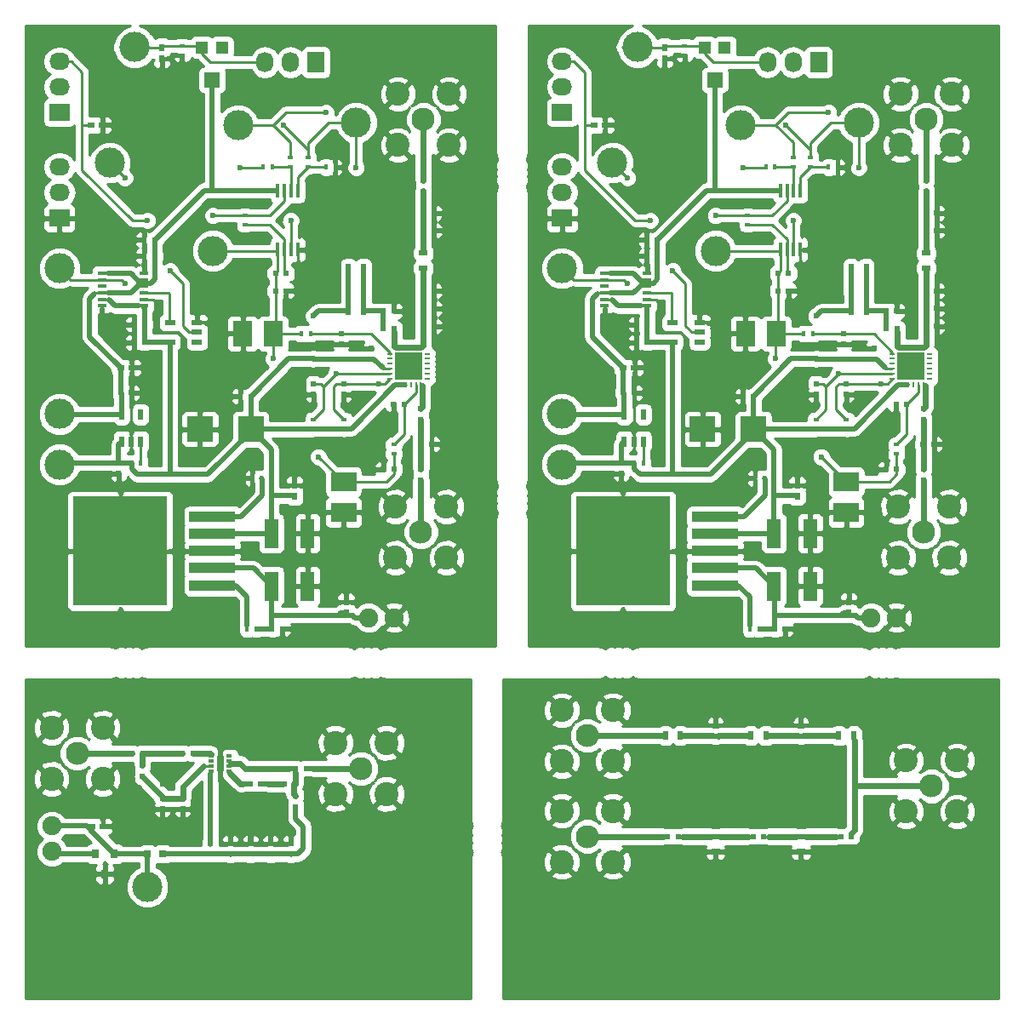
<source format=gbr>
G04 #@! TF.FileFunction,Copper,L1,Top,Signal*
%FSLAX46Y46*%
G04 Gerber Fmt 4.6, Leading zero omitted, Abs format (unit mm)*
G04 Created by KiCad (PCBNEW 4.0.6-e0-6349~53~ubuntu16.04.1) date Thu Jul 27 22:11:15 2017*
%MOMM*%
%LPD*%
G01*
G04 APERTURE LIST*
%ADD10C,0.100000*%
%ADD11C,0.600000*%
%ADD12R,2.500000X1.950000*%
%ADD13R,1.950000X2.500000*%
%ADD14R,2.550000X2.500000*%
%ADD15R,0.600000X0.800000*%
%ADD16R,0.450000X1.450000*%
%ADD17R,0.400000X0.600000*%
%ADD18R,0.600000X0.400000*%
%ADD19R,0.500000X0.900000*%
%ADD20R,0.900000X0.500000*%
%ADD21R,0.600000X0.500000*%
%ADD22C,3.000000*%
%ADD23C,1.900000*%
%ADD24R,2.032000X1.727200*%
%ADD25O,2.032000X1.727200*%
%ADD26R,1.727200X2.032000*%
%ADD27O,1.727200X2.032000*%
%ADD28R,0.500000X0.600000*%
%ADD29R,4.000000X4.500000*%
%ADD30R,4.600000X1.100000*%
%ADD31R,9.400000X10.800000*%
%ADD32R,1.200000X1.200000*%
%ADD33R,1.600000X1.500000*%
%ADD34R,0.800000X0.600000*%
%ADD35R,1.400000X2.900000*%
%ADD36C,2.400000*%
%ADD37C,2.300000*%
%ADD38R,0.889000X0.420000*%
%ADD39R,0.600000X1.050000*%
%ADD40R,1.050000X0.600000*%
%ADD41R,0.800000X0.900000*%
%ADD42R,0.800000X0.750000*%
%ADD43C,0.300000*%
%ADD44R,0.600000X0.300000*%
%ADD45R,0.800000X1.600000*%
%ADD46C,0.450000*%
%ADD47R,1.125000X1.125000*%
%ADD48R,0.260000X0.528000*%
%ADD49R,0.528000X0.260000*%
%ADD50R,2.700000X2.700000*%
%ADD51C,0.600000*%
%ADD52C,0.250000*%
%ADD53C,0.500000*%
%ADD54C,0.254000*%
G04 APERTURE END LIST*
D10*
D11*
X152250000Y-66250000D03*
X152250000Y-64750000D03*
X152250000Y-63250000D03*
X152250000Y-61750000D03*
X102250000Y-66250000D03*
X102250000Y-64750000D03*
X102250000Y-63250000D03*
X102250000Y-61750000D03*
D12*
X133250000Y-96975000D03*
X133250000Y-100025000D03*
D13*
X126275000Y-82250000D03*
X123225000Y-82250000D03*
D14*
X124025000Y-91750000D03*
X118975000Y-91750000D03*
D15*
X133500000Y-110050000D03*
X133500000Y-108950000D03*
D16*
X126725000Y-73900000D03*
X127375000Y-73900000D03*
X128025000Y-73900000D03*
X128675000Y-73900000D03*
X128675000Y-68000000D03*
X128025000Y-68000000D03*
X127375000Y-68000000D03*
X126725000Y-68000000D03*
D17*
X129050000Y-82250000D03*
X129950000Y-82250000D03*
D18*
X133250000Y-90800000D03*
X133250000Y-91700000D03*
X130250000Y-90800000D03*
X130250000Y-91700000D03*
X138250000Y-93300000D03*
X138250000Y-94200000D03*
D19*
X133750000Y-80000000D03*
X135250000Y-80000000D03*
X133742381Y-77875000D03*
X135242381Y-77875000D03*
X133750000Y-75750000D03*
X135250000Y-75750000D03*
D20*
X141200000Y-74250000D03*
X141200000Y-75750000D03*
D21*
X137200000Y-81750000D03*
X138300000Y-81750000D03*
X140900000Y-93250000D03*
X142000000Y-93250000D03*
D22*
X105000000Y-75750000D03*
X105000000Y-95250000D03*
X105000000Y-90250000D03*
D23*
X135730000Y-110500000D03*
X138270000Y-110500000D03*
D22*
X134500000Y-61250000D03*
X122750000Y-61500000D03*
D24*
X105000000Y-70750000D03*
D25*
X105000000Y-68210000D03*
X105000000Y-65670000D03*
D22*
X110000000Y-65250000D03*
D26*
X130500000Y-55250000D03*
D27*
X127960000Y-55250000D03*
X125420000Y-55250000D03*
D22*
X120250000Y-74000000D03*
X112500000Y-53750000D03*
D28*
X141200000Y-67025000D03*
X141200000Y-68075000D03*
D21*
X141175000Y-70250000D03*
X142225000Y-70250000D03*
X141175000Y-72000000D03*
X142225000Y-72000000D03*
X137225000Y-80000000D03*
X138275000Y-80000000D03*
X141175000Y-78000000D03*
X142225000Y-78000000D03*
X141175000Y-79750000D03*
X142225000Y-79750000D03*
X141175000Y-81500000D03*
X142225000Y-81500000D03*
X126475000Y-78000000D03*
X127525000Y-78000000D03*
D28*
X133000000Y-82225000D03*
X133000000Y-83275000D03*
X136000000Y-84775000D03*
X136000000Y-83725000D03*
X130250000Y-87225000D03*
X130250000Y-88275000D03*
X140950000Y-89725000D03*
X140950000Y-90775000D03*
D21*
X124025000Y-88500000D03*
X122975000Y-88500000D03*
X139275000Y-89250000D03*
X138225000Y-89250000D03*
D28*
X140950000Y-95725000D03*
X140950000Y-96775000D03*
D21*
X138275000Y-95750000D03*
X137225000Y-95750000D03*
D29*
X108475000Y-100895000D03*
X113625000Y-100955000D03*
X108515000Y-106865000D03*
D30*
X120205000Y-100475000D03*
X120205000Y-102175000D03*
X120205000Y-105575000D03*
D31*
X111045000Y-103875000D03*
D30*
X120205000Y-103875000D03*
X120205000Y-107275000D03*
D29*
X113575000Y-106875000D03*
D21*
X114450000Y-74525000D03*
X113400000Y-74525000D03*
D32*
X121175000Y-53775000D03*
X119175000Y-53775000D03*
D33*
X120175000Y-57025000D03*
D17*
X125075000Y-96625000D03*
X124175000Y-96625000D03*
X126075000Y-98375000D03*
X125175000Y-98375000D03*
X124575000Y-111625000D03*
X123675000Y-111625000D03*
X112175000Y-95125000D03*
X113075000Y-95125000D03*
D18*
X129700000Y-64750000D03*
X129700000Y-65650000D03*
X127950000Y-64750000D03*
X127950000Y-65650000D03*
D17*
X131500000Y-65700000D03*
X132400000Y-65700000D03*
X126150000Y-65700000D03*
X125250000Y-65700000D03*
D18*
X123450000Y-70500000D03*
X123450000Y-71400000D03*
X117175000Y-53625000D03*
X117175000Y-54525000D03*
D15*
X128375000Y-98425000D03*
X128375000Y-97325000D03*
D34*
X111075000Y-85625000D03*
X112175000Y-85625000D03*
X108150000Y-61500000D03*
X109250000Y-61500000D03*
D15*
X115175000Y-53775000D03*
X115175000Y-54875000D03*
D21*
X114450000Y-72925000D03*
X113400000Y-72925000D03*
D35*
X126075000Y-102125000D03*
X129675000Y-102125000D03*
D21*
X111100000Y-88125000D03*
X112150000Y-88125000D03*
D35*
X126075000Y-107375000D03*
X129675000Y-107375000D03*
D21*
X126100000Y-111625000D03*
X127150000Y-111625000D03*
D28*
X110875000Y-95100000D03*
X110875000Y-96150000D03*
D21*
X113450000Y-81325000D03*
X112400000Y-81325000D03*
X113450000Y-83125000D03*
X112400000Y-83125000D03*
X127525000Y-76250000D03*
X126475000Y-76250000D03*
D36*
X143740000Y-63490000D03*
X143740000Y-58410000D03*
X138660000Y-58410000D03*
D37*
X141200000Y-60950000D03*
D36*
X138660000Y-63490000D03*
X143490000Y-104540000D03*
X143490000Y-99460000D03*
X138410000Y-99460000D03*
D37*
X140950000Y-102000000D03*
D36*
X138410000Y-104540000D03*
D38*
X109219500Y-76250000D03*
X109219500Y-76900000D03*
X109219500Y-77550000D03*
X109219500Y-78200000D03*
X109219500Y-78850000D03*
X109219500Y-79500000D03*
X113430500Y-79500000D03*
X113430500Y-78850000D03*
X113430500Y-78200000D03*
X113430500Y-77550000D03*
X113430500Y-76900000D03*
X113430500Y-76250000D03*
D39*
X112125000Y-92975000D03*
X111175000Y-92975000D03*
X113075000Y-92975000D03*
X113075000Y-90275000D03*
X111175000Y-90275000D03*
D40*
X118675000Y-82125000D03*
X118675000Y-83075000D03*
X118675000Y-81175000D03*
X115975000Y-81175000D03*
X115975000Y-83075000D03*
D28*
X133250000Y-87225000D03*
X133250000Y-88275000D03*
D11*
X135250000Y-88500000D03*
X115000000Y-79500000D03*
X102250000Y-112750000D03*
X102250000Y-111250000D03*
X102250000Y-109750000D03*
X102250000Y-108250000D03*
X102250000Y-106750000D03*
X102250000Y-105250000D03*
X102250000Y-103750000D03*
X102250000Y-102250000D03*
X102250000Y-100750000D03*
X102250000Y-99250000D03*
X102250000Y-97750000D03*
X102250000Y-96250000D03*
X102250000Y-94750000D03*
X102250000Y-93250000D03*
X102250000Y-91750000D03*
X102250000Y-90250000D03*
X102250000Y-88750000D03*
X102250000Y-87250000D03*
X102250000Y-85750000D03*
X102250000Y-84250000D03*
X102250000Y-82750000D03*
X102250000Y-81250000D03*
X102250000Y-79750000D03*
X102250000Y-78250000D03*
X102250000Y-76750000D03*
X102250000Y-75250000D03*
X102250000Y-73750000D03*
X102250000Y-72250000D03*
X102250000Y-70750000D03*
X102250000Y-69250000D03*
X102250000Y-67750000D03*
X102250000Y-60250000D03*
X102250000Y-58750000D03*
X102250000Y-57250000D03*
X102250000Y-55750000D03*
X102250000Y-54250000D03*
X102250000Y-52750000D03*
X103750000Y-112750000D03*
X105250000Y-112750000D03*
X106750000Y-112750000D03*
X108250000Y-112750000D03*
X109750000Y-112750000D03*
X111250000Y-112750000D03*
X112750000Y-112750000D03*
X114250000Y-112750000D03*
X115750000Y-112750000D03*
X117250000Y-112750000D03*
X118750000Y-112750000D03*
X120250000Y-112750000D03*
X121750000Y-112750000D03*
X123250000Y-112750000D03*
X124750000Y-112750000D03*
X126250000Y-112750000D03*
X127750000Y-112750000D03*
X129250000Y-112750000D03*
X130750000Y-112750000D03*
X132250000Y-112750000D03*
X133750000Y-112750000D03*
X135250000Y-112750000D03*
X136750000Y-112750000D03*
X138250000Y-112750000D03*
X139750000Y-112750000D03*
X141250000Y-112750000D03*
X142750000Y-112750000D03*
X144250000Y-112750000D03*
X145750000Y-112750000D03*
X147250000Y-112750000D03*
X147750000Y-111250000D03*
X147750000Y-109750000D03*
X147750000Y-108250000D03*
X147750000Y-106750000D03*
X147750000Y-105250000D03*
X147750000Y-103750000D03*
X147750000Y-102250000D03*
X147750000Y-100750000D03*
X147750000Y-99250000D03*
X147750000Y-97750000D03*
X147750000Y-96250000D03*
X147750000Y-94750000D03*
X147750000Y-93250000D03*
X147750000Y-91750000D03*
X147750000Y-90250000D03*
X147750000Y-88750000D03*
X147750000Y-87250000D03*
X147750000Y-85750000D03*
X147750000Y-84250000D03*
X147750000Y-82750000D03*
X147750000Y-81250000D03*
X147750000Y-79750000D03*
X147750000Y-78250000D03*
X147750000Y-76750000D03*
X147750000Y-75250000D03*
X147750000Y-73750000D03*
X147750000Y-72250000D03*
X147750000Y-70750000D03*
X147750000Y-69250000D03*
X147750000Y-67750000D03*
X147750000Y-66250000D03*
X147750000Y-64750000D03*
X147750000Y-63250000D03*
X147750000Y-61750000D03*
X147750000Y-60250000D03*
X147750000Y-58750000D03*
X147750000Y-57250000D03*
X147750000Y-55750000D03*
X147750000Y-54250000D03*
X103750000Y-52250000D03*
X105250000Y-52250000D03*
X106750000Y-52250000D03*
X108250000Y-52250000D03*
X109750000Y-52250000D03*
X114250000Y-52250000D03*
X115750000Y-52250000D03*
X117250000Y-52250000D03*
X118750000Y-52250000D03*
X120250000Y-52250000D03*
X121750000Y-52250000D03*
X123250000Y-52250000D03*
X124750000Y-52250000D03*
X126250000Y-52250000D03*
X127750000Y-52250000D03*
X129250000Y-52250000D03*
X130750000Y-52250000D03*
X132250000Y-52250000D03*
X133750000Y-52250000D03*
X135250000Y-52250000D03*
X136750000Y-52250000D03*
X138250000Y-52250000D03*
X139750000Y-52250000D03*
X141250000Y-52250000D03*
X142750000Y-52250000D03*
X144250000Y-52250000D03*
X145750000Y-52250000D03*
X147250000Y-52250000D03*
X128500000Y-90000000D03*
X128500000Y-88250000D03*
X128500000Y-86500000D03*
X134250000Y-89500000D03*
X128500000Y-83500000D03*
X131750000Y-83500000D03*
X108000000Y-99500000D03*
X111000000Y-99500000D03*
X114000000Y-99500000D03*
X108000000Y-102500000D03*
X111000000Y-102500000D03*
X114000000Y-102500000D03*
X108000000Y-105500000D03*
X111000000Y-105500000D03*
X114000000Y-105500000D03*
X108000000Y-108500000D03*
X111000000Y-108500000D03*
X114000000Y-108500000D03*
X109500000Y-80750000D03*
X118750000Y-79500000D03*
X121750000Y-79500000D03*
X124750000Y-79500000D03*
X118750000Y-85000000D03*
X124750000Y-85000000D03*
X121750000Y-85000000D03*
X118750000Y-88000000D03*
X121750000Y-88000000D03*
X118750000Y-94500000D03*
X121750000Y-91000000D03*
X111000000Y-82250000D03*
X114500000Y-85000000D03*
X114500000Y-88000000D03*
X114500000Y-91000000D03*
X114500000Y-94000000D03*
D24*
X105000000Y-60250000D03*
D25*
X105000000Y-57710000D03*
X105000000Y-55170000D03*
D24*
X155000000Y-60250000D03*
D25*
X155000000Y-57710000D03*
X155000000Y-55170000D03*
D11*
X164500000Y-94000000D03*
X164500000Y-91000000D03*
X164500000Y-88000000D03*
X164500000Y-85000000D03*
X161000000Y-82250000D03*
X171750000Y-91000000D03*
X168750000Y-94500000D03*
X171750000Y-88000000D03*
X168750000Y-88000000D03*
X171750000Y-85000000D03*
X174750000Y-85000000D03*
X168750000Y-85000000D03*
X174750000Y-79500000D03*
X171750000Y-79500000D03*
X168750000Y-79500000D03*
X159500000Y-80750000D03*
X164000000Y-108500000D03*
X161000000Y-108500000D03*
X158000000Y-108500000D03*
X164000000Y-105500000D03*
X161000000Y-105500000D03*
X158000000Y-105500000D03*
X164000000Y-102500000D03*
X161000000Y-102500000D03*
X158000000Y-102500000D03*
X164000000Y-99500000D03*
X161000000Y-99500000D03*
X158000000Y-99500000D03*
X181750000Y-83500000D03*
X178500000Y-83500000D03*
X184250000Y-89500000D03*
X178500000Y-86500000D03*
X178500000Y-88250000D03*
X178500000Y-90000000D03*
X196250000Y-117250000D03*
X194750000Y-117250000D03*
X193250000Y-117250000D03*
X191750000Y-117250000D03*
X190250000Y-117250000D03*
X188750000Y-117250000D03*
X187250000Y-117250000D03*
X185750000Y-117250000D03*
X184250000Y-117250000D03*
X182750000Y-117250000D03*
X181250000Y-117250000D03*
X179750000Y-117250000D03*
X178250000Y-117250000D03*
X176750000Y-117250000D03*
X175250000Y-117250000D03*
X173750000Y-117250000D03*
X172250000Y-117250000D03*
X170750000Y-117250000D03*
X169250000Y-117250000D03*
X167750000Y-117250000D03*
X166250000Y-117250000D03*
X164750000Y-117250000D03*
X163250000Y-117250000D03*
X161750000Y-117250000D03*
X160250000Y-117250000D03*
X158750000Y-117250000D03*
X157250000Y-117250000D03*
X155750000Y-117250000D03*
X154250000Y-117250000D03*
X152750000Y-117250000D03*
X151250000Y-117250000D03*
X197750000Y-117750000D03*
X197750000Y-119250000D03*
X197750000Y-120750000D03*
X197750000Y-122250000D03*
X197750000Y-123750000D03*
X197750000Y-125250000D03*
X197750000Y-126750000D03*
X197750000Y-128250000D03*
X197750000Y-129750000D03*
X197750000Y-131250000D03*
X197750000Y-132750000D03*
X197750000Y-134250000D03*
X197750000Y-135750000D03*
X197750000Y-137250000D03*
X197750000Y-138750000D03*
X197750000Y-140250000D03*
X197750000Y-141750000D03*
X197750000Y-143250000D03*
X197750000Y-144750000D03*
X197750000Y-146250000D03*
X197750000Y-147750000D03*
X196250000Y-147750000D03*
X194750000Y-147750000D03*
X193250000Y-147750000D03*
X191750000Y-147750000D03*
X190250000Y-147750000D03*
X188750000Y-147750000D03*
X187250000Y-147750000D03*
X185750000Y-147750000D03*
X184250000Y-147750000D03*
X182750000Y-147750000D03*
X181250000Y-147750000D03*
X179750000Y-147750000D03*
X178250000Y-147750000D03*
X176750000Y-147750000D03*
X175250000Y-147750000D03*
X173750000Y-147750000D03*
X172250000Y-147750000D03*
X170750000Y-147750000D03*
X169250000Y-147750000D03*
X167750000Y-147750000D03*
X166250000Y-147750000D03*
X164750000Y-147750000D03*
X163250000Y-147750000D03*
X161750000Y-147750000D03*
X160250000Y-147750000D03*
X158750000Y-147750000D03*
X157250000Y-147750000D03*
X155750000Y-147750000D03*
X154250000Y-147750000D03*
X152750000Y-147750000D03*
X151250000Y-147750000D03*
X149750000Y-117750000D03*
X149750000Y-119250000D03*
X149750000Y-120750000D03*
X149750000Y-122250000D03*
X149750000Y-123750000D03*
X149750000Y-125250000D03*
X149750000Y-126750000D03*
X149750000Y-128250000D03*
X149750000Y-129750000D03*
X149750000Y-131250000D03*
X149750000Y-132750000D03*
X149750000Y-134250000D03*
X149750000Y-135750000D03*
X149750000Y-137250000D03*
X149750000Y-138750000D03*
X149750000Y-140250000D03*
X149750000Y-141750000D03*
X149750000Y-143250000D03*
X149750000Y-144750000D03*
X149750000Y-146250000D03*
X149750000Y-147750000D03*
X145250000Y-117750000D03*
X145250000Y-119250000D03*
X145250000Y-120750000D03*
X145250000Y-122250000D03*
X145250000Y-123750000D03*
X145250000Y-125250000D03*
X145250000Y-126750000D03*
X145250000Y-128250000D03*
X145250000Y-129750000D03*
X145250000Y-131250000D03*
X145250000Y-132750000D03*
X145250000Y-134250000D03*
X145250000Y-135750000D03*
X145250000Y-137250000D03*
X145250000Y-138750000D03*
X145250000Y-140250000D03*
X145250000Y-141750000D03*
X145250000Y-143250000D03*
X145250000Y-144750000D03*
X145250000Y-146250000D03*
X144250000Y-117250000D03*
X142750000Y-117250000D03*
X141250000Y-117250000D03*
X139750000Y-117250000D03*
X138250000Y-117250000D03*
X136750000Y-117250000D03*
X135250000Y-117250000D03*
X133750000Y-117250000D03*
X132250000Y-117250000D03*
X130750000Y-117250000D03*
X129250000Y-117250000D03*
X127750000Y-117250000D03*
X126250000Y-117250000D03*
X124750000Y-117250000D03*
X123250000Y-117250000D03*
X121750000Y-117250000D03*
X120250000Y-117250000D03*
X118750000Y-117250000D03*
X117250000Y-117250000D03*
X115750000Y-117250000D03*
X114250000Y-117250000D03*
X112750000Y-117250000D03*
X111250000Y-117250000D03*
X109750000Y-117250000D03*
X108250000Y-117250000D03*
X106750000Y-117250000D03*
X105250000Y-117250000D03*
X103750000Y-117250000D03*
X102250000Y-117750000D03*
X102250000Y-119250000D03*
X102250000Y-120750000D03*
X102250000Y-122250000D03*
X102250000Y-123750000D03*
X102250000Y-125250000D03*
X102250000Y-126750000D03*
X102250000Y-128250000D03*
X102250000Y-129750000D03*
X102250000Y-131250000D03*
X102250000Y-132750000D03*
X102250000Y-134250000D03*
X102250000Y-135750000D03*
X102250000Y-137250000D03*
X102250000Y-138750000D03*
X102250000Y-140250000D03*
X102250000Y-141750000D03*
X102250000Y-143250000D03*
X102250000Y-144750000D03*
X102250000Y-146250000D03*
X144250000Y-147750000D03*
X142750000Y-147750000D03*
X141250000Y-147750000D03*
X139750000Y-147750000D03*
X138250000Y-147750000D03*
X136750000Y-147750000D03*
X135250000Y-147750000D03*
X133750000Y-147750000D03*
X132250000Y-147750000D03*
X130750000Y-147750000D03*
X129250000Y-147750000D03*
X127750000Y-147750000D03*
X126250000Y-147750000D03*
X124750000Y-147750000D03*
X123250000Y-147750000D03*
X121750000Y-147750000D03*
X120250000Y-147750000D03*
X118750000Y-147750000D03*
X117250000Y-147750000D03*
X115750000Y-147750000D03*
X114250000Y-147750000D03*
X112750000Y-147750000D03*
X111250000Y-147750000D03*
X109750000Y-147750000D03*
X108250000Y-147750000D03*
X106750000Y-147750000D03*
X105250000Y-147750000D03*
X103750000Y-147750000D03*
X102250000Y-147750000D03*
X197250000Y-52250000D03*
X195750000Y-52250000D03*
X194250000Y-52250000D03*
X192750000Y-52250000D03*
X191250000Y-52250000D03*
X189750000Y-52250000D03*
X188250000Y-52250000D03*
X186750000Y-52250000D03*
X185250000Y-52250000D03*
X183750000Y-52250000D03*
X182250000Y-52250000D03*
X180750000Y-52250000D03*
X179250000Y-52250000D03*
X177750000Y-52250000D03*
X176250000Y-52250000D03*
X174750000Y-52250000D03*
X173250000Y-52250000D03*
X171750000Y-52250000D03*
X170250000Y-52250000D03*
X168750000Y-52250000D03*
X167250000Y-52250000D03*
X165750000Y-52250000D03*
X164250000Y-52250000D03*
X159750000Y-52250000D03*
X158250000Y-52250000D03*
X156750000Y-52250000D03*
X155250000Y-52250000D03*
X153750000Y-52250000D03*
X197750000Y-54250000D03*
X197750000Y-55750000D03*
X197750000Y-57250000D03*
X197750000Y-58750000D03*
X197750000Y-60250000D03*
X197750000Y-61750000D03*
X197750000Y-63250000D03*
X197750000Y-64750000D03*
X197750000Y-66250000D03*
X197750000Y-67750000D03*
X197750000Y-69250000D03*
X197750000Y-70750000D03*
X197750000Y-72250000D03*
X197750000Y-73750000D03*
X197750000Y-75250000D03*
X197750000Y-76750000D03*
X197750000Y-78250000D03*
X197750000Y-79750000D03*
X197750000Y-81250000D03*
X197750000Y-82750000D03*
X197750000Y-84250000D03*
X197750000Y-85750000D03*
X197750000Y-87250000D03*
X197750000Y-88750000D03*
X197750000Y-90250000D03*
X197750000Y-91750000D03*
X197750000Y-93250000D03*
X197750000Y-94750000D03*
X197750000Y-96250000D03*
X197750000Y-97750000D03*
X197750000Y-99250000D03*
X197750000Y-100750000D03*
X197750000Y-102250000D03*
X197750000Y-103750000D03*
X197750000Y-105250000D03*
X197750000Y-106750000D03*
X197750000Y-108250000D03*
X197750000Y-109750000D03*
X197750000Y-111250000D03*
X197250000Y-112750000D03*
X195750000Y-112750000D03*
X194250000Y-112750000D03*
X192750000Y-112750000D03*
X191250000Y-112750000D03*
X189750000Y-112750000D03*
X188250000Y-112750000D03*
X186750000Y-112750000D03*
X185250000Y-112750000D03*
X183750000Y-112750000D03*
X182250000Y-112750000D03*
X180750000Y-112750000D03*
X179250000Y-112750000D03*
X177750000Y-112750000D03*
X176250000Y-112750000D03*
X174750000Y-112750000D03*
X173250000Y-112750000D03*
X171750000Y-112750000D03*
X170250000Y-112750000D03*
X168750000Y-112750000D03*
X167250000Y-112750000D03*
X165750000Y-112750000D03*
X164250000Y-112750000D03*
X162750000Y-112750000D03*
X161250000Y-112750000D03*
X159750000Y-112750000D03*
X158250000Y-112750000D03*
X156750000Y-112750000D03*
X155250000Y-112750000D03*
X153750000Y-112750000D03*
X152250000Y-52750000D03*
X152250000Y-54250000D03*
X152250000Y-55750000D03*
X152250000Y-57250000D03*
X152250000Y-58750000D03*
X152250000Y-60250000D03*
X152250000Y-67750000D03*
X152250000Y-69250000D03*
X152250000Y-70750000D03*
X152250000Y-72250000D03*
X152250000Y-73750000D03*
X152250000Y-75250000D03*
X152250000Y-76750000D03*
X152250000Y-78250000D03*
X152250000Y-79750000D03*
X152250000Y-81250000D03*
X152250000Y-82750000D03*
X152250000Y-84250000D03*
X152250000Y-85750000D03*
X152250000Y-87250000D03*
X152250000Y-88750000D03*
X152250000Y-90250000D03*
X152250000Y-91750000D03*
X152250000Y-93250000D03*
X152250000Y-94750000D03*
X152250000Y-96250000D03*
X152250000Y-97750000D03*
X152250000Y-99250000D03*
X152250000Y-100750000D03*
X152250000Y-102250000D03*
X152250000Y-103750000D03*
X152250000Y-105250000D03*
X152250000Y-106750000D03*
X152250000Y-108250000D03*
X152250000Y-109750000D03*
X152250000Y-111250000D03*
X152250000Y-112750000D03*
X165000000Y-79500000D03*
X185250000Y-88500000D03*
D28*
X183250000Y-87225000D03*
X183250000Y-88275000D03*
D11*
X122000000Y-132000000D03*
D21*
X113275000Y-124000000D03*
X112225000Y-124000000D03*
D28*
X117250000Y-128475000D03*
X117250000Y-129525000D03*
X124000000Y-134025000D03*
X124000000Y-132975000D03*
X115250000Y-128475000D03*
X115250000Y-129525000D03*
X122000000Y-134025000D03*
X122000000Y-132975000D03*
D21*
X125025000Y-127000000D03*
X123975000Y-127000000D03*
D28*
X126000000Y-134025000D03*
X126000000Y-132975000D03*
X128000000Y-134025000D03*
X128000000Y-132975000D03*
D21*
X129525000Y-125500000D03*
X128475000Y-125500000D03*
D36*
X104210000Y-126540000D03*
X109290000Y-126540000D03*
X109290000Y-121460000D03*
D37*
X106750000Y-124000000D03*
D36*
X104210000Y-121460000D03*
X132460000Y-128040000D03*
X137540000Y-128040000D03*
X137540000Y-122960000D03*
D37*
X135000000Y-125500000D03*
D36*
X132460000Y-122960000D03*
D23*
X104250000Y-131230000D03*
X104250000Y-133770000D03*
D28*
X113250000Y-125200000D03*
X113250000Y-126300000D03*
D21*
X118300000Y-124000000D03*
X117200000Y-124000000D03*
D28*
X128500000Y-129300000D03*
X128500000Y-128200000D03*
D41*
X109500000Y-136000000D03*
X110460000Y-134000000D03*
X108550000Y-134000000D03*
D42*
X113750000Y-134000000D03*
X115250000Y-134000000D03*
D18*
X120000000Y-133950000D03*
X120000000Y-133050000D03*
D17*
X128325000Y-127000000D03*
X127425000Y-127000000D03*
D40*
X168675000Y-82125000D03*
X168675000Y-83075000D03*
X168675000Y-81175000D03*
X165975000Y-81175000D03*
X165975000Y-83075000D03*
D39*
X162125000Y-92975000D03*
X161175000Y-92975000D03*
X163075000Y-92975000D03*
X163075000Y-90275000D03*
X161175000Y-90275000D03*
D38*
X159219500Y-76250000D03*
X159219500Y-76900000D03*
X159219500Y-77550000D03*
X159219500Y-78200000D03*
X159219500Y-78850000D03*
X159219500Y-79500000D03*
X163430500Y-79500000D03*
X163430500Y-78850000D03*
X163430500Y-78200000D03*
X163430500Y-77550000D03*
X163430500Y-76900000D03*
X163430500Y-76250000D03*
D11*
X124000000Y-132000000D03*
X126000000Y-132000000D03*
X128000000Y-132000000D03*
X115250000Y-127000000D03*
X115250000Y-125250000D03*
X117000000Y-125250000D03*
X106500000Y-132500000D03*
X122000000Y-130000000D03*
X124000000Y-130000000D03*
X126000000Y-130000000D03*
X122000000Y-132000000D03*
X124000000Y-132000000D03*
X126000000Y-132000000D03*
D43*
X121200000Y-124400000D03*
X120800000Y-124700000D03*
X120800000Y-125300000D03*
X121200000Y-125600000D03*
X121200000Y-125000000D03*
D44*
X120100000Y-124250000D03*
X120100000Y-124750000D03*
X120100000Y-125250000D03*
X120100000Y-125750000D03*
X121900000Y-125750000D03*
X121900000Y-125250000D03*
X121900000Y-124750000D03*
X121900000Y-124250000D03*
D45*
X121000000Y-125000000D03*
D21*
X166525000Y-132250000D03*
X165475000Y-132250000D03*
D28*
X170250000Y-122275000D03*
X170250000Y-121225000D03*
D21*
X175025000Y-132250000D03*
X173975000Y-132250000D03*
D28*
X178750000Y-122275000D03*
X178750000Y-121225000D03*
D21*
X183775000Y-132250000D03*
X182725000Y-132250000D03*
D36*
X193490000Y-104540000D03*
X193490000Y-99460000D03*
X188410000Y-99460000D03*
D37*
X190950000Y-102000000D03*
D36*
X188410000Y-104540000D03*
X193740000Y-63490000D03*
X193740000Y-58410000D03*
X188660000Y-58410000D03*
D37*
X191200000Y-60950000D03*
D36*
X188660000Y-63490000D03*
X154960000Y-124790000D03*
X160040000Y-124790000D03*
X160040000Y-119710000D03*
D37*
X157500000Y-122250000D03*
D36*
X154960000Y-119710000D03*
X154960000Y-134790000D03*
X160040000Y-134790000D03*
X160040000Y-129710000D03*
D37*
X157500000Y-132250000D03*
D36*
X154960000Y-129710000D03*
X189210000Y-129790000D03*
X194290000Y-129790000D03*
X194290000Y-124710000D03*
D37*
X191750000Y-127250000D03*
D36*
X189210000Y-124710000D03*
D19*
X166750000Y-122250000D03*
X165250000Y-122250000D03*
D20*
X170250000Y-132250000D03*
X170250000Y-133750000D03*
D19*
X175250000Y-122250000D03*
X173750000Y-122250000D03*
D20*
X178750000Y-132250000D03*
X178750000Y-133750000D03*
D19*
X184000000Y-122250000D03*
X182500000Y-122250000D03*
D21*
X177525000Y-76250000D03*
X176475000Y-76250000D03*
X163450000Y-83125000D03*
X162400000Y-83125000D03*
X163450000Y-81325000D03*
X162400000Y-81325000D03*
D28*
X160875000Y-95100000D03*
X160875000Y-96150000D03*
D21*
X176100000Y-111625000D03*
X177150000Y-111625000D03*
D35*
X176075000Y-107375000D03*
X179675000Y-107375000D03*
D21*
X161100000Y-88125000D03*
X162150000Y-88125000D03*
D35*
X176075000Y-102125000D03*
X179675000Y-102125000D03*
D21*
X164450000Y-72925000D03*
X163400000Y-72925000D03*
D15*
X165175000Y-53775000D03*
X165175000Y-54875000D03*
D34*
X158150000Y-61500000D03*
X159250000Y-61500000D03*
X161075000Y-85625000D03*
X162175000Y-85625000D03*
D15*
X178375000Y-98425000D03*
X178375000Y-97325000D03*
D18*
X167175000Y-53625000D03*
X167175000Y-54525000D03*
X173450000Y-70500000D03*
X173450000Y-71400000D03*
D17*
X176150000Y-65700000D03*
X175250000Y-65700000D03*
X181500000Y-65700000D03*
X182400000Y-65700000D03*
D18*
X177950000Y-64750000D03*
X177950000Y-65650000D03*
X179700000Y-64750000D03*
X179700000Y-65650000D03*
D17*
X162175000Y-95125000D03*
X163075000Y-95125000D03*
X174575000Y-111625000D03*
X173675000Y-111625000D03*
X176075000Y-98375000D03*
X175175000Y-98375000D03*
X175075000Y-96625000D03*
X174175000Y-96625000D03*
D32*
X171175000Y-53775000D03*
X169175000Y-53775000D03*
D33*
X170175000Y-57025000D03*
D21*
X164450000Y-74525000D03*
X163400000Y-74525000D03*
D29*
X158475000Y-100895000D03*
X163625000Y-100955000D03*
X158515000Y-106865000D03*
D30*
X170205000Y-100475000D03*
X170205000Y-102175000D03*
X170205000Y-105575000D03*
D31*
X161045000Y-103875000D03*
D30*
X170205000Y-103875000D03*
X170205000Y-107275000D03*
D29*
X163575000Y-106875000D03*
D21*
X188275000Y-95750000D03*
X187225000Y-95750000D03*
D28*
X190950000Y-95725000D03*
X190950000Y-96775000D03*
D21*
X189275000Y-89250000D03*
X188225000Y-89250000D03*
X174025000Y-88500000D03*
X172975000Y-88500000D03*
D28*
X190950000Y-89725000D03*
X190950000Y-90775000D03*
X180250000Y-87225000D03*
X180250000Y-88275000D03*
X186000000Y-84775000D03*
X186000000Y-83725000D03*
X183000000Y-82225000D03*
X183000000Y-83275000D03*
D21*
X176475000Y-78000000D03*
X177525000Y-78000000D03*
X191175000Y-81500000D03*
X192225000Y-81500000D03*
X191175000Y-79750000D03*
X192225000Y-79750000D03*
X191175000Y-78000000D03*
X192225000Y-78000000D03*
X187225000Y-80000000D03*
X188275000Y-80000000D03*
X191175000Y-72000000D03*
X192225000Y-72000000D03*
X191175000Y-70250000D03*
X192225000Y-70250000D03*
D28*
X191200000Y-67025000D03*
X191200000Y-68075000D03*
D22*
X162500000Y-53750000D03*
X170250000Y-74000000D03*
D26*
X180500000Y-55250000D03*
D27*
X177960000Y-55250000D03*
X175420000Y-55250000D03*
D22*
X160000000Y-65250000D03*
D24*
X155000000Y-70750000D03*
D25*
X155000000Y-68210000D03*
X155000000Y-65670000D03*
D22*
X172750000Y-61500000D03*
X184500000Y-61250000D03*
X113750000Y-137250000D03*
D23*
X185730000Y-110500000D03*
X188270000Y-110500000D03*
D22*
X155000000Y-90250000D03*
X155000000Y-95250000D03*
X155000000Y-75750000D03*
D21*
X190900000Y-93250000D03*
X192000000Y-93250000D03*
X187200000Y-81750000D03*
X188300000Y-81750000D03*
D20*
X191200000Y-74250000D03*
X191200000Y-75750000D03*
D19*
X183750000Y-75750000D03*
X185250000Y-75750000D03*
X183742381Y-77875000D03*
X185242381Y-77875000D03*
X183750000Y-80000000D03*
X185250000Y-80000000D03*
D18*
X188250000Y-93300000D03*
X188250000Y-94200000D03*
X180250000Y-90800000D03*
X180250000Y-91700000D03*
X183250000Y-90800000D03*
X183250000Y-91700000D03*
D17*
X179050000Y-82250000D03*
X179950000Y-82250000D03*
D16*
X176725000Y-73900000D03*
X177375000Y-73900000D03*
X178025000Y-73900000D03*
X178675000Y-73900000D03*
X178675000Y-68000000D03*
X178025000Y-68000000D03*
X177375000Y-68000000D03*
X176725000Y-68000000D03*
D34*
X108200000Y-131250000D03*
X109300000Y-131250000D03*
D15*
X183500000Y-110050000D03*
X183500000Y-108950000D03*
D14*
X174025000Y-91750000D03*
X168975000Y-91750000D03*
D13*
X176275000Y-82250000D03*
X173225000Y-82250000D03*
D12*
X183250000Y-96975000D03*
X183250000Y-100025000D03*
D46*
X189700000Y-85500000D03*
D47*
X190425000Y-86225000D03*
X188975000Y-86225000D03*
X188975000Y-84775000D03*
D48*
X190950000Y-87364000D03*
X190450000Y-87364000D03*
X189950000Y-87364000D03*
X189450000Y-87364000D03*
X188950000Y-87364000D03*
X188450000Y-87364000D03*
X188450000Y-83636000D03*
X188950000Y-83636000D03*
X189450000Y-83636000D03*
X190950000Y-83636000D03*
X190450000Y-83636000D03*
D49*
X187836000Y-84250000D03*
X187836000Y-84750000D03*
X187836000Y-85250000D03*
X187836000Y-85750000D03*
X187836000Y-86250000D03*
X187836000Y-86750000D03*
X191564000Y-86750000D03*
X191564000Y-86250000D03*
X191564000Y-85750000D03*
X191564000Y-84250000D03*
X191564000Y-84750000D03*
X191564000Y-85250000D03*
D48*
X189950000Y-83636000D03*
D50*
X189700000Y-85500000D03*
D47*
X190425000Y-84775000D03*
D46*
X188950000Y-86250000D03*
X188950000Y-84750000D03*
X190450000Y-86250000D03*
X190450000Y-84750000D03*
X139700000Y-85500000D03*
D47*
X140425000Y-86225000D03*
X138975000Y-86225000D03*
X138975000Y-84775000D03*
D48*
X140950000Y-87364000D03*
X140450000Y-87364000D03*
X139950000Y-87364000D03*
X139450000Y-87364000D03*
X138950000Y-87364000D03*
X138450000Y-87364000D03*
X138450000Y-83636000D03*
X138950000Y-83636000D03*
X139450000Y-83636000D03*
X140950000Y-83636000D03*
X140450000Y-83636000D03*
D49*
X137836000Y-84250000D03*
X137836000Y-84750000D03*
X137836000Y-85250000D03*
X137836000Y-85750000D03*
X137836000Y-86250000D03*
X137836000Y-86750000D03*
X141564000Y-86750000D03*
X141564000Y-86250000D03*
X141564000Y-85750000D03*
X141564000Y-84250000D03*
X141564000Y-84750000D03*
X141564000Y-85250000D03*
D48*
X139950000Y-83636000D03*
D50*
X139700000Y-85500000D03*
D47*
X140425000Y-84775000D03*
D46*
X138950000Y-86250000D03*
X138950000Y-84750000D03*
X140450000Y-86250000D03*
X140450000Y-84750000D03*
D11*
X113750000Y-71000000D03*
X116000000Y-76000000D03*
X166000000Y-76000000D03*
X163750000Y-71000000D03*
X130250000Y-80500000D03*
X130250000Y-84750000D03*
X180250000Y-84750000D03*
X180250000Y-80500000D03*
X111500000Y-77250000D03*
X161500000Y-77250000D03*
X126250000Y-84750000D03*
X130750000Y-94500000D03*
X180750000Y-94500000D03*
X176250000Y-84750000D03*
X120250000Y-70500000D03*
X111500000Y-66750000D03*
X161500000Y-66750000D03*
X170250000Y-70500000D03*
X123000000Y-65750000D03*
X173000000Y-65750000D03*
X131500000Y-60250000D03*
X132500000Y-86250000D03*
X121750000Y-61500000D03*
X171750000Y-61500000D03*
X182500000Y-86250000D03*
X181500000Y-60250000D03*
X134500000Y-65750000D03*
X136750000Y-87225000D03*
X127250000Y-61500000D03*
X177250000Y-61500000D03*
X186750000Y-87225000D03*
X184500000Y-65750000D03*
X128000000Y-71000000D03*
X178000000Y-71000000D03*
D51*
X113250000Y-125200000D02*
X113250000Y-124025000D01*
X113250000Y-124025000D02*
X113275000Y-124000000D01*
X113275000Y-124000000D02*
X117200000Y-124000000D01*
X106750000Y-124000000D02*
X112225000Y-124000000D01*
X115250000Y-128475000D02*
X115250000Y-128300000D01*
X115250000Y-128300000D02*
X113250000Y-126300000D01*
D52*
X120100000Y-125250000D02*
X119300000Y-125250000D01*
D51*
X117250000Y-127300000D02*
X119300000Y-125250000D01*
X117250000Y-127300000D02*
X117250000Y-128475000D01*
X117250000Y-128475000D02*
X115250000Y-128475000D01*
D52*
X114350000Y-78850000D02*
X115000000Y-79500000D01*
X113430500Y-78850000D02*
X114350000Y-78850000D01*
X113400000Y-76219500D02*
X113430500Y-76250000D01*
X113400000Y-74525000D02*
X113400000Y-76219500D01*
X128675000Y-77575000D02*
X128250000Y-78000000D01*
X128250000Y-78000000D02*
X127525000Y-78000000D01*
X128675000Y-73900000D02*
X128675000Y-77575000D01*
X109219500Y-80469500D02*
X109500000Y-80750000D01*
X109219500Y-79500000D02*
X109219500Y-80469500D01*
X159219500Y-79500000D02*
X159219500Y-80469500D01*
X159219500Y-80469500D02*
X159500000Y-80750000D01*
X178675000Y-73900000D02*
X178675000Y-77575000D01*
X178250000Y-78000000D02*
X177525000Y-78000000D01*
X178675000Y-77575000D02*
X178250000Y-78000000D01*
X163400000Y-74525000D02*
X163400000Y-76219500D01*
X163400000Y-76219500D02*
X163430500Y-76250000D01*
X163430500Y-78850000D02*
X164350000Y-78850000D01*
X164350000Y-78850000D02*
X165000000Y-79500000D01*
D53*
X121000000Y-123500000D02*
X121000000Y-125000000D01*
X121000000Y-126750000D02*
X121000000Y-125000000D01*
X128000000Y-132000000D02*
X128000000Y-132975000D01*
X126000000Y-132000000D02*
X126000000Y-132975000D01*
X124000000Y-132000000D02*
X124000000Y-132975000D01*
X122000000Y-132000000D02*
X122000000Y-132975000D01*
X128500000Y-129300000D02*
X128500000Y-130500000D01*
X128725000Y-134025000D02*
X128000000Y-134025000D01*
X129250000Y-133500000D02*
X128725000Y-134025000D01*
X129250000Y-131250000D02*
X129250000Y-133500000D01*
X128500000Y-130500000D02*
X129250000Y-131250000D01*
X122000000Y-134025000D02*
X120075000Y-134025000D01*
X120075000Y-134025000D02*
X120000000Y-133950000D01*
X124000000Y-134025000D02*
X122000000Y-134025000D01*
X126000000Y-134025000D02*
X124000000Y-134025000D01*
X128000000Y-134025000D02*
X126000000Y-134025000D01*
X128025000Y-134050000D02*
X128000000Y-134025000D01*
X122025000Y-134050000D02*
X122000000Y-134025000D01*
X120075000Y-134025000D02*
X120050000Y-134000000D01*
X120050000Y-134000000D02*
X115250000Y-134000000D01*
D52*
X127425000Y-127000000D02*
X127220000Y-127000000D01*
D53*
X125750000Y-127000000D02*
X125025000Y-127000000D01*
D51*
X127220000Y-127000000D02*
X125750000Y-127000000D01*
D52*
X121900000Y-125750000D02*
X121900000Y-125900000D01*
X121900000Y-125900000D02*
X121960000Y-125960000D01*
D51*
X123250000Y-127000000D02*
X123000000Y-127000000D01*
D53*
X123975000Y-127000000D02*
X123250000Y-127000000D01*
D51*
X123000000Y-127000000D02*
X121960000Y-125960000D01*
X135000000Y-125500000D02*
X130250000Y-125500000D01*
D53*
X130250000Y-125500000D02*
X129525000Y-125500000D01*
D51*
X128325000Y-127000000D02*
X128325000Y-128025000D01*
X128325000Y-128025000D02*
X128500000Y-128200000D01*
X128475000Y-125975000D02*
X128475000Y-127000000D01*
D53*
X128475000Y-125500000D02*
X128475000Y-125975000D01*
X128475000Y-125975000D02*
X128500000Y-126000000D01*
X128475000Y-125500000D02*
X127750000Y-125500000D01*
D51*
X123000000Y-125000000D02*
X122000000Y-125000000D01*
X123500000Y-125500000D02*
X123000000Y-125000000D01*
X127750000Y-125500000D02*
X123500000Y-125500000D01*
D52*
X121900000Y-124750000D02*
X121900000Y-125250000D01*
D53*
X110460000Y-133960000D02*
X108250000Y-131750000D01*
X108250000Y-131750000D02*
X107730000Y-131230000D01*
X108200000Y-131250000D02*
X108200000Y-131700000D01*
X108200000Y-131700000D02*
X108250000Y-131750000D01*
X108200000Y-131250000D02*
X107750000Y-131250000D01*
X107750000Y-131250000D02*
X107730000Y-131230000D01*
X110460000Y-134000000D02*
X110460000Y-133960000D01*
X107730000Y-131230000D02*
X104250000Y-131230000D01*
X113750000Y-137250000D02*
X113750000Y-134000000D01*
X110460000Y-134000000D02*
X113750000Y-134000000D01*
X108550000Y-134000000D02*
X104480000Y-134000000D01*
X104480000Y-134000000D02*
X104250000Y-133770000D01*
D51*
X120000000Y-124000000D02*
X118300000Y-124000000D01*
D52*
X120100000Y-124100000D02*
X120000000Y-124000000D01*
D51*
X120000000Y-124000000D02*
X120040000Y-124040000D01*
D52*
X120100000Y-124250000D02*
X120100000Y-124100000D01*
X120100000Y-125750000D02*
X120100000Y-125900000D01*
X120100000Y-125900000D02*
X120000000Y-126000000D01*
D53*
X120000000Y-133050000D02*
X120000000Y-126000000D01*
D52*
X106170000Y-55170000D02*
X107250000Y-56250000D01*
X107250000Y-66000000D02*
X112250000Y-71000000D01*
X112250000Y-71000000D02*
X113750000Y-71000000D01*
X116000000Y-76000000D02*
X117250000Y-77250000D01*
X117250000Y-77250000D02*
X117250000Y-81500000D01*
X117250000Y-81500000D02*
X117875000Y-82125000D01*
X117875000Y-82125000D02*
X118675000Y-82125000D01*
X105000000Y-55170000D02*
X106170000Y-55170000D01*
X108150000Y-61500000D02*
X107250000Y-61500000D01*
X107250000Y-61500000D02*
X107250000Y-66000000D01*
X107250000Y-56250000D02*
X107250000Y-61500000D01*
X157250000Y-56250000D02*
X157250000Y-61500000D01*
X157250000Y-61500000D02*
X157250000Y-66000000D01*
X158150000Y-61500000D02*
X157250000Y-61500000D01*
X155000000Y-55170000D02*
X156170000Y-55170000D01*
X167875000Y-82125000D02*
X168675000Y-82125000D01*
X167250000Y-81500000D02*
X167875000Y-82125000D01*
X167250000Y-77250000D02*
X167250000Y-81500000D01*
X166000000Y-76000000D02*
X167250000Y-77250000D01*
X162250000Y-71000000D02*
X163750000Y-71000000D01*
X157250000Y-66000000D02*
X162250000Y-71000000D01*
X156170000Y-55170000D02*
X157250000Y-56250000D01*
D53*
X113500000Y-83075000D02*
X113450000Y-83125000D01*
X115975000Y-83075000D02*
X113500000Y-83075000D01*
X113450000Y-81325000D02*
X113450000Y-83125000D01*
X113450000Y-79750000D02*
X113425000Y-79725000D01*
X113450000Y-81325000D02*
X113450000Y-79750000D01*
D52*
X113430500Y-79730500D02*
X113450000Y-79750000D01*
X113430500Y-79500000D02*
X113430500Y-79730500D01*
D53*
X110875000Y-93275000D02*
X111175000Y-92975000D01*
X110875000Y-95100000D02*
X110875000Y-93275000D01*
X111900000Y-95100000D02*
X111925000Y-95125000D01*
X110875000Y-95100000D02*
X111900000Y-95100000D01*
D52*
X111925000Y-95125000D02*
X111900000Y-95100000D01*
X112175000Y-95125000D02*
X111925000Y-95125000D01*
D53*
X120255000Y-102125000D02*
X120205000Y-102175000D01*
X126075000Y-102125000D02*
X120255000Y-102125000D01*
X139286000Y-87364000D02*
X139300000Y-87350000D01*
X138950000Y-87364000D02*
X139286000Y-87364000D01*
X138614000Y-87364000D02*
X138600000Y-87350000D01*
X138750000Y-87364000D02*
X138614000Y-87364000D01*
X138950000Y-87364000D02*
X138750000Y-87364000D01*
D52*
X138750000Y-87250000D02*
X138750000Y-87364000D01*
X138728000Y-87250000D02*
X138750000Y-87250000D01*
X138614000Y-87364000D02*
X138728000Y-87250000D01*
X138450000Y-87364000D02*
X138614000Y-87364000D01*
X139450000Y-87364000D02*
X139286000Y-87364000D01*
D53*
X133750000Y-77882619D02*
X133742381Y-77875000D01*
X133750000Y-80000000D02*
X133750000Y-77882619D01*
X133742381Y-75757619D02*
X133750000Y-75750000D01*
X133742381Y-77875000D02*
X133742381Y-75757619D01*
D52*
X137250000Y-85750000D02*
X137150000Y-85650000D01*
D53*
X136275000Y-84775000D02*
X136000000Y-84775000D01*
X136275000Y-84775000D02*
X137150000Y-85650000D01*
D52*
X137836000Y-85750000D02*
X137250000Y-85750000D01*
D53*
X138450000Y-87364000D02*
X138386000Y-87364000D01*
X133300000Y-91750000D02*
X133250000Y-91700000D01*
X136000000Y-84775000D02*
X130225000Y-84775000D01*
X130750000Y-80000000D02*
X130250000Y-80500000D01*
X130250000Y-84750000D02*
X130250000Y-84775000D01*
X130250000Y-84775000D02*
X130225000Y-84775000D01*
X133750000Y-80000000D02*
X130750000Y-80000000D01*
X126075000Y-98375000D02*
X126075000Y-102125000D01*
X128325000Y-98375000D02*
X128375000Y-98425000D01*
X126075000Y-98375000D02*
X128325000Y-98375000D01*
X124075000Y-91700000D02*
X124025000Y-91750000D01*
X124025000Y-88500000D02*
X124025000Y-91750000D01*
X127775000Y-84750000D02*
X124025000Y-88500000D01*
X130250000Y-84750000D02*
X127775000Y-84750000D01*
X126075000Y-93800000D02*
X124025000Y-91750000D01*
X126075000Y-98375000D02*
X126075000Y-93800000D01*
X112750000Y-96250000D02*
X112175000Y-95675000D01*
X116000000Y-96250000D02*
X112750000Y-96250000D01*
X112175000Y-95675000D02*
X112175000Y-95125000D01*
X119750000Y-96250000D02*
X116000000Y-96250000D01*
X124025000Y-91975000D02*
X119750000Y-96250000D01*
X124025000Y-91750000D02*
X124025000Y-91975000D01*
X115975000Y-96250000D02*
X116000000Y-96225000D01*
X116000000Y-96225000D02*
X116000000Y-96000000D01*
X116000000Y-96000000D02*
X116000000Y-96250000D01*
X115975000Y-83075000D02*
X115975000Y-96250000D01*
D52*
X109899998Y-78850000D02*
X109950000Y-78900002D01*
D53*
X112850000Y-79500000D02*
X110549998Y-79500000D01*
D52*
X112850000Y-79500000D02*
X113430500Y-79500000D01*
D53*
X110549998Y-79500000D02*
X109950000Y-78900002D01*
D52*
X109219500Y-78850000D02*
X109899998Y-78850000D01*
D53*
X105150000Y-95100000D02*
X110875000Y-95100000D01*
X105000000Y-95250000D02*
X105150000Y-95100000D01*
X130200000Y-91750000D02*
X130250000Y-91700000D01*
X124025000Y-91750000D02*
X130200000Y-91750000D01*
X130250000Y-91700000D02*
X133250000Y-91700000D01*
X138386000Y-87364000D02*
X138450000Y-87364000D01*
X134050000Y-91700000D02*
X138386000Y-87364000D01*
X133250000Y-91700000D02*
X134050000Y-91700000D01*
X183250000Y-91700000D02*
X184050000Y-91700000D01*
X184050000Y-91700000D02*
X188386000Y-87364000D01*
X188386000Y-87364000D02*
X188450000Y-87364000D01*
X180250000Y-91700000D02*
X183250000Y-91700000D01*
X174025000Y-91750000D02*
X180200000Y-91750000D01*
X180200000Y-91750000D02*
X180250000Y-91700000D01*
X155000000Y-95250000D02*
X155150000Y-95100000D01*
X155150000Y-95100000D02*
X160875000Y-95100000D01*
D52*
X159219500Y-78850000D02*
X159899998Y-78850000D01*
D53*
X160549998Y-79500000D02*
X159950000Y-78900002D01*
D52*
X162850000Y-79500000D02*
X163430500Y-79500000D01*
D53*
X162850000Y-79500000D02*
X160549998Y-79500000D01*
D52*
X159899998Y-78850000D02*
X159950000Y-78900002D01*
D53*
X165975000Y-83075000D02*
X165975000Y-96250000D01*
X166000000Y-96000000D02*
X166000000Y-96250000D01*
X166000000Y-96225000D02*
X166000000Y-96000000D01*
X165975000Y-96250000D02*
X166000000Y-96225000D01*
X174025000Y-91750000D02*
X174025000Y-91975000D01*
X174025000Y-91975000D02*
X169750000Y-96250000D01*
X169750000Y-96250000D02*
X166000000Y-96250000D01*
X162175000Y-95675000D02*
X162175000Y-95125000D01*
X166000000Y-96250000D02*
X162750000Y-96250000D01*
X162750000Y-96250000D02*
X162175000Y-95675000D01*
X176075000Y-98375000D02*
X176075000Y-93800000D01*
X176075000Y-93800000D02*
X174025000Y-91750000D01*
X180250000Y-84750000D02*
X177775000Y-84750000D01*
X177775000Y-84750000D02*
X174025000Y-88500000D01*
X174025000Y-88500000D02*
X174025000Y-91750000D01*
X174075000Y-91700000D02*
X174025000Y-91750000D01*
X176075000Y-98375000D02*
X178325000Y-98375000D01*
X178325000Y-98375000D02*
X178375000Y-98425000D01*
X176075000Y-98375000D02*
X176075000Y-102125000D01*
X183750000Y-80000000D02*
X180750000Y-80000000D01*
X180250000Y-84775000D02*
X180225000Y-84775000D01*
X180250000Y-84750000D02*
X180250000Y-84775000D01*
X180750000Y-80000000D02*
X180250000Y-80500000D01*
X186000000Y-84775000D02*
X180225000Y-84775000D01*
X183300000Y-91750000D02*
X183250000Y-91700000D01*
X188450000Y-87364000D02*
X188386000Y-87364000D01*
D52*
X187836000Y-85750000D02*
X187250000Y-85750000D01*
D53*
X186275000Y-84775000D02*
X187150000Y-85650000D01*
X186275000Y-84775000D02*
X186000000Y-84775000D01*
D52*
X187250000Y-85750000D02*
X187150000Y-85650000D01*
D53*
X183742381Y-77875000D02*
X183742381Y-75757619D01*
X183742381Y-75757619D02*
X183750000Y-75750000D01*
X183750000Y-80000000D02*
X183750000Y-77882619D01*
X183750000Y-77882619D02*
X183742381Y-77875000D01*
D52*
X189450000Y-87364000D02*
X189286000Y-87364000D01*
X188450000Y-87364000D02*
X188614000Y-87364000D01*
X188614000Y-87364000D02*
X188728000Y-87250000D01*
X188728000Y-87250000D02*
X188750000Y-87250000D01*
X188750000Y-87250000D02*
X188750000Y-87364000D01*
D53*
X188950000Y-87364000D02*
X188750000Y-87364000D01*
X188750000Y-87364000D02*
X188614000Y-87364000D01*
X188614000Y-87364000D02*
X188600000Y-87350000D01*
X188950000Y-87364000D02*
X189286000Y-87364000D01*
X189286000Y-87364000D02*
X189300000Y-87350000D01*
X176075000Y-102125000D02*
X170255000Y-102125000D01*
X170255000Y-102125000D02*
X170205000Y-102175000D01*
D52*
X162175000Y-95125000D02*
X161925000Y-95125000D01*
X161925000Y-95125000D02*
X161900000Y-95100000D01*
D53*
X160875000Y-95100000D02*
X161900000Y-95100000D01*
X161900000Y-95100000D02*
X161925000Y-95125000D01*
X160875000Y-95100000D02*
X160875000Y-93275000D01*
X160875000Y-93275000D02*
X161175000Y-92975000D01*
D52*
X163430500Y-79500000D02*
X163430500Y-79730500D01*
X163430500Y-79730500D02*
X163450000Y-79750000D01*
D53*
X163450000Y-81325000D02*
X163450000Y-79750000D01*
X163450000Y-79750000D02*
X163425000Y-79725000D01*
X163450000Y-81325000D02*
X163450000Y-83125000D01*
X165975000Y-83075000D02*
X163500000Y-83075000D01*
X163500000Y-83075000D02*
X163450000Y-83125000D01*
D52*
X113075000Y-92975000D02*
X113075000Y-95125000D01*
X163075000Y-92975000D02*
X163075000Y-95125000D01*
D53*
X114450000Y-72925000D02*
X114450000Y-74525000D01*
X114450000Y-74525000D02*
X114450000Y-74550000D01*
X111175000Y-88200000D02*
X111100000Y-88125000D01*
X111175000Y-90275000D02*
X111175000Y-88200000D01*
X111100000Y-85650000D02*
X111075000Y-85625000D01*
X111100000Y-88125000D02*
X111100000Y-85650000D01*
D52*
X113430500Y-77119500D02*
X113425000Y-77125000D01*
X113430500Y-76900000D02*
X113430500Y-77119500D01*
X113430500Y-77330500D02*
X113425000Y-77325000D01*
X113430500Y-77550000D02*
X113430500Y-77330500D01*
D53*
X113430500Y-77225000D02*
X113430500Y-77119500D01*
X113430500Y-77330500D02*
X113430500Y-77225000D01*
D52*
X109269500Y-78150000D02*
X109219500Y-78200000D01*
D53*
X108000000Y-78750000D02*
X108000000Y-82550000D01*
X108000000Y-82550000D02*
X111075000Y-85625000D01*
D52*
X109219500Y-78200000D02*
X108550000Y-78200000D01*
X108550000Y-78200000D02*
X108500000Y-78250000D01*
D53*
X108500000Y-78250000D02*
X108000000Y-78750000D01*
X119375000Y-68000000D02*
X114450000Y-72925000D01*
D52*
X126725000Y-68000000D02*
X126450000Y-68000000D01*
D53*
X120250000Y-68000000D02*
X119375000Y-68000000D01*
X126450000Y-68000000D02*
X120250000Y-68000000D01*
X120175000Y-68000000D02*
X120250000Y-68000000D01*
X120175000Y-57025000D02*
X120175000Y-68000000D01*
D52*
X109800000Y-76250000D02*
X109850000Y-76250000D01*
X109219500Y-76250000D02*
X109800000Y-76250000D01*
D53*
X113075000Y-77225000D02*
X113430500Y-77225000D01*
X112100000Y-76250000D02*
X113075000Y-77225000D01*
X109800000Y-76250000D02*
X112100000Y-76250000D01*
D52*
X109800000Y-78200000D02*
X109850000Y-78200000D01*
X109219500Y-78200000D02*
X109800000Y-78200000D01*
D53*
X112100000Y-78200000D02*
X113075000Y-77225000D01*
X109800000Y-78200000D02*
X112100000Y-78200000D01*
X114450000Y-76850000D02*
X114075000Y-77225000D01*
X114075000Y-77225000D02*
X113430500Y-77225000D01*
X114450000Y-74525000D02*
X114450000Y-76850000D01*
X105025000Y-90275000D02*
X111175000Y-90275000D01*
X105000000Y-90250000D02*
X105025000Y-90275000D01*
X155000000Y-90250000D02*
X155025000Y-90275000D01*
X155025000Y-90275000D02*
X161175000Y-90275000D01*
X164450000Y-74525000D02*
X164450000Y-76850000D01*
X164075000Y-77225000D02*
X163430500Y-77225000D01*
X164450000Y-76850000D02*
X164075000Y-77225000D01*
X159800000Y-78200000D02*
X162100000Y-78200000D01*
X162100000Y-78200000D02*
X163075000Y-77225000D01*
D52*
X159219500Y-78200000D02*
X159800000Y-78200000D01*
X159800000Y-78200000D02*
X159850000Y-78200000D01*
D53*
X159800000Y-76250000D02*
X162100000Y-76250000D01*
X162100000Y-76250000D02*
X163075000Y-77225000D01*
X163075000Y-77225000D02*
X163430500Y-77225000D01*
D52*
X159219500Y-76250000D02*
X159800000Y-76250000D01*
X159800000Y-76250000D02*
X159850000Y-76250000D01*
D53*
X170175000Y-57025000D02*
X170175000Y-68000000D01*
X170175000Y-68000000D02*
X170250000Y-68000000D01*
X176450000Y-68000000D02*
X170250000Y-68000000D01*
X170250000Y-68000000D02*
X169375000Y-68000000D01*
D52*
X176725000Y-68000000D02*
X176450000Y-68000000D01*
D53*
X169375000Y-68000000D02*
X164450000Y-72925000D01*
X158500000Y-78250000D02*
X158000000Y-78750000D01*
D52*
X158550000Y-78200000D02*
X158500000Y-78250000D01*
X159219500Y-78200000D02*
X158550000Y-78200000D01*
D53*
X158000000Y-82550000D02*
X161075000Y-85625000D01*
X158000000Y-78750000D02*
X158000000Y-82550000D01*
D52*
X159269500Y-78150000D02*
X159219500Y-78200000D01*
D53*
X163430500Y-77330500D02*
X163430500Y-77225000D01*
X163430500Y-77225000D02*
X163430500Y-77119500D01*
D52*
X163430500Y-77550000D02*
X163430500Y-77330500D01*
X163430500Y-77330500D02*
X163425000Y-77325000D01*
X163430500Y-76900000D02*
X163430500Y-77119500D01*
X163430500Y-77119500D02*
X163425000Y-77125000D01*
D53*
X161100000Y-88125000D02*
X161100000Y-85650000D01*
X161100000Y-85650000D02*
X161075000Y-85625000D01*
X161175000Y-90275000D02*
X161175000Y-88200000D01*
X161175000Y-88200000D02*
X161100000Y-88125000D01*
X164450000Y-74525000D02*
X164450000Y-74550000D01*
X164450000Y-72925000D02*
X164450000Y-74525000D01*
D52*
X109219500Y-76900000D02*
X111150000Y-76900000D01*
X111250000Y-77000000D02*
X111500000Y-77250000D01*
X111150000Y-76900000D02*
X111250000Y-77000000D01*
X106150000Y-76900000D02*
X109219500Y-76900000D01*
X105000000Y-75750000D02*
X106150000Y-76900000D01*
X155000000Y-75750000D02*
X156150000Y-76900000D01*
X156150000Y-76900000D02*
X159219500Y-76900000D01*
X161150000Y-76900000D02*
X161250000Y-77000000D01*
X161250000Y-77000000D02*
X161500000Y-77250000D01*
X159219500Y-76900000D02*
X161150000Y-76900000D01*
X173975000Y-132250000D02*
X173500000Y-132250000D01*
X170750000Y-132250000D02*
X170250000Y-132250000D01*
D51*
X173500000Y-132250000D02*
X170750000Y-132250000D01*
D52*
X170250000Y-132250000D02*
X169750000Y-132250000D01*
X167000000Y-132250000D02*
X166525000Y-132250000D01*
D51*
X169750000Y-132250000D02*
X167000000Y-132250000D01*
D52*
X165475000Y-132250000D02*
X165000000Y-132250000D01*
D51*
X165000000Y-132250000D02*
X157500000Y-132250000D01*
X170550000Y-122250000D02*
X173450000Y-122250000D01*
D52*
X173450000Y-122250000D02*
X173750000Y-122250000D01*
D51*
X170550000Y-122250000D02*
X170525000Y-122275000D01*
D52*
X170250000Y-122275000D02*
X170525000Y-122275000D01*
X170525000Y-122275000D02*
X170550000Y-122250000D01*
X170250000Y-122275000D02*
X169975000Y-122275000D01*
X167050000Y-122250000D02*
X166750000Y-122250000D01*
D51*
X169950000Y-122250000D02*
X167050000Y-122250000D01*
D52*
X169975000Y-122275000D02*
X169950000Y-122250000D01*
X182725000Y-132250000D02*
X182250000Y-132250000D01*
X179250000Y-132250000D02*
X178750000Y-132250000D01*
D51*
X182250000Y-132250000D02*
X179250000Y-132250000D01*
D52*
X178750000Y-132250000D02*
X178250000Y-132250000D01*
X175500000Y-132250000D02*
X175025000Y-132250000D01*
D51*
X178250000Y-132250000D02*
X175500000Y-132250000D01*
D52*
X182500000Y-122250000D02*
X182150000Y-122250000D01*
X179025000Y-122275000D02*
X178750000Y-122275000D01*
X179025000Y-122275000D02*
X179050000Y-122250000D01*
D51*
X182150000Y-122250000D02*
X179050000Y-122250000D01*
D52*
X175250000Y-122250000D02*
X175550000Y-122250000D01*
X178475000Y-122275000D02*
X178750000Y-122275000D01*
X178475000Y-122275000D02*
X178450000Y-122250000D01*
D51*
X175550000Y-122250000D02*
X178450000Y-122250000D01*
X191750000Y-127250000D02*
X184050000Y-127250000D01*
X184050000Y-127250000D02*
X184150000Y-127250000D01*
X184150000Y-127250000D02*
X184050000Y-127250000D01*
D52*
X183775000Y-132250000D02*
X183775000Y-131925000D01*
D51*
X184050000Y-131650000D02*
X183750000Y-131950000D01*
D52*
X184050000Y-122750000D02*
X184000000Y-122700000D01*
D51*
X184050000Y-122750000D02*
X184050000Y-127250000D01*
X184050000Y-127250000D02*
X184050000Y-131650000D01*
D52*
X183775000Y-131925000D02*
X183750000Y-131950000D01*
X184000000Y-122250000D02*
X184000000Y-122700000D01*
D51*
X140950000Y-102000000D02*
X140950000Y-96775000D01*
X190950000Y-102000000D02*
X190950000Y-96775000D01*
X141200000Y-66975000D02*
X141200000Y-61000000D01*
X191200000Y-66975000D02*
X191200000Y-61000000D01*
D52*
X165250000Y-122250000D02*
X164950000Y-122250000D01*
D51*
X164950000Y-122250000D02*
X157500000Y-122250000D01*
D52*
X127375000Y-72875000D02*
X125900000Y-71400000D01*
X125900000Y-71400000D02*
X123450000Y-71400000D01*
X127375000Y-73900000D02*
X127375000Y-72875000D01*
X127375000Y-76100000D02*
X127525000Y-76250000D01*
X127375000Y-73900000D02*
X127375000Y-76100000D01*
X177375000Y-73900000D02*
X177375000Y-76100000D01*
X177375000Y-76100000D02*
X177525000Y-76250000D01*
X177375000Y-73900000D02*
X177375000Y-72875000D01*
X175900000Y-71400000D02*
X173450000Y-71400000D01*
X177375000Y-72875000D02*
X175900000Y-71400000D01*
X138275000Y-94225000D02*
X138250000Y-94200000D01*
X126275000Y-82250000D02*
X129050000Y-82250000D01*
X126625000Y-74000000D02*
X126725000Y-73900000D01*
X120250000Y-74000000D02*
X126625000Y-74000000D01*
X126250000Y-82275000D02*
X126275000Y-82250000D01*
X126250000Y-84750000D02*
X126250000Y-82275000D01*
X130775000Y-94500000D02*
X130750000Y-94500000D01*
X133250000Y-96975000D02*
X130775000Y-94500000D01*
X138250000Y-95725000D02*
X138275000Y-95750000D01*
X138250000Y-94200000D02*
X138250000Y-95725000D01*
X138275000Y-96225000D02*
X137525000Y-96975000D01*
X137525000Y-96975000D02*
X133250000Y-96975000D01*
X138275000Y-95750000D02*
X138275000Y-96225000D01*
X126725000Y-76000000D02*
X126475000Y-76250000D01*
X126725000Y-73900000D02*
X126725000Y-76000000D01*
X126475000Y-76250000D02*
X126475000Y-78000000D01*
X126475000Y-82050000D02*
X126275000Y-82250000D01*
X126475000Y-78000000D02*
X126475000Y-82050000D01*
X176475000Y-78000000D02*
X176475000Y-82050000D01*
X176475000Y-82050000D02*
X176275000Y-82250000D01*
X176475000Y-76250000D02*
X176475000Y-78000000D01*
X176725000Y-73900000D02*
X176725000Y-76000000D01*
X176725000Y-76000000D02*
X176475000Y-76250000D01*
X188275000Y-95750000D02*
X188275000Y-96225000D01*
X187525000Y-96975000D02*
X183250000Y-96975000D01*
X188275000Y-96225000D02*
X187525000Y-96975000D01*
X188250000Y-94200000D02*
X188250000Y-95725000D01*
X188250000Y-95725000D02*
X188275000Y-95750000D01*
X183250000Y-96975000D02*
X180775000Y-94500000D01*
X180775000Y-94500000D02*
X180750000Y-94500000D01*
X176250000Y-84750000D02*
X176250000Y-82275000D01*
X176250000Y-82275000D02*
X176275000Y-82250000D01*
X170250000Y-74000000D02*
X176625000Y-74000000D01*
X176625000Y-74000000D02*
X176725000Y-73900000D01*
X176275000Y-82250000D02*
X179050000Y-82250000D01*
X188275000Y-94225000D02*
X188250000Y-94200000D01*
D53*
X124825000Y-111625000D02*
X126100000Y-111625000D01*
D52*
X124575000Y-111625000D02*
X124825000Y-111625000D01*
D53*
X126100000Y-107400000D02*
X126075000Y-107375000D01*
X126100000Y-110250000D02*
X126100000Y-107400000D01*
X126100000Y-111625000D02*
X126100000Y-110250000D01*
X124275000Y-105575000D02*
X126075000Y-107375000D01*
X120205000Y-105575000D02*
X124275000Y-105575000D01*
X135730000Y-110500000D02*
X135480000Y-110250000D01*
X135530000Y-110300000D02*
X135730000Y-110500000D01*
X134386498Y-110500000D02*
X135730000Y-110500000D01*
X134250000Y-110363502D02*
X134386498Y-110500000D01*
X134250000Y-110250000D02*
X134250000Y-110363502D01*
X134250000Y-110250000D02*
X133500000Y-110250000D01*
X132950000Y-110050000D02*
X132750000Y-110250000D01*
X133500000Y-110050000D02*
X132950000Y-110050000D01*
X132750000Y-110250000D02*
X126100000Y-110250000D01*
X133500000Y-110250000D02*
X132750000Y-110250000D01*
X183500000Y-110250000D02*
X182750000Y-110250000D01*
X182750000Y-110250000D02*
X176100000Y-110250000D01*
X183500000Y-110050000D02*
X182950000Y-110050000D01*
X182950000Y-110050000D02*
X182750000Y-110250000D01*
X184250000Y-110250000D02*
X183500000Y-110250000D01*
X184250000Y-110250000D02*
X184250000Y-110363502D01*
X184250000Y-110363502D02*
X184386498Y-110500000D01*
X184386498Y-110500000D02*
X185730000Y-110500000D01*
X185530000Y-110300000D02*
X185730000Y-110500000D01*
X185730000Y-110500000D02*
X185480000Y-110250000D01*
X170205000Y-105575000D02*
X174275000Y-105575000D01*
X174275000Y-105575000D02*
X176075000Y-107375000D01*
X176100000Y-111625000D02*
X176100000Y-110250000D01*
X176100000Y-110250000D02*
X176100000Y-107400000D01*
X176100000Y-107400000D02*
X176075000Y-107375000D01*
D52*
X174575000Y-111625000D02*
X174825000Y-111625000D01*
D53*
X174825000Y-111625000D02*
X176100000Y-111625000D01*
D52*
X119025000Y-53625000D02*
X119175000Y-53775000D01*
X117175000Y-53625000D02*
X119025000Y-53625000D01*
X115325000Y-53625000D02*
X117175000Y-53625000D01*
X115175000Y-53775000D02*
X115325000Y-53625000D01*
X119175000Y-54425000D02*
X120000000Y-55250000D01*
X120000000Y-55250000D02*
X125420000Y-55250000D01*
X119175000Y-53775000D02*
X119175000Y-54425000D01*
X111025000Y-53775000D02*
X111000000Y-53750000D01*
X115175000Y-53775000D02*
X111025000Y-53775000D01*
X165175000Y-53775000D02*
X161025000Y-53775000D01*
X161025000Y-53775000D02*
X161000000Y-53750000D01*
X169175000Y-53775000D02*
X169175000Y-54425000D01*
X170000000Y-55250000D02*
X175420000Y-55250000D01*
X169175000Y-54425000D02*
X170000000Y-55250000D01*
X165175000Y-53775000D02*
X165325000Y-53625000D01*
X165325000Y-53625000D02*
X167175000Y-53625000D01*
X167175000Y-53625000D02*
X169025000Y-53625000D01*
X169025000Y-53625000D02*
X169175000Y-53775000D01*
X125900000Y-70500000D02*
X127375000Y-69025000D01*
X127375000Y-69025000D02*
X127375000Y-68000000D01*
X123450000Y-70500000D02*
X125900000Y-70500000D01*
X123450000Y-70500000D02*
X120250000Y-70500000D01*
X105000000Y-68210000D02*
X104210000Y-68210000D01*
X110000000Y-65250000D02*
X111500000Y-66750000D01*
X160000000Y-65250000D02*
X161500000Y-66750000D01*
X155000000Y-68210000D02*
X154210000Y-68210000D01*
X173450000Y-70500000D02*
X170250000Y-70500000D01*
X173450000Y-70500000D02*
X175900000Y-70500000D01*
X177375000Y-69025000D02*
X177375000Y-68000000D01*
X175900000Y-70500000D02*
X177375000Y-69025000D01*
X128025000Y-65725000D02*
X127950000Y-65650000D01*
X128025000Y-68000000D02*
X128025000Y-65725000D01*
X127900000Y-65700000D02*
X127950000Y-65650000D01*
X126150000Y-65700000D02*
X127900000Y-65700000D01*
X176150000Y-65700000D02*
X177900000Y-65700000D01*
X177900000Y-65700000D02*
X177950000Y-65650000D01*
X178025000Y-68000000D02*
X178025000Y-65725000D01*
X178025000Y-65725000D02*
X177950000Y-65650000D01*
X125200000Y-65750000D02*
X123000000Y-65750000D01*
X125250000Y-65700000D02*
X125200000Y-65750000D01*
X175250000Y-65700000D02*
X175200000Y-65750000D01*
X175200000Y-65750000D02*
X173000000Y-65750000D01*
X128675000Y-66675000D02*
X129700000Y-65650000D01*
X128675000Y-68000000D02*
X128675000Y-66675000D01*
X129750000Y-65700000D02*
X129700000Y-65650000D01*
X131500000Y-65700000D02*
X129750000Y-65700000D01*
X181500000Y-65700000D02*
X179750000Y-65700000D01*
X179750000Y-65700000D02*
X179700000Y-65650000D01*
X178675000Y-68000000D02*
X178675000Y-66675000D01*
X178675000Y-66675000D02*
X179700000Y-65650000D01*
X131250000Y-89800000D02*
X130250000Y-90800000D01*
X131250000Y-87500000D02*
X131250000Y-89800000D01*
X130975000Y-87225000D02*
X131250000Y-87500000D01*
X130250000Y-87225000D02*
X130975000Y-87225000D01*
X127950000Y-63200000D02*
X126250000Y-61500000D01*
X126250000Y-61500000D02*
X124000000Y-61500000D01*
X127950000Y-64750000D02*
X127950000Y-63200000D01*
X132500000Y-86250000D02*
X131250000Y-87500000D01*
X137836000Y-86250000D02*
X132500000Y-86250000D01*
X131500000Y-60250000D02*
X127500000Y-60250000D01*
X126250000Y-61500000D02*
X127500000Y-60250000D01*
X122000000Y-61500000D02*
X121750000Y-61500000D01*
X124000000Y-61500000D02*
X122000000Y-61500000D01*
X174000000Y-61500000D02*
X172000000Y-61500000D01*
X172000000Y-61500000D02*
X171750000Y-61500000D01*
X176250000Y-61500000D02*
X177500000Y-60250000D01*
X181500000Y-60250000D02*
X177500000Y-60250000D01*
X187836000Y-86250000D02*
X182500000Y-86250000D01*
X182500000Y-86250000D02*
X181250000Y-87500000D01*
X177950000Y-64750000D02*
X177950000Y-63200000D01*
X176250000Y-61500000D02*
X174000000Y-61500000D01*
X177950000Y-63200000D02*
X176250000Y-61500000D01*
X180250000Y-87225000D02*
X180975000Y-87225000D01*
X180975000Y-87225000D02*
X181250000Y-87500000D01*
X181250000Y-87500000D02*
X181250000Y-89800000D01*
X181250000Y-89800000D02*
X180250000Y-90800000D01*
X132525000Y-87225000D02*
X132250000Y-87500000D01*
X132250000Y-87500000D02*
X132250000Y-89800000D01*
X132250000Y-89800000D02*
X133250000Y-90800000D01*
X133250000Y-87225000D02*
X132525000Y-87225000D01*
X137361000Y-87225000D02*
X137836000Y-86750000D01*
X136750000Y-87225000D02*
X137361000Y-87225000D01*
X129700000Y-63300000D02*
X131750000Y-61250000D01*
X131750000Y-61250000D02*
X134500000Y-61250000D01*
X129700000Y-64750000D02*
X129700000Y-63300000D01*
X134500000Y-61250000D02*
X134500000Y-65750000D01*
X136750000Y-87225000D02*
X133250000Y-87225000D01*
X129700000Y-63950000D02*
X127250000Y-61500000D01*
X129700000Y-64750000D02*
X129700000Y-63950000D01*
X179700000Y-64750000D02*
X179700000Y-63950000D01*
X179700000Y-63950000D02*
X177250000Y-61500000D01*
X186750000Y-87225000D02*
X183250000Y-87225000D01*
X184500000Y-61250000D02*
X184500000Y-65750000D01*
X179700000Y-64750000D02*
X179700000Y-63300000D01*
X181750000Y-61250000D02*
X184500000Y-61250000D01*
X179700000Y-63300000D02*
X181750000Y-61250000D01*
X186750000Y-87225000D02*
X187361000Y-87225000D01*
X187361000Y-87225000D02*
X187836000Y-86750000D01*
X183250000Y-87225000D02*
X182525000Y-87225000D01*
X182250000Y-89800000D02*
X183250000Y-90800000D01*
X182250000Y-87500000D02*
X182250000Y-89800000D01*
X182525000Y-87225000D02*
X182250000Y-87500000D01*
D53*
X122525000Y-107275000D02*
X120205000Y-107275000D01*
D52*
X123675000Y-111625000D02*
X123675000Y-111275000D01*
D53*
X123675000Y-111275000D02*
X123675000Y-108425000D01*
X123675000Y-108425000D02*
X122525000Y-107275000D01*
X173675000Y-108425000D02*
X172525000Y-107275000D01*
X173675000Y-111275000D02*
X173675000Y-108425000D01*
D52*
X173675000Y-111625000D02*
X173675000Y-111275000D01*
D53*
X172525000Y-107275000D02*
X170205000Y-107275000D01*
X125175000Y-96725000D02*
X125075000Y-96625000D01*
X125175000Y-98375000D02*
X125175000Y-96725000D01*
X123075000Y-100475000D02*
X120205000Y-100475000D01*
X125175000Y-98375000D02*
X123075000Y-100475000D01*
X175175000Y-98375000D02*
X173075000Y-100475000D01*
X173075000Y-100475000D02*
X170205000Y-100475000D01*
X175175000Y-98375000D02*
X175175000Y-96725000D01*
X175175000Y-96725000D02*
X175075000Y-96625000D01*
D51*
X140950000Y-93300000D02*
X140900000Y-93250000D01*
X140950000Y-95725000D02*
X140950000Y-93300000D01*
X140950000Y-93200000D02*
X140900000Y-93250000D01*
X140950000Y-90775000D02*
X140950000Y-93200000D01*
X190950000Y-90775000D02*
X190950000Y-93200000D01*
X190950000Y-93200000D02*
X190900000Y-93250000D01*
X190950000Y-95725000D02*
X190950000Y-93300000D01*
X190950000Y-93300000D02*
X190900000Y-93250000D01*
D52*
X140450000Y-88075000D02*
X139275000Y-89250000D01*
X140450000Y-87364000D02*
X140450000Y-88075000D01*
X139275000Y-92275000D02*
X138250000Y-93300000D01*
X139275000Y-89250000D02*
X139275000Y-92275000D01*
X189275000Y-89250000D02*
X189275000Y-92275000D01*
X189275000Y-92275000D02*
X188250000Y-93300000D01*
X190450000Y-87364000D02*
X190450000Y-88075000D01*
X190450000Y-88075000D02*
X189275000Y-89250000D01*
X140950000Y-87364000D02*
X140950000Y-87500000D01*
D51*
X140950000Y-89725000D02*
X141100000Y-89575000D01*
X141100000Y-89575000D02*
X141100000Y-87400000D01*
D52*
X140986000Y-87400000D02*
X141100000Y-87400000D01*
X140950000Y-87364000D02*
X140986000Y-87400000D01*
X190950000Y-87364000D02*
X190986000Y-87400000D01*
X190986000Y-87400000D02*
X191100000Y-87400000D01*
D51*
X191100000Y-89575000D02*
X191100000Y-87400000D01*
X190950000Y-89725000D02*
X191100000Y-89575000D01*
D52*
X190950000Y-87364000D02*
X190950000Y-87500000D01*
X137836000Y-84086000D02*
X136000000Y-82250000D01*
X133000000Y-82250000D02*
X133000000Y-82250000D01*
X136000000Y-82250000D02*
X133000000Y-82250000D01*
X137836000Y-84250000D02*
X137836000Y-84086000D01*
X133025000Y-82250000D02*
X133000000Y-82250000D01*
X133000000Y-82250000D02*
X133025000Y-82250000D01*
X129975000Y-82225000D02*
X129950000Y-82250000D01*
X133000000Y-82225000D02*
X129975000Y-82225000D01*
X183000000Y-82225000D02*
X179975000Y-82225000D01*
X179975000Y-82225000D02*
X179950000Y-82250000D01*
X183000000Y-82250000D02*
X183025000Y-82250000D01*
X183025000Y-82250000D02*
X183000000Y-82250000D01*
X187836000Y-84250000D02*
X187836000Y-84086000D01*
X186000000Y-82250000D02*
X183000000Y-82250000D01*
X183000000Y-82250000D02*
X183000000Y-82250000D01*
X187836000Y-84086000D02*
X186000000Y-82250000D01*
D51*
X141175000Y-81500000D02*
X141175000Y-79750000D01*
X141175000Y-78000000D02*
X141175000Y-79750000D01*
X141175000Y-76075000D02*
X141200000Y-76050000D01*
X141175000Y-78000000D02*
X141175000Y-76075000D01*
D52*
X141200000Y-76050000D02*
X141175000Y-76075000D01*
X141200000Y-75750000D02*
X141200000Y-76050000D01*
D51*
X141175000Y-83411000D02*
X140950000Y-83636000D01*
X141175000Y-81500000D02*
X141175000Y-83411000D01*
X138300000Y-83486000D02*
X138450000Y-83636000D01*
D52*
X138300000Y-81750000D02*
X138300000Y-82050000D01*
D51*
X138300000Y-82050000D02*
X138300000Y-83486000D01*
X138450000Y-83636000D02*
X138950000Y-83636000D01*
X138950000Y-83636000D02*
X139450000Y-83636000D01*
X139450000Y-83636000D02*
X139950000Y-83636000D01*
X139950000Y-83636000D02*
X140450000Y-83636000D01*
X140450000Y-83636000D02*
X140950000Y-83636000D01*
X190450000Y-83636000D02*
X190950000Y-83636000D01*
X189950000Y-83636000D02*
X190450000Y-83636000D01*
X189450000Y-83636000D02*
X189950000Y-83636000D01*
X188950000Y-83636000D02*
X189450000Y-83636000D01*
X188450000Y-83636000D02*
X188950000Y-83636000D01*
X188300000Y-82050000D02*
X188300000Y-83486000D01*
D52*
X188300000Y-81750000D02*
X188300000Y-82050000D01*
D51*
X188300000Y-83486000D02*
X188450000Y-83636000D01*
X191175000Y-81500000D02*
X191175000Y-83411000D01*
X191175000Y-83411000D02*
X190950000Y-83636000D01*
D52*
X191200000Y-75750000D02*
X191200000Y-76050000D01*
X191200000Y-76050000D02*
X191175000Y-76075000D01*
D51*
X191175000Y-78000000D02*
X191175000Y-76075000D01*
X191175000Y-76075000D02*
X191200000Y-76050000D01*
X191175000Y-78000000D02*
X191175000Y-79750000D01*
X191175000Y-81500000D02*
X191175000Y-79750000D01*
D53*
X137200000Y-80025000D02*
X137225000Y-80000000D01*
X137200000Y-81750000D02*
X137200000Y-80025000D01*
X135250000Y-77882619D02*
X135242381Y-77875000D01*
X135250000Y-80000000D02*
X135250000Y-77882619D01*
X135242381Y-75757619D02*
X135250000Y-75750000D01*
X135242381Y-77875000D02*
X135242381Y-75757619D01*
X135250000Y-80000000D02*
X137225000Y-80000000D01*
X185250000Y-80000000D02*
X187225000Y-80000000D01*
X185242381Y-77875000D02*
X185242381Y-75757619D01*
X185242381Y-75757619D02*
X185250000Y-75750000D01*
X185250000Y-80000000D02*
X185250000Y-77882619D01*
X185250000Y-77882619D02*
X185242381Y-77875000D01*
X187200000Y-81750000D02*
X187200000Y-80025000D01*
X187200000Y-80025000D02*
X187225000Y-80000000D01*
D51*
X141175000Y-73925000D02*
X141200000Y-73950000D01*
X141175000Y-72000000D02*
X141175000Y-73925000D01*
D52*
X141200000Y-73950000D02*
X141175000Y-73925000D01*
X141200000Y-74250000D02*
X141200000Y-73950000D01*
D51*
X141175000Y-72000000D02*
X141175000Y-70250000D01*
X141175000Y-68050000D02*
X141200000Y-68025000D01*
X141175000Y-70250000D02*
X141175000Y-68050000D01*
X191175000Y-70250000D02*
X191175000Y-68050000D01*
X191175000Y-68050000D02*
X191200000Y-68025000D01*
X191175000Y-72000000D02*
X191175000Y-70250000D01*
D52*
X191200000Y-74250000D02*
X191200000Y-73950000D01*
X191200000Y-73950000D02*
X191175000Y-73925000D01*
D51*
X191175000Y-72000000D02*
X191175000Y-73925000D01*
X191175000Y-73925000D02*
X191200000Y-73950000D01*
D52*
X128025000Y-73900000D02*
X128025000Y-71025000D01*
X128025000Y-71025000D02*
X128000000Y-71000000D01*
X178025000Y-71025000D02*
X178000000Y-71000000D01*
X178025000Y-73900000D02*
X178025000Y-71025000D01*
X115850000Y-78200000D02*
X115925000Y-78275000D01*
X113430500Y-78200000D02*
X115850000Y-78200000D01*
X115925000Y-81125000D02*
X115975000Y-81175000D01*
X115925000Y-78275000D02*
X115925000Y-81125000D01*
X165925000Y-78275000D02*
X165925000Y-81125000D01*
X165925000Y-81125000D02*
X165975000Y-81175000D01*
X163430500Y-78200000D02*
X165850000Y-78200000D01*
X165850000Y-78200000D02*
X165925000Y-78275000D01*
D54*
G36*
X137074313Y-116510543D02*
X137700000Y-116635000D01*
X145865000Y-116635000D01*
X145865000Y-130500000D01*
X145989457Y-131125687D01*
X146042783Y-131205495D01*
X146000171Y-131248033D01*
X145865154Y-131573190D01*
X145864847Y-131925265D01*
X145947413Y-132125089D01*
X145865154Y-132323190D01*
X145864847Y-132675265D01*
X145947413Y-132875089D01*
X145865154Y-133073190D01*
X145864847Y-133425265D01*
X145999296Y-133750657D01*
X146042897Y-133794334D01*
X145989457Y-133874313D01*
X145865000Y-134500000D01*
X145865000Y-148365000D01*
X101635000Y-148365000D01*
X101635000Y-136285750D01*
X108465000Y-136285750D01*
X108465000Y-136576310D01*
X108561673Y-136809699D01*
X108740302Y-136988327D01*
X108973691Y-137085000D01*
X109214250Y-137085000D01*
X109373000Y-136926250D01*
X109373000Y-136127000D01*
X109627000Y-136127000D01*
X109627000Y-136926250D01*
X109785750Y-137085000D01*
X110026309Y-137085000D01*
X110259698Y-136988327D01*
X110438327Y-136809699D01*
X110535000Y-136576310D01*
X110535000Y-136285750D01*
X110376250Y-136127000D01*
X109627000Y-136127000D01*
X109373000Y-136127000D01*
X108623750Y-136127000D01*
X108465000Y-136285750D01*
X101635000Y-136285750D01*
X101635000Y-131543893D01*
X102664725Y-131543893D01*
X102905519Y-132126657D01*
X103278471Y-132500261D01*
X102907086Y-132870997D01*
X102665276Y-133453341D01*
X102664725Y-134083893D01*
X102905519Y-134666657D01*
X103350997Y-135112914D01*
X103933341Y-135354724D01*
X104563893Y-135355275D01*
X105146657Y-135114481D01*
X105376539Y-134885000D01*
X107675331Y-134885000D01*
X107685910Y-134901441D01*
X107898110Y-135046431D01*
X108150000Y-135097440D01*
X108654535Y-135097440D01*
X108561673Y-135190301D01*
X108465000Y-135423690D01*
X108465000Y-135714250D01*
X108623750Y-135873000D01*
X109373000Y-135873000D01*
X109373000Y-135073750D01*
X109286988Y-134987738D01*
X109401441Y-134914090D01*
X109505783Y-134761380D01*
X109595910Y-134901441D01*
X109716746Y-134984004D01*
X109627000Y-135073750D01*
X109627000Y-135873000D01*
X110376250Y-135873000D01*
X110535000Y-135714250D01*
X110535000Y-135423690D01*
X110438327Y-135190301D01*
X110345465Y-135097440D01*
X110860000Y-135097440D01*
X111095317Y-135053162D01*
X111311441Y-134914090D01*
X111331317Y-134885000D01*
X112865000Y-134885000D01*
X112865000Y-135305601D01*
X112542200Y-135438980D01*
X111941091Y-136039041D01*
X111615372Y-136823459D01*
X111614630Y-137672815D01*
X111938980Y-138457800D01*
X112539041Y-139058909D01*
X113323459Y-139384628D01*
X114172815Y-139385370D01*
X114957800Y-139061020D01*
X115558909Y-138460959D01*
X115884628Y-137676541D01*
X115885370Y-136827185D01*
X115561020Y-136042200D01*
X114960959Y-135441091D01*
X114635000Y-135305741D01*
X114635000Y-134978901D01*
X114850000Y-135022440D01*
X115650000Y-135022440D01*
X115885317Y-134978162D01*
X116030095Y-134885000D01*
X119949314Y-134885000D01*
X120075000Y-134910001D01*
X120075005Y-134910000D01*
X121481380Y-134910000D01*
X121498110Y-134921431D01*
X121750000Y-134972440D01*
X122250000Y-134972440D01*
X122485317Y-134928162D01*
X122513542Y-134910000D01*
X123481380Y-134910000D01*
X123498110Y-134921431D01*
X123750000Y-134972440D01*
X124250000Y-134972440D01*
X124485317Y-134928162D01*
X124513542Y-134910000D01*
X125481380Y-134910000D01*
X125498110Y-134921431D01*
X125750000Y-134972440D01*
X126250000Y-134972440D01*
X126485317Y-134928162D01*
X126513542Y-134910000D01*
X127481380Y-134910000D01*
X127498110Y-134921431D01*
X127750000Y-134972440D01*
X128250000Y-134972440D01*
X128485317Y-134928162D01*
X128513542Y-134910000D01*
X128724995Y-134910000D01*
X128725000Y-134910001D01*
X129051770Y-134845001D01*
X129063675Y-134842633D01*
X129350790Y-134650790D01*
X129350791Y-134650789D01*
X129875787Y-134125792D01*
X129875790Y-134125790D01*
X130067633Y-133838675D01*
X130076208Y-133795565D01*
X130135001Y-133500000D01*
X130135000Y-133499995D01*
X130135000Y-131250005D01*
X130135001Y-131250000D01*
X130067633Y-130911325D01*
X130054270Y-130891326D01*
X129875790Y-130624210D01*
X129875787Y-130624208D01*
X129385000Y-130133420D01*
X129385000Y-129661431D01*
X129397440Y-129600000D01*
X129397440Y-129337175D01*
X131342430Y-129337175D01*
X131465565Y-129624788D01*
X132147734Y-129884707D01*
X132877443Y-129863786D01*
X133454435Y-129624788D01*
X133577570Y-129337175D01*
X136422430Y-129337175D01*
X136545565Y-129624788D01*
X137227734Y-129884707D01*
X137957443Y-129863786D01*
X138534435Y-129624788D01*
X138657570Y-129337175D01*
X137540000Y-128219605D01*
X136422430Y-129337175D01*
X133577570Y-129337175D01*
X132460000Y-128219605D01*
X131342430Y-129337175D01*
X129397440Y-129337175D01*
X129397440Y-129000000D01*
X129353162Y-128764683D01*
X129345658Y-128753021D01*
X129346431Y-128751890D01*
X129397440Y-128500000D01*
X129397440Y-128388825D01*
X129435000Y-128200000D01*
X129397440Y-128011174D01*
X129397440Y-127900000D01*
X129365026Y-127727734D01*
X130615293Y-127727734D01*
X130636214Y-128457443D01*
X130875212Y-129034435D01*
X131162825Y-129157570D01*
X132280395Y-128040000D01*
X131162825Y-126922430D01*
X130875212Y-127045565D01*
X130615293Y-127727734D01*
X129365026Y-127727734D01*
X129353162Y-127664683D01*
X129260000Y-127519905D01*
X129260000Y-127475782D01*
X129338827Y-127357809D01*
X129410000Y-127000000D01*
X129410000Y-126397440D01*
X129825000Y-126397440D01*
X129891113Y-126385000D01*
X129998634Y-126385000D01*
X130250000Y-126435000D01*
X131514361Y-126435000D01*
X131465565Y-126455212D01*
X131342430Y-126742825D01*
X132460000Y-127860395D01*
X132474143Y-127846253D01*
X132653748Y-128025858D01*
X132639605Y-128040000D01*
X133757175Y-129157570D01*
X134044788Y-129034435D01*
X134304707Y-128352266D01*
X134283786Y-127622557D01*
X134044788Y-127045565D01*
X133757177Y-126922431D01*
X133827540Y-126852068D01*
X133987559Y-127012367D01*
X134643384Y-127284689D01*
X135353501Y-127285309D01*
X136009800Y-127014132D01*
X136172304Y-126851912D01*
X136242823Y-126922431D01*
X135955212Y-127045565D01*
X135695293Y-127727734D01*
X135716214Y-128457443D01*
X135955212Y-129034435D01*
X136242825Y-129157570D01*
X137360395Y-128040000D01*
X137719605Y-128040000D01*
X138837175Y-129157570D01*
X139124788Y-129034435D01*
X139384707Y-128352266D01*
X139363786Y-127622557D01*
X139124788Y-127045565D01*
X138837175Y-126922430D01*
X137719605Y-128040000D01*
X137360395Y-128040000D01*
X137346253Y-128025858D01*
X137525858Y-127846253D01*
X137540000Y-127860395D01*
X138657570Y-126742825D01*
X138534435Y-126455212D01*
X137852266Y-126195293D01*
X137122557Y-126216214D01*
X136545565Y-126455212D01*
X136422431Y-126742823D01*
X136352068Y-126672460D01*
X136512367Y-126512441D01*
X136784689Y-125856616D01*
X136785309Y-125146499D01*
X136514132Y-124490200D01*
X136351912Y-124327696D01*
X136422431Y-124257177D01*
X136545565Y-124544788D01*
X137227734Y-124804707D01*
X137957443Y-124783786D01*
X138534435Y-124544788D01*
X138657570Y-124257175D01*
X137540000Y-123139605D01*
X137525858Y-123153748D01*
X137346253Y-122974143D01*
X137360395Y-122960000D01*
X137719605Y-122960000D01*
X138837175Y-124077570D01*
X139124788Y-123954435D01*
X139384707Y-123272266D01*
X139363786Y-122542557D01*
X139124788Y-121965565D01*
X138837175Y-121842430D01*
X137719605Y-122960000D01*
X137360395Y-122960000D01*
X136242825Y-121842430D01*
X135955212Y-121965565D01*
X135695293Y-122647734D01*
X135716214Y-123377443D01*
X135955212Y-123954435D01*
X136242823Y-124077569D01*
X136172460Y-124147932D01*
X136012441Y-123987633D01*
X135356616Y-123715311D01*
X134646499Y-123714691D01*
X133990200Y-123985868D01*
X133827696Y-124148088D01*
X133757177Y-124077569D01*
X134044788Y-123954435D01*
X134304707Y-123272266D01*
X134283786Y-122542557D01*
X134044788Y-121965565D01*
X133757175Y-121842430D01*
X132639605Y-122960000D01*
X132653748Y-122974143D01*
X132474143Y-123153748D01*
X132460000Y-123139605D01*
X131342430Y-124257175D01*
X131465565Y-124544788D01*
X131518612Y-124565000D01*
X130250000Y-124565000D01*
X129998634Y-124615000D01*
X129886431Y-124615000D01*
X129825000Y-124602560D01*
X129225000Y-124602560D01*
X128991740Y-124646451D01*
X128775000Y-124602560D01*
X128175000Y-124602560D01*
X128108887Y-124615000D01*
X128001366Y-124615000D01*
X127750000Y-124565000D01*
X123887290Y-124565000D01*
X123661145Y-124338855D01*
X123357809Y-124136173D01*
X123000000Y-124065000D01*
X122840854Y-124065000D01*
X122803162Y-123864683D01*
X122664090Y-123648559D01*
X122451890Y-123503569D01*
X122200000Y-123452560D01*
X121600000Y-123452560D01*
X121364683Y-123496838D01*
X121148559Y-123635910D01*
X121003569Y-123848110D01*
X121000919Y-123861197D01*
X120911923Y-123722894D01*
X120903827Y-123682192D01*
X120701145Y-123378855D01*
X120661145Y-123338855D01*
X120357809Y-123136173D01*
X120000000Y-123065000D01*
X118300000Y-123065000D01*
X118111174Y-123102560D01*
X118000000Y-123102560D01*
X117764683Y-123146838D01*
X117753021Y-123154342D01*
X117751890Y-123153569D01*
X117500000Y-123102560D01*
X117388826Y-123102560D01*
X117200000Y-123065000D01*
X113275000Y-123065000D01*
X113086174Y-123102560D01*
X112975000Y-123102560D01*
X112741740Y-123146451D01*
X112525000Y-123102560D01*
X112413826Y-123102560D01*
X112225000Y-123065000D01*
X110235639Y-123065000D01*
X110284435Y-123044788D01*
X110407570Y-122757175D01*
X110298129Y-122647734D01*
X130615293Y-122647734D01*
X130636214Y-123377443D01*
X130875212Y-123954435D01*
X131162825Y-124077570D01*
X132280395Y-122960000D01*
X131162825Y-121842430D01*
X130875212Y-121965565D01*
X130615293Y-122647734D01*
X110298129Y-122647734D01*
X109290000Y-121639605D01*
X109275858Y-121653748D01*
X109096253Y-121474143D01*
X109110395Y-121460000D01*
X109469605Y-121460000D01*
X110587175Y-122577570D01*
X110874788Y-122454435D01*
X111134707Y-121772266D01*
X111131570Y-121662825D01*
X131342430Y-121662825D01*
X132460000Y-122780395D01*
X133577570Y-121662825D01*
X136422430Y-121662825D01*
X137540000Y-122780395D01*
X138657570Y-121662825D01*
X138534435Y-121375212D01*
X137852266Y-121115293D01*
X137122557Y-121136214D01*
X136545565Y-121375212D01*
X136422430Y-121662825D01*
X133577570Y-121662825D01*
X133454435Y-121375212D01*
X132772266Y-121115293D01*
X132042557Y-121136214D01*
X131465565Y-121375212D01*
X131342430Y-121662825D01*
X111131570Y-121662825D01*
X111113786Y-121042557D01*
X110874788Y-120465565D01*
X110587175Y-120342430D01*
X109469605Y-121460000D01*
X109110395Y-121460000D01*
X107992825Y-120342430D01*
X107705212Y-120465565D01*
X107445293Y-121147734D01*
X107466214Y-121877443D01*
X107705212Y-122454435D01*
X107992823Y-122577569D01*
X107922460Y-122647932D01*
X107762441Y-122487633D01*
X107106616Y-122215311D01*
X106396499Y-122214691D01*
X105740200Y-122485868D01*
X105577696Y-122648088D01*
X105507177Y-122577569D01*
X105794788Y-122454435D01*
X106054707Y-121772266D01*
X106033786Y-121042557D01*
X105794788Y-120465565D01*
X105507175Y-120342430D01*
X104389605Y-121460000D01*
X104403748Y-121474143D01*
X104224143Y-121653748D01*
X104210000Y-121639605D01*
X103092430Y-122757175D01*
X103215565Y-123044788D01*
X103897734Y-123304707D01*
X104627443Y-123283786D01*
X105204435Y-123044788D01*
X105327569Y-122757177D01*
X105397932Y-122827540D01*
X105237633Y-122987559D01*
X104965311Y-123643384D01*
X104964691Y-124353501D01*
X105235868Y-125009800D01*
X105398088Y-125172304D01*
X105327569Y-125242823D01*
X105204435Y-124955212D01*
X104522266Y-124695293D01*
X103792557Y-124716214D01*
X103215565Y-124955212D01*
X103092430Y-125242825D01*
X104210000Y-126360395D01*
X104224143Y-126346253D01*
X104403748Y-126525858D01*
X104389605Y-126540000D01*
X105507175Y-127657570D01*
X105794788Y-127534435D01*
X106054707Y-126852266D01*
X106033786Y-126122557D01*
X105794788Y-125545565D01*
X105507177Y-125422431D01*
X105577540Y-125352068D01*
X105737559Y-125512367D01*
X106393384Y-125784689D01*
X107103501Y-125785309D01*
X107759800Y-125514132D01*
X107922304Y-125351912D01*
X107992823Y-125422431D01*
X107705212Y-125545565D01*
X107445293Y-126227734D01*
X107466214Y-126957443D01*
X107705212Y-127534435D01*
X107992825Y-127657570D01*
X109110395Y-126540000D01*
X109469605Y-126540000D01*
X110587175Y-127657570D01*
X110874788Y-127534435D01*
X111134707Y-126852266D01*
X111113786Y-126122557D01*
X110874788Y-125545565D01*
X110587175Y-125422430D01*
X109469605Y-126540000D01*
X109110395Y-126540000D01*
X109096253Y-126525858D01*
X109275858Y-126346253D01*
X109290000Y-126360395D01*
X110407570Y-125242825D01*
X110284435Y-124955212D01*
X110231388Y-124935000D01*
X112225000Y-124935000D01*
X112315000Y-124917098D01*
X112315000Y-125200000D01*
X112352560Y-125388826D01*
X112352560Y-125500000D01*
X112396838Y-125735317D01*
X112404342Y-125746979D01*
X112403569Y-125748110D01*
X112352560Y-126000000D01*
X112352560Y-126111174D01*
X112315000Y-126300000D01*
X112352560Y-126488826D01*
X112352560Y-126600000D01*
X112396838Y-126835317D01*
X112535910Y-127051441D01*
X112748110Y-127196431D01*
X112843447Y-127215737D01*
X114352560Y-128724850D01*
X114352560Y-128775000D01*
X114396838Y-129010317D01*
X114399739Y-129014825D01*
X114365000Y-129098691D01*
X114365000Y-129239250D01*
X114523750Y-129398000D01*
X114879312Y-129398000D01*
X115000000Y-129422440D01*
X115500000Y-129422440D01*
X115566113Y-129410000D01*
X116938569Y-129410000D01*
X117000000Y-129422440D01*
X117500000Y-129422440D01*
X117629887Y-129398000D01*
X117976250Y-129398000D01*
X118135000Y-129239250D01*
X118135000Y-129098691D01*
X118099330Y-129012576D01*
X118147440Y-128775000D01*
X118147440Y-128663826D01*
X118185000Y-128475000D01*
X118185000Y-127687290D01*
X119115000Y-126757290D01*
X119115000Y-132581380D01*
X119103569Y-132598110D01*
X119052560Y-132850000D01*
X119052560Y-133115000D01*
X116028386Y-133115000D01*
X115901890Y-133028569D01*
X115650000Y-132977560D01*
X114850000Y-132977560D01*
X114614683Y-133021838D01*
X114500022Y-133095620D01*
X114401890Y-133028569D01*
X114150000Y-132977560D01*
X113350000Y-132977560D01*
X113114683Y-133021838D01*
X112969905Y-133115000D01*
X111334669Y-133115000D01*
X111324090Y-133098559D01*
X111111890Y-132953569D01*
X110860000Y-132902560D01*
X110654139Y-132902560D01*
X109904282Y-132152702D01*
X110059698Y-132088327D01*
X110238327Y-131909699D01*
X110335000Y-131676310D01*
X110335000Y-131535750D01*
X110176250Y-131377000D01*
X109427000Y-131377000D01*
X109427000Y-131397000D01*
X109247440Y-131397000D01*
X109247440Y-130950000D01*
X109203162Y-130714683D01*
X109173000Y-130667810D01*
X109173000Y-130473750D01*
X109427000Y-130473750D01*
X109427000Y-131123000D01*
X110176250Y-131123000D01*
X110335000Y-130964250D01*
X110335000Y-130823690D01*
X110238327Y-130590301D01*
X110059698Y-130411673D01*
X109826309Y-130315000D01*
X109585750Y-130315000D01*
X109427000Y-130473750D01*
X109173000Y-130473750D01*
X109014250Y-130315000D01*
X108773691Y-130315000D01*
X108736829Y-130330269D01*
X108600000Y-130302560D01*
X107800000Y-130302560D01*
X107574451Y-130345000D01*
X105599298Y-130345000D01*
X105594481Y-130333343D01*
X105149003Y-129887086D01*
X104965166Y-129810750D01*
X114365000Y-129810750D01*
X114365000Y-129951309D01*
X114461673Y-130184698D01*
X114640301Y-130363327D01*
X114873690Y-130460000D01*
X114966250Y-130460000D01*
X115125000Y-130301250D01*
X115125000Y-129652000D01*
X115375000Y-129652000D01*
X115375000Y-130301250D01*
X115533750Y-130460000D01*
X115626310Y-130460000D01*
X115859699Y-130363327D01*
X116038327Y-130184698D01*
X116135000Y-129951309D01*
X116135000Y-129810750D01*
X116365000Y-129810750D01*
X116365000Y-129951309D01*
X116461673Y-130184698D01*
X116640301Y-130363327D01*
X116873690Y-130460000D01*
X116966250Y-130460000D01*
X117125000Y-130301250D01*
X117125000Y-129652000D01*
X117375000Y-129652000D01*
X117375000Y-130301250D01*
X117533750Y-130460000D01*
X117626310Y-130460000D01*
X117859699Y-130363327D01*
X118038327Y-130184698D01*
X118135000Y-129951309D01*
X118135000Y-129810750D01*
X117976250Y-129652000D01*
X117375000Y-129652000D01*
X117125000Y-129652000D01*
X116523750Y-129652000D01*
X116365000Y-129810750D01*
X116135000Y-129810750D01*
X115976250Y-129652000D01*
X115375000Y-129652000D01*
X115125000Y-129652000D01*
X114523750Y-129652000D01*
X114365000Y-129810750D01*
X104965166Y-129810750D01*
X104566659Y-129645276D01*
X103936107Y-129644725D01*
X103353343Y-129885519D01*
X102907086Y-130330997D01*
X102665276Y-130913341D01*
X102664725Y-131543893D01*
X101635000Y-131543893D01*
X101635000Y-127837175D01*
X103092430Y-127837175D01*
X103215565Y-128124788D01*
X103897734Y-128384707D01*
X104627443Y-128363786D01*
X105204435Y-128124788D01*
X105327570Y-127837175D01*
X108172430Y-127837175D01*
X108295565Y-128124788D01*
X108977734Y-128384707D01*
X109707443Y-128363786D01*
X110284435Y-128124788D01*
X110407570Y-127837175D01*
X109290000Y-126719605D01*
X108172430Y-127837175D01*
X105327570Y-127837175D01*
X104210000Y-126719605D01*
X103092430Y-127837175D01*
X101635000Y-127837175D01*
X101635000Y-126227734D01*
X102365293Y-126227734D01*
X102386214Y-126957443D01*
X102625212Y-127534435D01*
X102912825Y-127657570D01*
X104030395Y-126540000D01*
X102912825Y-125422430D01*
X102625212Y-125545565D01*
X102365293Y-126227734D01*
X101635000Y-126227734D01*
X101635000Y-121147734D01*
X102365293Y-121147734D01*
X102386214Y-121877443D01*
X102625212Y-122454435D01*
X102912825Y-122577570D01*
X104030395Y-121460000D01*
X102912825Y-120342430D01*
X102625212Y-120465565D01*
X102365293Y-121147734D01*
X101635000Y-121147734D01*
X101635000Y-120162825D01*
X103092430Y-120162825D01*
X104210000Y-121280395D01*
X105327570Y-120162825D01*
X108172430Y-120162825D01*
X109290000Y-121280395D01*
X110407570Y-120162825D01*
X110284435Y-119875212D01*
X109602266Y-119615293D01*
X108872557Y-119636214D01*
X108295565Y-119875212D01*
X108172430Y-120162825D01*
X105327570Y-120162825D01*
X105204435Y-119875212D01*
X104522266Y-119615293D01*
X103792557Y-119636214D01*
X103215565Y-119875212D01*
X103092430Y-120162825D01*
X101635000Y-120162825D01*
X101635000Y-116635000D01*
X109900000Y-116635000D01*
X110525687Y-116510543D01*
X110590498Y-116467238D01*
X110623033Y-116499829D01*
X110948190Y-116634846D01*
X111300265Y-116635153D01*
X111500089Y-116552587D01*
X111698190Y-116634846D01*
X112050265Y-116635153D01*
X112250089Y-116552587D01*
X112448190Y-116634846D01*
X112800265Y-116635153D01*
X113125657Y-116500704D01*
X113179358Y-116447096D01*
X113274313Y-116510543D01*
X113900000Y-116635000D01*
X133600000Y-116635000D01*
X134225687Y-116510543D01*
X134320492Y-116447196D01*
X134373033Y-116499829D01*
X134698190Y-116634846D01*
X135050265Y-116635153D01*
X135250089Y-116552587D01*
X135448190Y-116634846D01*
X135800265Y-116635153D01*
X136000089Y-116552587D01*
X136198190Y-116634846D01*
X136550265Y-116635153D01*
X136875657Y-116500704D01*
X136949406Y-116427083D01*
X137074313Y-116510543D01*
X137074313Y-116510543D01*
G37*
X137074313Y-116510543D02*
X137700000Y-116635000D01*
X145865000Y-116635000D01*
X145865000Y-130500000D01*
X145989457Y-131125687D01*
X146042783Y-131205495D01*
X146000171Y-131248033D01*
X145865154Y-131573190D01*
X145864847Y-131925265D01*
X145947413Y-132125089D01*
X145865154Y-132323190D01*
X145864847Y-132675265D01*
X145947413Y-132875089D01*
X145865154Y-133073190D01*
X145864847Y-133425265D01*
X145999296Y-133750657D01*
X146042897Y-133794334D01*
X145989457Y-133874313D01*
X145865000Y-134500000D01*
X145865000Y-148365000D01*
X101635000Y-148365000D01*
X101635000Y-136285750D01*
X108465000Y-136285750D01*
X108465000Y-136576310D01*
X108561673Y-136809699D01*
X108740302Y-136988327D01*
X108973691Y-137085000D01*
X109214250Y-137085000D01*
X109373000Y-136926250D01*
X109373000Y-136127000D01*
X109627000Y-136127000D01*
X109627000Y-136926250D01*
X109785750Y-137085000D01*
X110026309Y-137085000D01*
X110259698Y-136988327D01*
X110438327Y-136809699D01*
X110535000Y-136576310D01*
X110535000Y-136285750D01*
X110376250Y-136127000D01*
X109627000Y-136127000D01*
X109373000Y-136127000D01*
X108623750Y-136127000D01*
X108465000Y-136285750D01*
X101635000Y-136285750D01*
X101635000Y-131543893D01*
X102664725Y-131543893D01*
X102905519Y-132126657D01*
X103278471Y-132500261D01*
X102907086Y-132870997D01*
X102665276Y-133453341D01*
X102664725Y-134083893D01*
X102905519Y-134666657D01*
X103350997Y-135112914D01*
X103933341Y-135354724D01*
X104563893Y-135355275D01*
X105146657Y-135114481D01*
X105376539Y-134885000D01*
X107675331Y-134885000D01*
X107685910Y-134901441D01*
X107898110Y-135046431D01*
X108150000Y-135097440D01*
X108654535Y-135097440D01*
X108561673Y-135190301D01*
X108465000Y-135423690D01*
X108465000Y-135714250D01*
X108623750Y-135873000D01*
X109373000Y-135873000D01*
X109373000Y-135073750D01*
X109286988Y-134987738D01*
X109401441Y-134914090D01*
X109505783Y-134761380D01*
X109595910Y-134901441D01*
X109716746Y-134984004D01*
X109627000Y-135073750D01*
X109627000Y-135873000D01*
X110376250Y-135873000D01*
X110535000Y-135714250D01*
X110535000Y-135423690D01*
X110438327Y-135190301D01*
X110345465Y-135097440D01*
X110860000Y-135097440D01*
X111095317Y-135053162D01*
X111311441Y-134914090D01*
X111331317Y-134885000D01*
X112865000Y-134885000D01*
X112865000Y-135305601D01*
X112542200Y-135438980D01*
X111941091Y-136039041D01*
X111615372Y-136823459D01*
X111614630Y-137672815D01*
X111938980Y-138457800D01*
X112539041Y-139058909D01*
X113323459Y-139384628D01*
X114172815Y-139385370D01*
X114957800Y-139061020D01*
X115558909Y-138460959D01*
X115884628Y-137676541D01*
X115885370Y-136827185D01*
X115561020Y-136042200D01*
X114960959Y-135441091D01*
X114635000Y-135305741D01*
X114635000Y-134978901D01*
X114850000Y-135022440D01*
X115650000Y-135022440D01*
X115885317Y-134978162D01*
X116030095Y-134885000D01*
X119949314Y-134885000D01*
X120075000Y-134910001D01*
X120075005Y-134910000D01*
X121481380Y-134910000D01*
X121498110Y-134921431D01*
X121750000Y-134972440D01*
X122250000Y-134972440D01*
X122485317Y-134928162D01*
X122513542Y-134910000D01*
X123481380Y-134910000D01*
X123498110Y-134921431D01*
X123750000Y-134972440D01*
X124250000Y-134972440D01*
X124485317Y-134928162D01*
X124513542Y-134910000D01*
X125481380Y-134910000D01*
X125498110Y-134921431D01*
X125750000Y-134972440D01*
X126250000Y-134972440D01*
X126485317Y-134928162D01*
X126513542Y-134910000D01*
X127481380Y-134910000D01*
X127498110Y-134921431D01*
X127750000Y-134972440D01*
X128250000Y-134972440D01*
X128485317Y-134928162D01*
X128513542Y-134910000D01*
X128724995Y-134910000D01*
X128725000Y-134910001D01*
X129051770Y-134845001D01*
X129063675Y-134842633D01*
X129350790Y-134650790D01*
X129350791Y-134650789D01*
X129875787Y-134125792D01*
X129875790Y-134125790D01*
X130067633Y-133838675D01*
X130076208Y-133795565D01*
X130135001Y-133500000D01*
X130135000Y-133499995D01*
X130135000Y-131250005D01*
X130135001Y-131250000D01*
X130067633Y-130911325D01*
X130054270Y-130891326D01*
X129875790Y-130624210D01*
X129875787Y-130624208D01*
X129385000Y-130133420D01*
X129385000Y-129661431D01*
X129397440Y-129600000D01*
X129397440Y-129337175D01*
X131342430Y-129337175D01*
X131465565Y-129624788D01*
X132147734Y-129884707D01*
X132877443Y-129863786D01*
X133454435Y-129624788D01*
X133577570Y-129337175D01*
X136422430Y-129337175D01*
X136545565Y-129624788D01*
X137227734Y-129884707D01*
X137957443Y-129863786D01*
X138534435Y-129624788D01*
X138657570Y-129337175D01*
X137540000Y-128219605D01*
X136422430Y-129337175D01*
X133577570Y-129337175D01*
X132460000Y-128219605D01*
X131342430Y-129337175D01*
X129397440Y-129337175D01*
X129397440Y-129000000D01*
X129353162Y-128764683D01*
X129345658Y-128753021D01*
X129346431Y-128751890D01*
X129397440Y-128500000D01*
X129397440Y-128388825D01*
X129435000Y-128200000D01*
X129397440Y-128011174D01*
X129397440Y-127900000D01*
X129365026Y-127727734D01*
X130615293Y-127727734D01*
X130636214Y-128457443D01*
X130875212Y-129034435D01*
X131162825Y-129157570D01*
X132280395Y-128040000D01*
X131162825Y-126922430D01*
X130875212Y-127045565D01*
X130615293Y-127727734D01*
X129365026Y-127727734D01*
X129353162Y-127664683D01*
X129260000Y-127519905D01*
X129260000Y-127475782D01*
X129338827Y-127357809D01*
X129410000Y-127000000D01*
X129410000Y-126397440D01*
X129825000Y-126397440D01*
X129891113Y-126385000D01*
X129998634Y-126385000D01*
X130250000Y-126435000D01*
X131514361Y-126435000D01*
X131465565Y-126455212D01*
X131342430Y-126742825D01*
X132460000Y-127860395D01*
X132474143Y-127846253D01*
X132653748Y-128025858D01*
X132639605Y-128040000D01*
X133757175Y-129157570D01*
X134044788Y-129034435D01*
X134304707Y-128352266D01*
X134283786Y-127622557D01*
X134044788Y-127045565D01*
X133757177Y-126922431D01*
X133827540Y-126852068D01*
X133987559Y-127012367D01*
X134643384Y-127284689D01*
X135353501Y-127285309D01*
X136009800Y-127014132D01*
X136172304Y-126851912D01*
X136242823Y-126922431D01*
X135955212Y-127045565D01*
X135695293Y-127727734D01*
X135716214Y-128457443D01*
X135955212Y-129034435D01*
X136242825Y-129157570D01*
X137360395Y-128040000D01*
X137719605Y-128040000D01*
X138837175Y-129157570D01*
X139124788Y-129034435D01*
X139384707Y-128352266D01*
X139363786Y-127622557D01*
X139124788Y-127045565D01*
X138837175Y-126922430D01*
X137719605Y-128040000D01*
X137360395Y-128040000D01*
X137346253Y-128025858D01*
X137525858Y-127846253D01*
X137540000Y-127860395D01*
X138657570Y-126742825D01*
X138534435Y-126455212D01*
X137852266Y-126195293D01*
X137122557Y-126216214D01*
X136545565Y-126455212D01*
X136422431Y-126742823D01*
X136352068Y-126672460D01*
X136512367Y-126512441D01*
X136784689Y-125856616D01*
X136785309Y-125146499D01*
X136514132Y-124490200D01*
X136351912Y-124327696D01*
X136422431Y-124257177D01*
X136545565Y-124544788D01*
X137227734Y-124804707D01*
X137957443Y-124783786D01*
X138534435Y-124544788D01*
X138657570Y-124257175D01*
X137540000Y-123139605D01*
X137525858Y-123153748D01*
X137346253Y-122974143D01*
X137360395Y-122960000D01*
X137719605Y-122960000D01*
X138837175Y-124077570D01*
X139124788Y-123954435D01*
X139384707Y-123272266D01*
X139363786Y-122542557D01*
X139124788Y-121965565D01*
X138837175Y-121842430D01*
X137719605Y-122960000D01*
X137360395Y-122960000D01*
X136242825Y-121842430D01*
X135955212Y-121965565D01*
X135695293Y-122647734D01*
X135716214Y-123377443D01*
X135955212Y-123954435D01*
X136242823Y-124077569D01*
X136172460Y-124147932D01*
X136012441Y-123987633D01*
X135356616Y-123715311D01*
X134646499Y-123714691D01*
X133990200Y-123985868D01*
X133827696Y-124148088D01*
X133757177Y-124077569D01*
X134044788Y-123954435D01*
X134304707Y-123272266D01*
X134283786Y-122542557D01*
X134044788Y-121965565D01*
X133757175Y-121842430D01*
X132639605Y-122960000D01*
X132653748Y-122974143D01*
X132474143Y-123153748D01*
X132460000Y-123139605D01*
X131342430Y-124257175D01*
X131465565Y-124544788D01*
X131518612Y-124565000D01*
X130250000Y-124565000D01*
X129998634Y-124615000D01*
X129886431Y-124615000D01*
X129825000Y-124602560D01*
X129225000Y-124602560D01*
X128991740Y-124646451D01*
X128775000Y-124602560D01*
X128175000Y-124602560D01*
X128108887Y-124615000D01*
X128001366Y-124615000D01*
X127750000Y-124565000D01*
X123887290Y-124565000D01*
X123661145Y-124338855D01*
X123357809Y-124136173D01*
X123000000Y-124065000D01*
X122840854Y-124065000D01*
X122803162Y-123864683D01*
X122664090Y-123648559D01*
X122451890Y-123503569D01*
X122200000Y-123452560D01*
X121600000Y-123452560D01*
X121364683Y-123496838D01*
X121148559Y-123635910D01*
X121003569Y-123848110D01*
X121000919Y-123861197D01*
X120911923Y-123722894D01*
X120903827Y-123682192D01*
X120701145Y-123378855D01*
X120661145Y-123338855D01*
X120357809Y-123136173D01*
X120000000Y-123065000D01*
X118300000Y-123065000D01*
X118111174Y-123102560D01*
X118000000Y-123102560D01*
X117764683Y-123146838D01*
X117753021Y-123154342D01*
X117751890Y-123153569D01*
X117500000Y-123102560D01*
X117388826Y-123102560D01*
X117200000Y-123065000D01*
X113275000Y-123065000D01*
X113086174Y-123102560D01*
X112975000Y-123102560D01*
X112741740Y-123146451D01*
X112525000Y-123102560D01*
X112413826Y-123102560D01*
X112225000Y-123065000D01*
X110235639Y-123065000D01*
X110284435Y-123044788D01*
X110407570Y-122757175D01*
X110298129Y-122647734D01*
X130615293Y-122647734D01*
X130636214Y-123377443D01*
X130875212Y-123954435D01*
X131162825Y-124077570D01*
X132280395Y-122960000D01*
X131162825Y-121842430D01*
X130875212Y-121965565D01*
X130615293Y-122647734D01*
X110298129Y-122647734D01*
X109290000Y-121639605D01*
X109275858Y-121653748D01*
X109096253Y-121474143D01*
X109110395Y-121460000D01*
X109469605Y-121460000D01*
X110587175Y-122577570D01*
X110874788Y-122454435D01*
X111134707Y-121772266D01*
X111131570Y-121662825D01*
X131342430Y-121662825D01*
X132460000Y-122780395D01*
X133577570Y-121662825D01*
X136422430Y-121662825D01*
X137540000Y-122780395D01*
X138657570Y-121662825D01*
X138534435Y-121375212D01*
X137852266Y-121115293D01*
X137122557Y-121136214D01*
X136545565Y-121375212D01*
X136422430Y-121662825D01*
X133577570Y-121662825D01*
X133454435Y-121375212D01*
X132772266Y-121115293D01*
X132042557Y-121136214D01*
X131465565Y-121375212D01*
X131342430Y-121662825D01*
X111131570Y-121662825D01*
X111113786Y-121042557D01*
X110874788Y-120465565D01*
X110587175Y-120342430D01*
X109469605Y-121460000D01*
X109110395Y-121460000D01*
X107992825Y-120342430D01*
X107705212Y-120465565D01*
X107445293Y-121147734D01*
X107466214Y-121877443D01*
X107705212Y-122454435D01*
X107992823Y-122577569D01*
X107922460Y-122647932D01*
X107762441Y-122487633D01*
X107106616Y-122215311D01*
X106396499Y-122214691D01*
X105740200Y-122485868D01*
X105577696Y-122648088D01*
X105507177Y-122577569D01*
X105794788Y-122454435D01*
X106054707Y-121772266D01*
X106033786Y-121042557D01*
X105794788Y-120465565D01*
X105507175Y-120342430D01*
X104389605Y-121460000D01*
X104403748Y-121474143D01*
X104224143Y-121653748D01*
X104210000Y-121639605D01*
X103092430Y-122757175D01*
X103215565Y-123044788D01*
X103897734Y-123304707D01*
X104627443Y-123283786D01*
X105204435Y-123044788D01*
X105327569Y-122757177D01*
X105397932Y-122827540D01*
X105237633Y-122987559D01*
X104965311Y-123643384D01*
X104964691Y-124353501D01*
X105235868Y-125009800D01*
X105398088Y-125172304D01*
X105327569Y-125242823D01*
X105204435Y-124955212D01*
X104522266Y-124695293D01*
X103792557Y-124716214D01*
X103215565Y-124955212D01*
X103092430Y-125242825D01*
X104210000Y-126360395D01*
X104224143Y-126346253D01*
X104403748Y-126525858D01*
X104389605Y-126540000D01*
X105507175Y-127657570D01*
X105794788Y-127534435D01*
X106054707Y-126852266D01*
X106033786Y-126122557D01*
X105794788Y-125545565D01*
X105507177Y-125422431D01*
X105577540Y-125352068D01*
X105737559Y-125512367D01*
X106393384Y-125784689D01*
X107103501Y-125785309D01*
X107759800Y-125514132D01*
X107922304Y-125351912D01*
X107992823Y-125422431D01*
X107705212Y-125545565D01*
X107445293Y-126227734D01*
X107466214Y-126957443D01*
X107705212Y-127534435D01*
X107992825Y-127657570D01*
X109110395Y-126540000D01*
X109469605Y-126540000D01*
X110587175Y-127657570D01*
X110874788Y-127534435D01*
X111134707Y-126852266D01*
X111113786Y-126122557D01*
X110874788Y-125545565D01*
X110587175Y-125422430D01*
X109469605Y-126540000D01*
X109110395Y-126540000D01*
X109096253Y-126525858D01*
X109275858Y-126346253D01*
X109290000Y-126360395D01*
X110407570Y-125242825D01*
X110284435Y-124955212D01*
X110231388Y-124935000D01*
X112225000Y-124935000D01*
X112315000Y-124917098D01*
X112315000Y-125200000D01*
X112352560Y-125388826D01*
X112352560Y-125500000D01*
X112396838Y-125735317D01*
X112404342Y-125746979D01*
X112403569Y-125748110D01*
X112352560Y-126000000D01*
X112352560Y-126111174D01*
X112315000Y-126300000D01*
X112352560Y-126488826D01*
X112352560Y-126600000D01*
X112396838Y-126835317D01*
X112535910Y-127051441D01*
X112748110Y-127196431D01*
X112843447Y-127215737D01*
X114352560Y-128724850D01*
X114352560Y-128775000D01*
X114396838Y-129010317D01*
X114399739Y-129014825D01*
X114365000Y-129098691D01*
X114365000Y-129239250D01*
X114523750Y-129398000D01*
X114879312Y-129398000D01*
X115000000Y-129422440D01*
X115500000Y-129422440D01*
X115566113Y-129410000D01*
X116938569Y-129410000D01*
X117000000Y-129422440D01*
X117500000Y-129422440D01*
X117629887Y-129398000D01*
X117976250Y-129398000D01*
X118135000Y-129239250D01*
X118135000Y-129098691D01*
X118099330Y-129012576D01*
X118147440Y-128775000D01*
X118147440Y-128663826D01*
X118185000Y-128475000D01*
X118185000Y-127687290D01*
X119115000Y-126757290D01*
X119115000Y-132581380D01*
X119103569Y-132598110D01*
X119052560Y-132850000D01*
X119052560Y-133115000D01*
X116028386Y-133115000D01*
X115901890Y-133028569D01*
X115650000Y-132977560D01*
X114850000Y-132977560D01*
X114614683Y-133021838D01*
X114500022Y-133095620D01*
X114401890Y-133028569D01*
X114150000Y-132977560D01*
X113350000Y-132977560D01*
X113114683Y-133021838D01*
X112969905Y-133115000D01*
X111334669Y-133115000D01*
X111324090Y-133098559D01*
X111111890Y-132953569D01*
X110860000Y-132902560D01*
X110654139Y-132902560D01*
X109904282Y-132152702D01*
X110059698Y-132088327D01*
X110238327Y-131909699D01*
X110335000Y-131676310D01*
X110335000Y-131535750D01*
X110176250Y-131377000D01*
X109427000Y-131377000D01*
X109427000Y-131397000D01*
X109247440Y-131397000D01*
X109247440Y-130950000D01*
X109203162Y-130714683D01*
X109173000Y-130667810D01*
X109173000Y-130473750D01*
X109427000Y-130473750D01*
X109427000Y-131123000D01*
X110176250Y-131123000D01*
X110335000Y-130964250D01*
X110335000Y-130823690D01*
X110238327Y-130590301D01*
X110059698Y-130411673D01*
X109826309Y-130315000D01*
X109585750Y-130315000D01*
X109427000Y-130473750D01*
X109173000Y-130473750D01*
X109014250Y-130315000D01*
X108773691Y-130315000D01*
X108736829Y-130330269D01*
X108600000Y-130302560D01*
X107800000Y-130302560D01*
X107574451Y-130345000D01*
X105599298Y-130345000D01*
X105594481Y-130333343D01*
X105149003Y-129887086D01*
X104965166Y-129810750D01*
X114365000Y-129810750D01*
X114365000Y-129951309D01*
X114461673Y-130184698D01*
X114640301Y-130363327D01*
X114873690Y-130460000D01*
X114966250Y-130460000D01*
X115125000Y-130301250D01*
X115125000Y-129652000D01*
X115375000Y-129652000D01*
X115375000Y-130301250D01*
X115533750Y-130460000D01*
X115626310Y-130460000D01*
X115859699Y-130363327D01*
X116038327Y-130184698D01*
X116135000Y-129951309D01*
X116135000Y-129810750D01*
X116365000Y-129810750D01*
X116365000Y-129951309D01*
X116461673Y-130184698D01*
X116640301Y-130363327D01*
X116873690Y-130460000D01*
X116966250Y-130460000D01*
X117125000Y-130301250D01*
X117125000Y-129652000D01*
X117375000Y-129652000D01*
X117375000Y-130301250D01*
X117533750Y-130460000D01*
X117626310Y-130460000D01*
X117859699Y-130363327D01*
X118038327Y-130184698D01*
X118135000Y-129951309D01*
X118135000Y-129810750D01*
X117976250Y-129652000D01*
X117375000Y-129652000D01*
X117125000Y-129652000D01*
X116523750Y-129652000D01*
X116365000Y-129810750D01*
X116135000Y-129810750D01*
X115976250Y-129652000D01*
X115375000Y-129652000D01*
X115125000Y-129652000D01*
X114523750Y-129652000D01*
X114365000Y-129810750D01*
X104965166Y-129810750D01*
X104566659Y-129645276D01*
X103936107Y-129644725D01*
X103353343Y-129885519D01*
X102907086Y-130330997D01*
X102665276Y-130913341D01*
X102664725Y-131543893D01*
X101635000Y-131543893D01*
X101635000Y-127837175D01*
X103092430Y-127837175D01*
X103215565Y-128124788D01*
X103897734Y-128384707D01*
X104627443Y-128363786D01*
X105204435Y-128124788D01*
X105327570Y-127837175D01*
X108172430Y-127837175D01*
X108295565Y-128124788D01*
X108977734Y-128384707D01*
X109707443Y-128363786D01*
X110284435Y-128124788D01*
X110407570Y-127837175D01*
X109290000Y-126719605D01*
X108172430Y-127837175D01*
X105327570Y-127837175D01*
X104210000Y-126719605D01*
X103092430Y-127837175D01*
X101635000Y-127837175D01*
X101635000Y-126227734D01*
X102365293Y-126227734D01*
X102386214Y-126957443D01*
X102625212Y-127534435D01*
X102912825Y-127657570D01*
X104030395Y-126540000D01*
X102912825Y-125422430D01*
X102625212Y-125545565D01*
X102365293Y-126227734D01*
X101635000Y-126227734D01*
X101635000Y-121147734D01*
X102365293Y-121147734D01*
X102386214Y-121877443D01*
X102625212Y-122454435D01*
X102912825Y-122577570D01*
X104030395Y-121460000D01*
X102912825Y-120342430D01*
X102625212Y-120465565D01*
X102365293Y-121147734D01*
X101635000Y-121147734D01*
X101635000Y-120162825D01*
X103092430Y-120162825D01*
X104210000Y-121280395D01*
X105327570Y-120162825D01*
X108172430Y-120162825D01*
X109290000Y-121280395D01*
X110407570Y-120162825D01*
X110284435Y-119875212D01*
X109602266Y-119615293D01*
X108872557Y-119636214D01*
X108295565Y-119875212D01*
X108172430Y-120162825D01*
X105327570Y-120162825D01*
X105204435Y-119875212D01*
X104522266Y-119615293D01*
X103792557Y-119636214D01*
X103215565Y-119875212D01*
X103092430Y-120162825D01*
X101635000Y-120162825D01*
X101635000Y-116635000D01*
X109900000Y-116635000D01*
X110525687Y-116510543D01*
X110590498Y-116467238D01*
X110623033Y-116499829D01*
X110948190Y-116634846D01*
X111300265Y-116635153D01*
X111500089Y-116552587D01*
X111698190Y-116634846D01*
X112050265Y-116635153D01*
X112250089Y-116552587D01*
X112448190Y-116634846D01*
X112800265Y-116635153D01*
X113125657Y-116500704D01*
X113179358Y-116447096D01*
X113274313Y-116510543D01*
X113900000Y-116635000D01*
X133600000Y-116635000D01*
X134225687Y-116510543D01*
X134320492Y-116447196D01*
X134373033Y-116499829D01*
X134698190Y-116634846D01*
X135050265Y-116635153D01*
X135250089Y-116552587D01*
X135448190Y-116634846D01*
X135800265Y-116635153D01*
X136000089Y-116552587D01*
X136198190Y-116634846D01*
X136550265Y-116635153D01*
X136875657Y-116500704D01*
X136949406Y-116427083D01*
X137074313Y-116510543D01*
G36*
X121088077Y-126277106D02*
X121096173Y-126317809D01*
X121298855Y-126621145D01*
X122338855Y-127661145D01*
X122642191Y-127863827D01*
X123000000Y-127935000D01*
X123250000Y-127935000D01*
X123501366Y-127885000D01*
X123613569Y-127885000D01*
X123675000Y-127897440D01*
X124275000Y-127897440D01*
X124508260Y-127853549D01*
X124725000Y-127897440D01*
X125325000Y-127897440D01*
X125391113Y-127885000D01*
X125498634Y-127885000D01*
X125750000Y-127935000D01*
X127163569Y-127935000D01*
X127225000Y-127947440D01*
X127390000Y-127947440D01*
X127390000Y-128025000D01*
X127461173Y-128382809D01*
X127627288Y-128631419D01*
X127646838Y-128735317D01*
X127654342Y-128746979D01*
X127653569Y-128748110D01*
X127602560Y-129000000D01*
X127602560Y-129600000D01*
X127615000Y-129666113D01*
X127615000Y-130499995D01*
X127614999Y-130500000D01*
X127655665Y-130704435D01*
X127682367Y-130838675D01*
X127872346Y-131123000D01*
X127874210Y-131125790D01*
X128365000Y-131616579D01*
X128365000Y-132040000D01*
X128283750Y-132040000D01*
X128125000Y-132198750D01*
X128125000Y-132848000D01*
X128147000Y-132848000D01*
X128147000Y-133077560D01*
X127750000Y-133077560D01*
X127620113Y-133102000D01*
X127273750Y-133102000D01*
X127235750Y-133140000D01*
X126764250Y-133140000D01*
X126726250Y-133102000D01*
X126370688Y-133102000D01*
X126250000Y-133077560D01*
X125750000Y-133077560D01*
X125620113Y-133102000D01*
X125273750Y-133102000D01*
X125235750Y-133140000D01*
X124764250Y-133140000D01*
X124726250Y-133102000D01*
X124370688Y-133102000D01*
X124250000Y-133077560D01*
X123750000Y-133077560D01*
X123620113Y-133102000D01*
X123273750Y-133102000D01*
X123235750Y-133140000D01*
X122764250Y-133140000D01*
X122726250Y-133102000D01*
X122370688Y-133102000D01*
X122250000Y-133077560D01*
X121750000Y-133077560D01*
X121620113Y-133102000D01*
X121273750Y-133102000D01*
X121235750Y-133140000D01*
X120947440Y-133140000D01*
X120947440Y-132850000D01*
X120903162Y-132614683D01*
X120885000Y-132586458D01*
X120885000Y-132548691D01*
X121115000Y-132548691D01*
X121115000Y-132689250D01*
X121273750Y-132848000D01*
X121875000Y-132848000D01*
X121875000Y-132198750D01*
X122125000Y-132198750D01*
X122125000Y-132848000D01*
X122726250Y-132848000D01*
X122885000Y-132689250D01*
X122885000Y-132548691D01*
X123115000Y-132548691D01*
X123115000Y-132689250D01*
X123273750Y-132848000D01*
X123875000Y-132848000D01*
X123875000Y-132198750D01*
X124125000Y-132198750D01*
X124125000Y-132848000D01*
X124726250Y-132848000D01*
X124885000Y-132689250D01*
X124885000Y-132548691D01*
X125115000Y-132548691D01*
X125115000Y-132689250D01*
X125273750Y-132848000D01*
X125875000Y-132848000D01*
X125875000Y-132198750D01*
X126125000Y-132198750D01*
X126125000Y-132848000D01*
X126726250Y-132848000D01*
X126885000Y-132689250D01*
X126885000Y-132548691D01*
X127115000Y-132548691D01*
X127115000Y-132689250D01*
X127273750Y-132848000D01*
X127875000Y-132848000D01*
X127875000Y-132198750D01*
X127716250Y-132040000D01*
X127623690Y-132040000D01*
X127390301Y-132136673D01*
X127211673Y-132315302D01*
X127115000Y-132548691D01*
X126885000Y-132548691D01*
X126788327Y-132315302D01*
X126609699Y-132136673D01*
X126376310Y-132040000D01*
X126283750Y-132040000D01*
X126125000Y-132198750D01*
X125875000Y-132198750D01*
X125716250Y-132040000D01*
X125623690Y-132040000D01*
X125390301Y-132136673D01*
X125211673Y-132315302D01*
X125115000Y-132548691D01*
X124885000Y-132548691D01*
X124788327Y-132315302D01*
X124609699Y-132136673D01*
X124376310Y-132040000D01*
X124283750Y-132040000D01*
X124125000Y-132198750D01*
X123875000Y-132198750D01*
X123716250Y-132040000D01*
X123623690Y-132040000D01*
X123390301Y-132136673D01*
X123211673Y-132315302D01*
X123115000Y-132548691D01*
X122885000Y-132548691D01*
X122788327Y-132315302D01*
X122609699Y-132136673D01*
X122376310Y-132040000D01*
X122283750Y-132040000D01*
X122125000Y-132198750D01*
X121875000Y-132198750D01*
X121716250Y-132040000D01*
X121623690Y-132040000D01*
X121390301Y-132136673D01*
X121211673Y-132315302D01*
X121115000Y-132548691D01*
X120885000Y-132548691D01*
X120885000Y-126314975D01*
X120996431Y-126151890D01*
X120999081Y-126138803D01*
X121088077Y-126277106D01*
X121088077Y-126277106D01*
G37*
X121088077Y-126277106D02*
X121096173Y-126317809D01*
X121298855Y-126621145D01*
X122338855Y-127661145D01*
X122642191Y-127863827D01*
X123000000Y-127935000D01*
X123250000Y-127935000D01*
X123501366Y-127885000D01*
X123613569Y-127885000D01*
X123675000Y-127897440D01*
X124275000Y-127897440D01*
X124508260Y-127853549D01*
X124725000Y-127897440D01*
X125325000Y-127897440D01*
X125391113Y-127885000D01*
X125498634Y-127885000D01*
X125750000Y-127935000D01*
X127163569Y-127935000D01*
X127225000Y-127947440D01*
X127390000Y-127947440D01*
X127390000Y-128025000D01*
X127461173Y-128382809D01*
X127627288Y-128631419D01*
X127646838Y-128735317D01*
X127654342Y-128746979D01*
X127653569Y-128748110D01*
X127602560Y-129000000D01*
X127602560Y-129600000D01*
X127615000Y-129666113D01*
X127615000Y-130499995D01*
X127614999Y-130500000D01*
X127655665Y-130704435D01*
X127682367Y-130838675D01*
X127872346Y-131123000D01*
X127874210Y-131125790D01*
X128365000Y-131616579D01*
X128365000Y-132040000D01*
X128283750Y-132040000D01*
X128125000Y-132198750D01*
X128125000Y-132848000D01*
X128147000Y-132848000D01*
X128147000Y-133077560D01*
X127750000Y-133077560D01*
X127620113Y-133102000D01*
X127273750Y-133102000D01*
X127235750Y-133140000D01*
X126764250Y-133140000D01*
X126726250Y-133102000D01*
X126370688Y-133102000D01*
X126250000Y-133077560D01*
X125750000Y-133077560D01*
X125620113Y-133102000D01*
X125273750Y-133102000D01*
X125235750Y-133140000D01*
X124764250Y-133140000D01*
X124726250Y-133102000D01*
X124370688Y-133102000D01*
X124250000Y-133077560D01*
X123750000Y-133077560D01*
X123620113Y-133102000D01*
X123273750Y-133102000D01*
X123235750Y-133140000D01*
X122764250Y-133140000D01*
X122726250Y-133102000D01*
X122370688Y-133102000D01*
X122250000Y-133077560D01*
X121750000Y-133077560D01*
X121620113Y-133102000D01*
X121273750Y-133102000D01*
X121235750Y-133140000D01*
X120947440Y-133140000D01*
X120947440Y-132850000D01*
X120903162Y-132614683D01*
X120885000Y-132586458D01*
X120885000Y-132548691D01*
X121115000Y-132548691D01*
X121115000Y-132689250D01*
X121273750Y-132848000D01*
X121875000Y-132848000D01*
X121875000Y-132198750D01*
X122125000Y-132198750D01*
X122125000Y-132848000D01*
X122726250Y-132848000D01*
X122885000Y-132689250D01*
X122885000Y-132548691D01*
X123115000Y-132548691D01*
X123115000Y-132689250D01*
X123273750Y-132848000D01*
X123875000Y-132848000D01*
X123875000Y-132198750D01*
X124125000Y-132198750D01*
X124125000Y-132848000D01*
X124726250Y-132848000D01*
X124885000Y-132689250D01*
X124885000Y-132548691D01*
X125115000Y-132548691D01*
X125115000Y-132689250D01*
X125273750Y-132848000D01*
X125875000Y-132848000D01*
X125875000Y-132198750D01*
X126125000Y-132198750D01*
X126125000Y-132848000D01*
X126726250Y-132848000D01*
X126885000Y-132689250D01*
X126885000Y-132548691D01*
X127115000Y-132548691D01*
X127115000Y-132689250D01*
X127273750Y-132848000D01*
X127875000Y-132848000D01*
X127875000Y-132198750D01*
X127716250Y-132040000D01*
X127623690Y-132040000D01*
X127390301Y-132136673D01*
X127211673Y-132315302D01*
X127115000Y-132548691D01*
X126885000Y-132548691D01*
X126788327Y-132315302D01*
X126609699Y-132136673D01*
X126376310Y-132040000D01*
X126283750Y-132040000D01*
X126125000Y-132198750D01*
X125875000Y-132198750D01*
X125716250Y-132040000D01*
X125623690Y-132040000D01*
X125390301Y-132136673D01*
X125211673Y-132315302D01*
X125115000Y-132548691D01*
X124885000Y-132548691D01*
X124788327Y-132315302D01*
X124609699Y-132136673D01*
X124376310Y-132040000D01*
X124283750Y-132040000D01*
X124125000Y-132198750D01*
X123875000Y-132198750D01*
X123716250Y-132040000D01*
X123623690Y-132040000D01*
X123390301Y-132136673D01*
X123211673Y-132315302D01*
X123115000Y-132548691D01*
X122885000Y-132548691D01*
X122788327Y-132315302D01*
X122609699Y-132136673D01*
X122376310Y-132040000D01*
X122283750Y-132040000D01*
X122125000Y-132198750D01*
X121875000Y-132198750D01*
X121716250Y-132040000D01*
X121623690Y-132040000D01*
X121390301Y-132136673D01*
X121211673Y-132315302D01*
X121115000Y-132548691D01*
X120885000Y-132548691D01*
X120885000Y-126314975D01*
X120996431Y-126151890D01*
X120999081Y-126138803D01*
X121088077Y-126277106D01*
G36*
X107574208Y-132325787D02*
X107574210Y-132325790D01*
X107624208Y-132375787D01*
X107624210Y-132375790D01*
X108150980Y-132902560D01*
X108150000Y-132902560D01*
X107914683Y-132946838D01*
X107698559Y-133085910D01*
X107678683Y-133115000D01*
X105694332Y-133115000D01*
X105594481Y-132873343D01*
X105221529Y-132499739D01*
X105592914Y-132129003D01*
X105598729Y-132115000D01*
X107363420Y-132115000D01*
X107574208Y-132325787D01*
X107574208Y-132325787D01*
G37*
X107574208Y-132325787D02*
X107574210Y-132325790D01*
X107624208Y-132375787D01*
X107624210Y-132375790D01*
X108150980Y-132902560D01*
X108150000Y-132902560D01*
X107914683Y-132946838D01*
X107698559Y-133085910D01*
X107678683Y-133115000D01*
X105694332Y-133115000D01*
X105594481Y-132873343D01*
X105221529Y-132499739D01*
X105592914Y-132129003D01*
X105598729Y-132115000D01*
X107363420Y-132115000D01*
X107574208Y-132325787D01*
G36*
X117748110Y-124846431D02*
X118000000Y-124897440D01*
X118111174Y-124897440D01*
X118293919Y-124933791D01*
X116588855Y-126638855D01*
X116386173Y-126942191D01*
X116315000Y-127300000D01*
X116315000Y-127540000D01*
X115812290Y-127540000D01*
X114118503Y-125846213D01*
X114103162Y-125764683D01*
X114095658Y-125753021D01*
X114096431Y-125751890D01*
X114147440Y-125500000D01*
X114147440Y-125388826D01*
X114185000Y-125200000D01*
X114185000Y-124935000D01*
X117200000Y-124935000D01*
X117388826Y-124897440D01*
X117500000Y-124897440D01*
X117735317Y-124853162D01*
X117746979Y-124845658D01*
X117748110Y-124846431D01*
X117748110Y-124846431D01*
G37*
X117748110Y-124846431D02*
X118000000Y-124897440D01*
X118111174Y-124897440D01*
X118293919Y-124933791D01*
X116588855Y-126638855D01*
X116386173Y-126942191D01*
X116315000Y-127300000D01*
X116315000Y-127540000D01*
X115812290Y-127540000D01*
X114118503Y-125846213D01*
X114103162Y-125764683D01*
X114095658Y-125753021D01*
X114096431Y-125751890D01*
X114147440Y-125500000D01*
X114147440Y-125388826D01*
X114185000Y-125200000D01*
X114185000Y-124935000D01*
X117200000Y-124935000D01*
X117388826Y-124897440D01*
X117500000Y-124897440D01*
X117735317Y-124853162D01*
X117746979Y-124845658D01*
X117748110Y-124846431D01*
G36*
X162124313Y-116510543D02*
X162750000Y-116635000D01*
X184750000Y-116635000D01*
X185375687Y-116510543D01*
X185530480Y-116407114D01*
X185623033Y-116499829D01*
X185948190Y-116634846D01*
X186300265Y-116635153D01*
X186500089Y-116552587D01*
X186698190Y-116634846D01*
X187050265Y-116635153D01*
X187250089Y-116552587D01*
X187448190Y-116634846D01*
X187800265Y-116635153D01*
X188115728Y-116504807D01*
X188124313Y-116510543D01*
X188750000Y-116635000D01*
X198365000Y-116635000D01*
X198365000Y-148365000D01*
X149135000Y-148365000D01*
X149135000Y-136087175D01*
X153842430Y-136087175D01*
X153965565Y-136374788D01*
X154647734Y-136634707D01*
X155377443Y-136613786D01*
X155954435Y-136374788D01*
X156077570Y-136087175D01*
X158922430Y-136087175D01*
X159045565Y-136374788D01*
X159727734Y-136634707D01*
X160457443Y-136613786D01*
X161034435Y-136374788D01*
X161157570Y-136087175D01*
X160040000Y-134969605D01*
X158922430Y-136087175D01*
X156077570Y-136087175D01*
X154960000Y-134969605D01*
X153842430Y-136087175D01*
X149135000Y-136087175D01*
X149135000Y-134500000D01*
X149130572Y-134477734D01*
X153115293Y-134477734D01*
X153136214Y-135207443D01*
X153375212Y-135784435D01*
X153662825Y-135907570D01*
X154780395Y-134790000D01*
X153662825Y-133672430D01*
X153375212Y-133795565D01*
X153115293Y-134477734D01*
X149130572Y-134477734D01*
X149010543Y-133874313D01*
X148957217Y-133794505D01*
X148999829Y-133751967D01*
X149134846Y-133426810D01*
X149135153Y-133074735D01*
X149052587Y-132874911D01*
X149134846Y-132676810D01*
X149135153Y-132324735D01*
X149052587Y-132124911D01*
X149134846Y-131926810D01*
X149135153Y-131574735D01*
X149000704Y-131249343D01*
X148957103Y-131205666D01*
X149010543Y-131125687D01*
X149135000Y-130500000D01*
X149135000Y-129397734D01*
X153115293Y-129397734D01*
X153136214Y-130127443D01*
X153375212Y-130704435D01*
X153662825Y-130827570D01*
X154780395Y-129710000D01*
X153662825Y-128592430D01*
X153375212Y-128715565D01*
X153115293Y-129397734D01*
X149135000Y-129397734D01*
X149135000Y-128412825D01*
X153842430Y-128412825D01*
X154960000Y-129530395D01*
X156077570Y-128412825D01*
X158922430Y-128412825D01*
X160040000Y-129530395D01*
X161157570Y-128412825D01*
X161034435Y-128125212D01*
X160352266Y-127865293D01*
X159622557Y-127886214D01*
X159045565Y-128125212D01*
X158922430Y-128412825D01*
X156077570Y-128412825D01*
X155954435Y-128125212D01*
X155272266Y-127865293D01*
X154542557Y-127886214D01*
X153965565Y-128125212D01*
X153842430Y-128412825D01*
X149135000Y-128412825D01*
X149135000Y-126087175D01*
X153842430Y-126087175D01*
X153965565Y-126374788D01*
X154647734Y-126634707D01*
X155377443Y-126613786D01*
X155954435Y-126374788D01*
X156077570Y-126087175D01*
X158922430Y-126087175D01*
X159045565Y-126374788D01*
X159727734Y-126634707D01*
X160457443Y-126613786D01*
X161034435Y-126374788D01*
X161157570Y-126087175D01*
X160040000Y-124969605D01*
X158922430Y-126087175D01*
X156077570Y-126087175D01*
X154960000Y-124969605D01*
X153842430Y-126087175D01*
X149135000Y-126087175D01*
X149135000Y-124477734D01*
X153115293Y-124477734D01*
X153136214Y-125207443D01*
X153375212Y-125784435D01*
X153662825Y-125907570D01*
X154780395Y-124790000D01*
X153662825Y-123672430D01*
X153375212Y-123795565D01*
X153115293Y-124477734D01*
X149135000Y-124477734D01*
X149135000Y-121007175D01*
X153842430Y-121007175D01*
X153965565Y-121294788D01*
X154647734Y-121554707D01*
X155377443Y-121533786D01*
X155954435Y-121294788D01*
X156077569Y-121007177D01*
X156147932Y-121077540D01*
X155987633Y-121237559D01*
X155715311Y-121893384D01*
X155714691Y-122603501D01*
X155985868Y-123259800D01*
X156148088Y-123422304D01*
X156077569Y-123492823D01*
X155954435Y-123205212D01*
X155272266Y-122945293D01*
X154542557Y-122966214D01*
X153965565Y-123205212D01*
X153842430Y-123492825D01*
X154960000Y-124610395D01*
X154974143Y-124596253D01*
X155153748Y-124775858D01*
X155139605Y-124790000D01*
X156257175Y-125907570D01*
X156544788Y-125784435D01*
X156804707Y-125102266D01*
X156783786Y-124372557D01*
X156544788Y-123795565D01*
X156257177Y-123672431D01*
X156327540Y-123602068D01*
X156487559Y-123762367D01*
X157143384Y-124034689D01*
X157853501Y-124035309D01*
X158509800Y-123764132D01*
X158672304Y-123601912D01*
X158742823Y-123672431D01*
X158455212Y-123795565D01*
X158195293Y-124477734D01*
X158216214Y-125207443D01*
X158455212Y-125784435D01*
X158742825Y-125907570D01*
X159860395Y-124790000D01*
X160219605Y-124790000D01*
X161337175Y-125907570D01*
X161624788Y-125784435D01*
X161884707Y-125102266D01*
X161863786Y-124372557D01*
X161624788Y-123795565D01*
X161337175Y-123672430D01*
X160219605Y-124790000D01*
X159860395Y-124790000D01*
X159846253Y-124775858D01*
X160025858Y-124596253D01*
X160040000Y-124610395D01*
X161157570Y-123492825D01*
X161034435Y-123205212D01*
X160981388Y-123185000D01*
X164585025Y-123185000D01*
X164748110Y-123296431D01*
X165000000Y-123347440D01*
X165500000Y-123347440D01*
X165735317Y-123303162D01*
X165951441Y-123164090D01*
X165999134Y-123094289D01*
X166035910Y-123151441D01*
X166248110Y-123296431D01*
X166500000Y-123347440D01*
X167000000Y-123347440D01*
X167235317Y-123303162D01*
X167418946Y-123185000D01*
X169815116Y-123185000D01*
X170000000Y-123222440D01*
X170500000Y-123222440D01*
X170698976Y-123185000D01*
X173085025Y-123185000D01*
X173248110Y-123296431D01*
X173500000Y-123347440D01*
X174000000Y-123347440D01*
X174235317Y-123303162D01*
X174451441Y-123164090D01*
X174499134Y-123094289D01*
X174535910Y-123151441D01*
X174748110Y-123296431D01*
X175000000Y-123347440D01*
X175500000Y-123347440D01*
X175735317Y-123303162D01*
X175918946Y-123185000D01*
X178315116Y-123185000D01*
X178500000Y-123222440D01*
X179000000Y-123222440D01*
X179198976Y-123185000D01*
X181835025Y-123185000D01*
X181998110Y-123296431D01*
X182250000Y-123347440D01*
X182750000Y-123347440D01*
X182985317Y-123303162D01*
X183115000Y-123219713D01*
X183115000Y-131262710D01*
X183088855Y-131288855D01*
X183043752Y-131356357D01*
X183025000Y-131352560D01*
X182438826Y-131352560D01*
X182250000Y-131315000D01*
X179250000Y-131315000D01*
X179061174Y-131352560D01*
X178438826Y-131352560D01*
X178250000Y-131315000D01*
X175500000Y-131315000D01*
X175311174Y-131352560D01*
X174725000Y-131352560D01*
X174491740Y-131396451D01*
X174275000Y-131352560D01*
X173688826Y-131352560D01*
X173500000Y-131315000D01*
X170750000Y-131315000D01*
X170561174Y-131352560D01*
X169938826Y-131352560D01*
X169750000Y-131315000D01*
X167000000Y-131315000D01*
X166811174Y-131352560D01*
X166225000Y-131352560D01*
X165991740Y-131396451D01*
X165775000Y-131352560D01*
X165188826Y-131352560D01*
X165000000Y-131315000D01*
X160985639Y-131315000D01*
X161034435Y-131294788D01*
X161157570Y-131007175D01*
X160040000Y-129889605D01*
X160025858Y-129903748D01*
X159846253Y-129724143D01*
X159860395Y-129710000D01*
X160219605Y-129710000D01*
X161337175Y-130827570D01*
X161624788Y-130704435D01*
X161884707Y-130022266D01*
X161863786Y-129292557D01*
X161624788Y-128715565D01*
X161337175Y-128592430D01*
X160219605Y-129710000D01*
X159860395Y-129710000D01*
X158742825Y-128592430D01*
X158455212Y-128715565D01*
X158195293Y-129397734D01*
X158216214Y-130127443D01*
X158455212Y-130704435D01*
X158742823Y-130827569D01*
X158672460Y-130897932D01*
X158512441Y-130737633D01*
X157856616Y-130465311D01*
X157146499Y-130464691D01*
X156490200Y-130735868D01*
X156327696Y-130898088D01*
X156257177Y-130827569D01*
X156544788Y-130704435D01*
X156804707Y-130022266D01*
X156783786Y-129292557D01*
X156544788Y-128715565D01*
X156257175Y-128592430D01*
X155139605Y-129710000D01*
X155153748Y-129724143D01*
X154974143Y-129903748D01*
X154960000Y-129889605D01*
X153842430Y-131007175D01*
X153965565Y-131294788D01*
X154647734Y-131554707D01*
X155377443Y-131533786D01*
X155954435Y-131294788D01*
X156077569Y-131007177D01*
X156147932Y-131077540D01*
X155987633Y-131237559D01*
X155715311Y-131893384D01*
X155714691Y-132603501D01*
X155985868Y-133259800D01*
X156148088Y-133422304D01*
X156077569Y-133492823D01*
X155954435Y-133205212D01*
X155272266Y-132945293D01*
X154542557Y-132966214D01*
X153965565Y-133205212D01*
X153842430Y-133492825D01*
X154960000Y-134610395D01*
X154974143Y-134596253D01*
X155153748Y-134775858D01*
X155139605Y-134790000D01*
X156257175Y-135907570D01*
X156544788Y-135784435D01*
X156804707Y-135102266D01*
X156783786Y-134372557D01*
X156544788Y-133795565D01*
X156257177Y-133672431D01*
X156327540Y-133602068D01*
X156487559Y-133762367D01*
X157143384Y-134034689D01*
X157853501Y-134035309D01*
X158509800Y-133764132D01*
X158672304Y-133601912D01*
X158742823Y-133672431D01*
X158455212Y-133795565D01*
X158195293Y-134477734D01*
X158216214Y-135207443D01*
X158455212Y-135784435D01*
X158742825Y-135907570D01*
X159860395Y-134790000D01*
X160219605Y-134790000D01*
X161337175Y-135907570D01*
X161624788Y-135784435D01*
X161884707Y-135102266D01*
X161863786Y-134372557D01*
X161723448Y-134033750D01*
X169165000Y-134033750D01*
X169165000Y-134126309D01*
X169261673Y-134359698D01*
X169440301Y-134538327D01*
X169673690Y-134635000D01*
X169964250Y-134635000D01*
X170123000Y-134476250D01*
X170123000Y-133875000D01*
X170377000Y-133875000D01*
X170377000Y-134476250D01*
X170535750Y-134635000D01*
X170826310Y-134635000D01*
X171059699Y-134538327D01*
X171238327Y-134359698D01*
X171335000Y-134126309D01*
X171335000Y-134033750D01*
X177665000Y-134033750D01*
X177665000Y-134126309D01*
X177761673Y-134359698D01*
X177940301Y-134538327D01*
X178173690Y-134635000D01*
X178464250Y-134635000D01*
X178623000Y-134476250D01*
X178623000Y-133875000D01*
X178877000Y-133875000D01*
X178877000Y-134476250D01*
X179035750Y-134635000D01*
X179326310Y-134635000D01*
X179559699Y-134538327D01*
X179738327Y-134359698D01*
X179835000Y-134126309D01*
X179835000Y-134033750D01*
X179676250Y-133875000D01*
X178877000Y-133875000D01*
X178623000Y-133875000D01*
X177823750Y-133875000D01*
X177665000Y-134033750D01*
X171335000Y-134033750D01*
X171176250Y-133875000D01*
X170377000Y-133875000D01*
X170123000Y-133875000D01*
X169323750Y-133875000D01*
X169165000Y-134033750D01*
X161723448Y-134033750D01*
X161624788Y-133795565D01*
X161337175Y-133672430D01*
X160219605Y-134790000D01*
X159860395Y-134790000D01*
X159846253Y-134775858D01*
X160025858Y-134596253D01*
X160040000Y-134610395D01*
X161157570Y-133492825D01*
X161034435Y-133205212D01*
X160981388Y-133185000D01*
X165000000Y-133185000D01*
X165188826Y-133147440D01*
X165775000Y-133147440D01*
X166008260Y-133103549D01*
X166225000Y-133147440D01*
X166811174Y-133147440D01*
X167000000Y-133185000D01*
X169243158Y-133185000D01*
X169165000Y-133373691D01*
X169165000Y-133466250D01*
X169323750Y-133625000D01*
X170123000Y-133625000D01*
X170123000Y-133603000D01*
X170377000Y-133603000D01*
X170377000Y-133625000D01*
X171176250Y-133625000D01*
X171335000Y-133466250D01*
X171335000Y-133373691D01*
X171256842Y-133185000D01*
X173500000Y-133185000D01*
X173688826Y-133147440D01*
X174275000Y-133147440D01*
X174508260Y-133103549D01*
X174725000Y-133147440D01*
X175311174Y-133147440D01*
X175500000Y-133185000D01*
X177743158Y-133185000D01*
X177665000Y-133373691D01*
X177665000Y-133466250D01*
X177823750Y-133625000D01*
X178623000Y-133625000D01*
X178623000Y-133603000D01*
X178877000Y-133603000D01*
X178877000Y-133625000D01*
X179676250Y-133625000D01*
X179835000Y-133466250D01*
X179835000Y-133373691D01*
X179756842Y-133185000D01*
X182250000Y-133185000D01*
X182438826Y-133147440D01*
X183025000Y-133147440D01*
X183258260Y-133103549D01*
X183475000Y-133147440D01*
X184075000Y-133147440D01*
X184310317Y-133103162D01*
X184526441Y-132964090D01*
X184671431Y-132751890D01*
X184722440Y-132500000D01*
X184722440Y-132294241D01*
X184913827Y-132007809D01*
X184985000Y-131650000D01*
X184985000Y-131087175D01*
X188092430Y-131087175D01*
X188215565Y-131374788D01*
X188897734Y-131634707D01*
X189627443Y-131613786D01*
X190204435Y-131374788D01*
X190327570Y-131087175D01*
X193172430Y-131087175D01*
X193295565Y-131374788D01*
X193977734Y-131634707D01*
X194707443Y-131613786D01*
X195284435Y-131374788D01*
X195407570Y-131087175D01*
X194290000Y-129969605D01*
X193172430Y-131087175D01*
X190327570Y-131087175D01*
X189210000Y-129969605D01*
X188092430Y-131087175D01*
X184985000Y-131087175D01*
X184985000Y-129477734D01*
X187365293Y-129477734D01*
X187386214Y-130207443D01*
X187625212Y-130784435D01*
X187912825Y-130907570D01*
X189030395Y-129790000D01*
X187912825Y-128672430D01*
X187625212Y-128795565D01*
X187365293Y-129477734D01*
X184985000Y-129477734D01*
X184985000Y-128185000D01*
X188264361Y-128185000D01*
X188215565Y-128205212D01*
X188092430Y-128492825D01*
X189210000Y-129610395D01*
X189224143Y-129596253D01*
X189403748Y-129775858D01*
X189389605Y-129790000D01*
X190507175Y-130907570D01*
X190794788Y-130784435D01*
X191054707Y-130102266D01*
X191033786Y-129372557D01*
X190794788Y-128795565D01*
X190507177Y-128672431D01*
X190577540Y-128602068D01*
X190737559Y-128762367D01*
X191393384Y-129034689D01*
X192103501Y-129035309D01*
X192759800Y-128764132D01*
X192922304Y-128601912D01*
X192992823Y-128672431D01*
X192705212Y-128795565D01*
X192445293Y-129477734D01*
X192466214Y-130207443D01*
X192705212Y-130784435D01*
X192992825Y-130907570D01*
X194110395Y-129790000D01*
X194469605Y-129790000D01*
X195587175Y-130907570D01*
X195874788Y-130784435D01*
X196134707Y-130102266D01*
X196113786Y-129372557D01*
X195874788Y-128795565D01*
X195587175Y-128672430D01*
X194469605Y-129790000D01*
X194110395Y-129790000D01*
X194096253Y-129775858D01*
X194275858Y-129596253D01*
X194290000Y-129610395D01*
X195407570Y-128492825D01*
X195284435Y-128205212D01*
X194602266Y-127945293D01*
X193872557Y-127966214D01*
X193295565Y-128205212D01*
X193172431Y-128492823D01*
X193102068Y-128422460D01*
X193262367Y-128262441D01*
X193534689Y-127606616D01*
X193535309Y-126896499D01*
X193264132Y-126240200D01*
X193101912Y-126077696D01*
X193172431Y-126007177D01*
X193295565Y-126294788D01*
X193977734Y-126554707D01*
X194707443Y-126533786D01*
X195284435Y-126294788D01*
X195407570Y-126007175D01*
X194290000Y-124889605D01*
X194275858Y-124903748D01*
X194096253Y-124724143D01*
X194110395Y-124710000D01*
X194469605Y-124710000D01*
X195587175Y-125827570D01*
X195874788Y-125704435D01*
X196134707Y-125022266D01*
X196113786Y-124292557D01*
X195874788Y-123715565D01*
X195587175Y-123592430D01*
X194469605Y-124710000D01*
X194110395Y-124710000D01*
X192992825Y-123592430D01*
X192705212Y-123715565D01*
X192445293Y-124397734D01*
X192466214Y-125127443D01*
X192705212Y-125704435D01*
X192992823Y-125827569D01*
X192922460Y-125897932D01*
X192762441Y-125737633D01*
X192106616Y-125465311D01*
X191396499Y-125464691D01*
X190740200Y-125735868D01*
X190577696Y-125898088D01*
X190507177Y-125827569D01*
X190794788Y-125704435D01*
X191054707Y-125022266D01*
X191033786Y-124292557D01*
X190794788Y-123715565D01*
X190507175Y-123592430D01*
X189389605Y-124710000D01*
X189403748Y-124724143D01*
X189224143Y-124903748D01*
X189210000Y-124889605D01*
X188092430Y-126007175D01*
X188215565Y-126294788D01*
X188268612Y-126315000D01*
X184985000Y-126315000D01*
X184985000Y-124397734D01*
X187365293Y-124397734D01*
X187386214Y-125127443D01*
X187625212Y-125704435D01*
X187912825Y-125827570D01*
X189030395Y-124710000D01*
X187912825Y-123592430D01*
X187625212Y-123715565D01*
X187365293Y-124397734D01*
X184985000Y-124397734D01*
X184985000Y-123412825D01*
X188092430Y-123412825D01*
X189210000Y-124530395D01*
X190327570Y-123412825D01*
X193172430Y-123412825D01*
X194290000Y-124530395D01*
X195407570Y-123412825D01*
X195284435Y-123125212D01*
X194602266Y-122865293D01*
X193872557Y-122886214D01*
X193295565Y-123125212D01*
X193172430Y-123412825D01*
X190327570Y-123412825D01*
X190204435Y-123125212D01*
X189522266Y-122865293D01*
X188792557Y-122886214D01*
X188215565Y-123125212D01*
X188092430Y-123412825D01*
X184985000Y-123412825D01*
X184985000Y-122750000D01*
X184913827Y-122392191D01*
X184897440Y-122367666D01*
X184897440Y-121800000D01*
X184853162Y-121564683D01*
X184714090Y-121348559D01*
X184501890Y-121203569D01*
X184250000Y-121152560D01*
X183750000Y-121152560D01*
X183514683Y-121196838D01*
X183298559Y-121335910D01*
X183250866Y-121405711D01*
X183214090Y-121348559D01*
X183001890Y-121203569D01*
X182750000Y-121152560D01*
X182250000Y-121152560D01*
X182014683Y-121196838D01*
X181831054Y-121315000D01*
X179050000Y-121315000D01*
X178986857Y-121327560D01*
X178513143Y-121327560D01*
X178450000Y-121315000D01*
X175914975Y-121315000D01*
X175751890Y-121203569D01*
X175500000Y-121152560D01*
X175000000Y-121152560D01*
X174764683Y-121196838D01*
X174548559Y-121335910D01*
X174500866Y-121405711D01*
X174464090Y-121348559D01*
X174251890Y-121203569D01*
X174000000Y-121152560D01*
X173500000Y-121152560D01*
X173264683Y-121196838D01*
X173081054Y-121315000D01*
X170550000Y-121315000D01*
X170486857Y-121327560D01*
X170013143Y-121327560D01*
X169950000Y-121315000D01*
X167414975Y-121315000D01*
X167251890Y-121203569D01*
X167000000Y-121152560D01*
X166500000Y-121152560D01*
X166264683Y-121196838D01*
X166048559Y-121335910D01*
X166000866Y-121405711D01*
X165964090Y-121348559D01*
X165751890Y-121203569D01*
X165500000Y-121152560D01*
X165000000Y-121152560D01*
X164764683Y-121196838D01*
X164581054Y-121315000D01*
X160985639Y-121315000D01*
X161034435Y-121294788D01*
X161157570Y-121007175D01*
X160040000Y-119889605D01*
X160025858Y-119903748D01*
X159846253Y-119724143D01*
X159860395Y-119710000D01*
X160219605Y-119710000D01*
X161337175Y-120827570D01*
X161404629Y-120798691D01*
X169365000Y-120798691D01*
X169365000Y-120939250D01*
X169523750Y-121098000D01*
X170125000Y-121098000D01*
X170125000Y-120448750D01*
X170375000Y-120448750D01*
X170375000Y-121098000D01*
X170976250Y-121098000D01*
X171135000Y-120939250D01*
X171135000Y-120798691D01*
X177865000Y-120798691D01*
X177865000Y-120939250D01*
X178023750Y-121098000D01*
X178625000Y-121098000D01*
X178625000Y-120448750D01*
X178875000Y-120448750D01*
X178875000Y-121098000D01*
X179476250Y-121098000D01*
X179635000Y-120939250D01*
X179635000Y-120798691D01*
X179538327Y-120565302D01*
X179359699Y-120386673D01*
X179126310Y-120290000D01*
X179033750Y-120290000D01*
X178875000Y-120448750D01*
X178625000Y-120448750D01*
X178466250Y-120290000D01*
X178373690Y-120290000D01*
X178140301Y-120386673D01*
X177961673Y-120565302D01*
X177865000Y-120798691D01*
X171135000Y-120798691D01*
X171038327Y-120565302D01*
X170859699Y-120386673D01*
X170626310Y-120290000D01*
X170533750Y-120290000D01*
X170375000Y-120448750D01*
X170125000Y-120448750D01*
X169966250Y-120290000D01*
X169873690Y-120290000D01*
X169640301Y-120386673D01*
X169461673Y-120565302D01*
X169365000Y-120798691D01*
X161404629Y-120798691D01*
X161624788Y-120704435D01*
X161884707Y-120022266D01*
X161863786Y-119292557D01*
X161624788Y-118715565D01*
X161337175Y-118592430D01*
X160219605Y-119710000D01*
X159860395Y-119710000D01*
X158742825Y-118592430D01*
X158455212Y-118715565D01*
X158195293Y-119397734D01*
X158216214Y-120127443D01*
X158455212Y-120704435D01*
X158742823Y-120827569D01*
X158672460Y-120897932D01*
X158512441Y-120737633D01*
X157856616Y-120465311D01*
X157146499Y-120464691D01*
X156490200Y-120735868D01*
X156327696Y-120898088D01*
X156257177Y-120827569D01*
X156544788Y-120704435D01*
X156804707Y-120022266D01*
X156783786Y-119292557D01*
X156544788Y-118715565D01*
X156257175Y-118592430D01*
X155139605Y-119710000D01*
X155153748Y-119724143D01*
X154974143Y-119903748D01*
X154960000Y-119889605D01*
X153842430Y-121007175D01*
X149135000Y-121007175D01*
X149135000Y-119397734D01*
X153115293Y-119397734D01*
X153136214Y-120127443D01*
X153375212Y-120704435D01*
X153662825Y-120827570D01*
X154780395Y-119710000D01*
X153662825Y-118592430D01*
X153375212Y-118715565D01*
X153115293Y-119397734D01*
X149135000Y-119397734D01*
X149135000Y-118412825D01*
X153842430Y-118412825D01*
X154960000Y-119530395D01*
X156077570Y-118412825D01*
X158922430Y-118412825D01*
X160040000Y-119530395D01*
X161157570Y-118412825D01*
X161034435Y-118125212D01*
X160352266Y-117865293D01*
X159622557Y-117886214D01*
X159045565Y-118125212D01*
X158922430Y-118412825D01*
X156077570Y-118412825D01*
X155954435Y-118125212D01*
X155272266Y-117865293D01*
X154542557Y-117886214D01*
X153965565Y-118125212D01*
X153842430Y-118412825D01*
X149135000Y-118412825D01*
X149135000Y-116635000D01*
X158500000Y-116635000D01*
X159125687Y-116510543D01*
X159280480Y-116407114D01*
X159373033Y-116499829D01*
X159698190Y-116634846D01*
X160050265Y-116635153D01*
X160250089Y-116552587D01*
X160448190Y-116634846D01*
X160800265Y-116635153D01*
X161000089Y-116552587D01*
X161198190Y-116634846D01*
X161550265Y-116635153D01*
X161875657Y-116500704D01*
X161969455Y-116407070D01*
X162124313Y-116510543D01*
X162124313Y-116510543D01*
G37*
X162124313Y-116510543D02*
X162750000Y-116635000D01*
X184750000Y-116635000D01*
X185375687Y-116510543D01*
X185530480Y-116407114D01*
X185623033Y-116499829D01*
X185948190Y-116634846D01*
X186300265Y-116635153D01*
X186500089Y-116552587D01*
X186698190Y-116634846D01*
X187050265Y-116635153D01*
X187250089Y-116552587D01*
X187448190Y-116634846D01*
X187800265Y-116635153D01*
X188115728Y-116504807D01*
X188124313Y-116510543D01*
X188750000Y-116635000D01*
X198365000Y-116635000D01*
X198365000Y-148365000D01*
X149135000Y-148365000D01*
X149135000Y-136087175D01*
X153842430Y-136087175D01*
X153965565Y-136374788D01*
X154647734Y-136634707D01*
X155377443Y-136613786D01*
X155954435Y-136374788D01*
X156077570Y-136087175D01*
X158922430Y-136087175D01*
X159045565Y-136374788D01*
X159727734Y-136634707D01*
X160457443Y-136613786D01*
X161034435Y-136374788D01*
X161157570Y-136087175D01*
X160040000Y-134969605D01*
X158922430Y-136087175D01*
X156077570Y-136087175D01*
X154960000Y-134969605D01*
X153842430Y-136087175D01*
X149135000Y-136087175D01*
X149135000Y-134500000D01*
X149130572Y-134477734D01*
X153115293Y-134477734D01*
X153136214Y-135207443D01*
X153375212Y-135784435D01*
X153662825Y-135907570D01*
X154780395Y-134790000D01*
X153662825Y-133672430D01*
X153375212Y-133795565D01*
X153115293Y-134477734D01*
X149130572Y-134477734D01*
X149010543Y-133874313D01*
X148957217Y-133794505D01*
X148999829Y-133751967D01*
X149134846Y-133426810D01*
X149135153Y-133074735D01*
X149052587Y-132874911D01*
X149134846Y-132676810D01*
X149135153Y-132324735D01*
X149052587Y-132124911D01*
X149134846Y-131926810D01*
X149135153Y-131574735D01*
X149000704Y-131249343D01*
X148957103Y-131205666D01*
X149010543Y-131125687D01*
X149135000Y-130500000D01*
X149135000Y-129397734D01*
X153115293Y-129397734D01*
X153136214Y-130127443D01*
X153375212Y-130704435D01*
X153662825Y-130827570D01*
X154780395Y-129710000D01*
X153662825Y-128592430D01*
X153375212Y-128715565D01*
X153115293Y-129397734D01*
X149135000Y-129397734D01*
X149135000Y-128412825D01*
X153842430Y-128412825D01*
X154960000Y-129530395D01*
X156077570Y-128412825D01*
X158922430Y-128412825D01*
X160040000Y-129530395D01*
X161157570Y-128412825D01*
X161034435Y-128125212D01*
X160352266Y-127865293D01*
X159622557Y-127886214D01*
X159045565Y-128125212D01*
X158922430Y-128412825D01*
X156077570Y-128412825D01*
X155954435Y-128125212D01*
X155272266Y-127865293D01*
X154542557Y-127886214D01*
X153965565Y-128125212D01*
X153842430Y-128412825D01*
X149135000Y-128412825D01*
X149135000Y-126087175D01*
X153842430Y-126087175D01*
X153965565Y-126374788D01*
X154647734Y-126634707D01*
X155377443Y-126613786D01*
X155954435Y-126374788D01*
X156077570Y-126087175D01*
X158922430Y-126087175D01*
X159045565Y-126374788D01*
X159727734Y-126634707D01*
X160457443Y-126613786D01*
X161034435Y-126374788D01*
X161157570Y-126087175D01*
X160040000Y-124969605D01*
X158922430Y-126087175D01*
X156077570Y-126087175D01*
X154960000Y-124969605D01*
X153842430Y-126087175D01*
X149135000Y-126087175D01*
X149135000Y-124477734D01*
X153115293Y-124477734D01*
X153136214Y-125207443D01*
X153375212Y-125784435D01*
X153662825Y-125907570D01*
X154780395Y-124790000D01*
X153662825Y-123672430D01*
X153375212Y-123795565D01*
X153115293Y-124477734D01*
X149135000Y-124477734D01*
X149135000Y-121007175D01*
X153842430Y-121007175D01*
X153965565Y-121294788D01*
X154647734Y-121554707D01*
X155377443Y-121533786D01*
X155954435Y-121294788D01*
X156077569Y-121007177D01*
X156147932Y-121077540D01*
X155987633Y-121237559D01*
X155715311Y-121893384D01*
X155714691Y-122603501D01*
X155985868Y-123259800D01*
X156148088Y-123422304D01*
X156077569Y-123492823D01*
X155954435Y-123205212D01*
X155272266Y-122945293D01*
X154542557Y-122966214D01*
X153965565Y-123205212D01*
X153842430Y-123492825D01*
X154960000Y-124610395D01*
X154974143Y-124596253D01*
X155153748Y-124775858D01*
X155139605Y-124790000D01*
X156257175Y-125907570D01*
X156544788Y-125784435D01*
X156804707Y-125102266D01*
X156783786Y-124372557D01*
X156544788Y-123795565D01*
X156257177Y-123672431D01*
X156327540Y-123602068D01*
X156487559Y-123762367D01*
X157143384Y-124034689D01*
X157853501Y-124035309D01*
X158509800Y-123764132D01*
X158672304Y-123601912D01*
X158742823Y-123672431D01*
X158455212Y-123795565D01*
X158195293Y-124477734D01*
X158216214Y-125207443D01*
X158455212Y-125784435D01*
X158742825Y-125907570D01*
X159860395Y-124790000D01*
X160219605Y-124790000D01*
X161337175Y-125907570D01*
X161624788Y-125784435D01*
X161884707Y-125102266D01*
X161863786Y-124372557D01*
X161624788Y-123795565D01*
X161337175Y-123672430D01*
X160219605Y-124790000D01*
X159860395Y-124790000D01*
X159846253Y-124775858D01*
X160025858Y-124596253D01*
X160040000Y-124610395D01*
X161157570Y-123492825D01*
X161034435Y-123205212D01*
X160981388Y-123185000D01*
X164585025Y-123185000D01*
X164748110Y-123296431D01*
X165000000Y-123347440D01*
X165500000Y-123347440D01*
X165735317Y-123303162D01*
X165951441Y-123164090D01*
X165999134Y-123094289D01*
X166035910Y-123151441D01*
X166248110Y-123296431D01*
X166500000Y-123347440D01*
X167000000Y-123347440D01*
X167235317Y-123303162D01*
X167418946Y-123185000D01*
X169815116Y-123185000D01*
X170000000Y-123222440D01*
X170500000Y-123222440D01*
X170698976Y-123185000D01*
X173085025Y-123185000D01*
X173248110Y-123296431D01*
X173500000Y-123347440D01*
X174000000Y-123347440D01*
X174235317Y-123303162D01*
X174451441Y-123164090D01*
X174499134Y-123094289D01*
X174535910Y-123151441D01*
X174748110Y-123296431D01*
X175000000Y-123347440D01*
X175500000Y-123347440D01*
X175735317Y-123303162D01*
X175918946Y-123185000D01*
X178315116Y-123185000D01*
X178500000Y-123222440D01*
X179000000Y-123222440D01*
X179198976Y-123185000D01*
X181835025Y-123185000D01*
X181998110Y-123296431D01*
X182250000Y-123347440D01*
X182750000Y-123347440D01*
X182985317Y-123303162D01*
X183115000Y-123219713D01*
X183115000Y-131262710D01*
X183088855Y-131288855D01*
X183043752Y-131356357D01*
X183025000Y-131352560D01*
X182438826Y-131352560D01*
X182250000Y-131315000D01*
X179250000Y-131315000D01*
X179061174Y-131352560D01*
X178438826Y-131352560D01*
X178250000Y-131315000D01*
X175500000Y-131315000D01*
X175311174Y-131352560D01*
X174725000Y-131352560D01*
X174491740Y-131396451D01*
X174275000Y-131352560D01*
X173688826Y-131352560D01*
X173500000Y-131315000D01*
X170750000Y-131315000D01*
X170561174Y-131352560D01*
X169938826Y-131352560D01*
X169750000Y-131315000D01*
X167000000Y-131315000D01*
X166811174Y-131352560D01*
X166225000Y-131352560D01*
X165991740Y-131396451D01*
X165775000Y-131352560D01*
X165188826Y-131352560D01*
X165000000Y-131315000D01*
X160985639Y-131315000D01*
X161034435Y-131294788D01*
X161157570Y-131007175D01*
X160040000Y-129889605D01*
X160025858Y-129903748D01*
X159846253Y-129724143D01*
X159860395Y-129710000D01*
X160219605Y-129710000D01*
X161337175Y-130827570D01*
X161624788Y-130704435D01*
X161884707Y-130022266D01*
X161863786Y-129292557D01*
X161624788Y-128715565D01*
X161337175Y-128592430D01*
X160219605Y-129710000D01*
X159860395Y-129710000D01*
X158742825Y-128592430D01*
X158455212Y-128715565D01*
X158195293Y-129397734D01*
X158216214Y-130127443D01*
X158455212Y-130704435D01*
X158742823Y-130827569D01*
X158672460Y-130897932D01*
X158512441Y-130737633D01*
X157856616Y-130465311D01*
X157146499Y-130464691D01*
X156490200Y-130735868D01*
X156327696Y-130898088D01*
X156257177Y-130827569D01*
X156544788Y-130704435D01*
X156804707Y-130022266D01*
X156783786Y-129292557D01*
X156544788Y-128715565D01*
X156257175Y-128592430D01*
X155139605Y-129710000D01*
X155153748Y-129724143D01*
X154974143Y-129903748D01*
X154960000Y-129889605D01*
X153842430Y-131007175D01*
X153965565Y-131294788D01*
X154647734Y-131554707D01*
X155377443Y-131533786D01*
X155954435Y-131294788D01*
X156077569Y-131007177D01*
X156147932Y-131077540D01*
X155987633Y-131237559D01*
X155715311Y-131893384D01*
X155714691Y-132603501D01*
X155985868Y-133259800D01*
X156148088Y-133422304D01*
X156077569Y-133492823D01*
X155954435Y-133205212D01*
X155272266Y-132945293D01*
X154542557Y-132966214D01*
X153965565Y-133205212D01*
X153842430Y-133492825D01*
X154960000Y-134610395D01*
X154974143Y-134596253D01*
X155153748Y-134775858D01*
X155139605Y-134790000D01*
X156257175Y-135907570D01*
X156544788Y-135784435D01*
X156804707Y-135102266D01*
X156783786Y-134372557D01*
X156544788Y-133795565D01*
X156257177Y-133672431D01*
X156327540Y-133602068D01*
X156487559Y-133762367D01*
X157143384Y-134034689D01*
X157853501Y-134035309D01*
X158509800Y-133764132D01*
X158672304Y-133601912D01*
X158742823Y-133672431D01*
X158455212Y-133795565D01*
X158195293Y-134477734D01*
X158216214Y-135207443D01*
X158455212Y-135784435D01*
X158742825Y-135907570D01*
X159860395Y-134790000D01*
X160219605Y-134790000D01*
X161337175Y-135907570D01*
X161624788Y-135784435D01*
X161884707Y-135102266D01*
X161863786Y-134372557D01*
X161723448Y-134033750D01*
X169165000Y-134033750D01*
X169165000Y-134126309D01*
X169261673Y-134359698D01*
X169440301Y-134538327D01*
X169673690Y-134635000D01*
X169964250Y-134635000D01*
X170123000Y-134476250D01*
X170123000Y-133875000D01*
X170377000Y-133875000D01*
X170377000Y-134476250D01*
X170535750Y-134635000D01*
X170826310Y-134635000D01*
X171059699Y-134538327D01*
X171238327Y-134359698D01*
X171335000Y-134126309D01*
X171335000Y-134033750D01*
X177665000Y-134033750D01*
X177665000Y-134126309D01*
X177761673Y-134359698D01*
X177940301Y-134538327D01*
X178173690Y-134635000D01*
X178464250Y-134635000D01*
X178623000Y-134476250D01*
X178623000Y-133875000D01*
X178877000Y-133875000D01*
X178877000Y-134476250D01*
X179035750Y-134635000D01*
X179326310Y-134635000D01*
X179559699Y-134538327D01*
X179738327Y-134359698D01*
X179835000Y-134126309D01*
X179835000Y-134033750D01*
X179676250Y-133875000D01*
X178877000Y-133875000D01*
X178623000Y-133875000D01*
X177823750Y-133875000D01*
X177665000Y-134033750D01*
X171335000Y-134033750D01*
X171176250Y-133875000D01*
X170377000Y-133875000D01*
X170123000Y-133875000D01*
X169323750Y-133875000D01*
X169165000Y-134033750D01*
X161723448Y-134033750D01*
X161624788Y-133795565D01*
X161337175Y-133672430D01*
X160219605Y-134790000D01*
X159860395Y-134790000D01*
X159846253Y-134775858D01*
X160025858Y-134596253D01*
X160040000Y-134610395D01*
X161157570Y-133492825D01*
X161034435Y-133205212D01*
X160981388Y-133185000D01*
X165000000Y-133185000D01*
X165188826Y-133147440D01*
X165775000Y-133147440D01*
X166008260Y-133103549D01*
X166225000Y-133147440D01*
X166811174Y-133147440D01*
X167000000Y-133185000D01*
X169243158Y-133185000D01*
X169165000Y-133373691D01*
X169165000Y-133466250D01*
X169323750Y-133625000D01*
X170123000Y-133625000D01*
X170123000Y-133603000D01*
X170377000Y-133603000D01*
X170377000Y-133625000D01*
X171176250Y-133625000D01*
X171335000Y-133466250D01*
X171335000Y-133373691D01*
X171256842Y-133185000D01*
X173500000Y-133185000D01*
X173688826Y-133147440D01*
X174275000Y-133147440D01*
X174508260Y-133103549D01*
X174725000Y-133147440D01*
X175311174Y-133147440D01*
X175500000Y-133185000D01*
X177743158Y-133185000D01*
X177665000Y-133373691D01*
X177665000Y-133466250D01*
X177823750Y-133625000D01*
X178623000Y-133625000D01*
X178623000Y-133603000D01*
X178877000Y-133603000D01*
X178877000Y-133625000D01*
X179676250Y-133625000D01*
X179835000Y-133466250D01*
X179835000Y-133373691D01*
X179756842Y-133185000D01*
X182250000Y-133185000D01*
X182438826Y-133147440D01*
X183025000Y-133147440D01*
X183258260Y-133103549D01*
X183475000Y-133147440D01*
X184075000Y-133147440D01*
X184310317Y-133103162D01*
X184526441Y-132964090D01*
X184671431Y-132751890D01*
X184722440Y-132500000D01*
X184722440Y-132294241D01*
X184913827Y-132007809D01*
X184985000Y-131650000D01*
X184985000Y-131087175D01*
X188092430Y-131087175D01*
X188215565Y-131374788D01*
X188897734Y-131634707D01*
X189627443Y-131613786D01*
X190204435Y-131374788D01*
X190327570Y-131087175D01*
X193172430Y-131087175D01*
X193295565Y-131374788D01*
X193977734Y-131634707D01*
X194707443Y-131613786D01*
X195284435Y-131374788D01*
X195407570Y-131087175D01*
X194290000Y-129969605D01*
X193172430Y-131087175D01*
X190327570Y-131087175D01*
X189210000Y-129969605D01*
X188092430Y-131087175D01*
X184985000Y-131087175D01*
X184985000Y-129477734D01*
X187365293Y-129477734D01*
X187386214Y-130207443D01*
X187625212Y-130784435D01*
X187912825Y-130907570D01*
X189030395Y-129790000D01*
X187912825Y-128672430D01*
X187625212Y-128795565D01*
X187365293Y-129477734D01*
X184985000Y-129477734D01*
X184985000Y-128185000D01*
X188264361Y-128185000D01*
X188215565Y-128205212D01*
X188092430Y-128492825D01*
X189210000Y-129610395D01*
X189224143Y-129596253D01*
X189403748Y-129775858D01*
X189389605Y-129790000D01*
X190507175Y-130907570D01*
X190794788Y-130784435D01*
X191054707Y-130102266D01*
X191033786Y-129372557D01*
X190794788Y-128795565D01*
X190507177Y-128672431D01*
X190577540Y-128602068D01*
X190737559Y-128762367D01*
X191393384Y-129034689D01*
X192103501Y-129035309D01*
X192759800Y-128764132D01*
X192922304Y-128601912D01*
X192992823Y-128672431D01*
X192705212Y-128795565D01*
X192445293Y-129477734D01*
X192466214Y-130207443D01*
X192705212Y-130784435D01*
X192992825Y-130907570D01*
X194110395Y-129790000D01*
X194469605Y-129790000D01*
X195587175Y-130907570D01*
X195874788Y-130784435D01*
X196134707Y-130102266D01*
X196113786Y-129372557D01*
X195874788Y-128795565D01*
X195587175Y-128672430D01*
X194469605Y-129790000D01*
X194110395Y-129790000D01*
X194096253Y-129775858D01*
X194275858Y-129596253D01*
X194290000Y-129610395D01*
X195407570Y-128492825D01*
X195284435Y-128205212D01*
X194602266Y-127945293D01*
X193872557Y-127966214D01*
X193295565Y-128205212D01*
X193172431Y-128492823D01*
X193102068Y-128422460D01*
X193262367Y-128262441D01*
X193534689Y-127606616D01*
X193535309Y-126896499D01*
X193264132Y-126240200D01*
X193101912Y-126077696D01*
X193172431Y-126007177D01*
X193295565Y-126294788D01*
X193977734Y-126554707D01*
X194707443Y-126533786D01*
X195284435Y-126294788D01*
X195407570Y-126007175D01*
X194290000Y-124889605D01*
X194275858Y-124903748D01*
X194096253Y-124724143D01*
X194110395Y-124710000D01*
X194469605Y-124710000D01*
X195587175Y-125827570D01*
X195874788Y-125704435D01*
X196134707Y-125022266D01*
X196113786Y-124292557D01*
X195874788Y-123715565D01*
X195587175Y-123592430D01*
X194469605Y-124710000D01*
X194110395Y-124710000D01*
X192992825Y-123592430D01*
X192705212Y-123715565D01*
X192445293Y-124397734D01*
X192466214Y-125127443D01*
X192705212Y-125704435D01*
X192992823Y-125827569D01*
X192922460Y-125897932D01*
X192762441Y-125737633D01*
X192106616Y-125465311D01*
X191396499Y-125464691D01*
X190740200Y-125735868D01*
X190577696Y-125898088D01*
X190507177Y-125827569D01*
X190794788Y-125704435D01*
X191054707Y-125022266D01*
X191033786Y-124292557D01*
X190794788Y-123715565D01*
X190507175Y-123592430D01*
X189389605Y-124710000D01*
X189403748Y-124724143D01*
X189224143Y-124903748D01*
X189210000Y-124889605D01*
X188092430Y-126007175D01*
X188215565Y-126294788D01*
X188268612Y-126315000D01*
X184985000Y-126315000D01*
X184985000Y-124397734D01*
X187365293Y-124397734D01*
X187386214Y-125127443D01*
X187625212Y-125704435D01*
X187912825Y-125827570D01*
X189030395Y-124710000D01*
X187912825Y-123592430D01*
X187625212Y-123715565D01*
X187365293Y-124397734D01*
X184985000Y-124397734D01*
X184985000Y-123412825D01*
X188092430Y-123412825D01*
X189210000Y-124530395D01*
X190327570Y-123412825D01*
X193172430Y-123412825D01*
X194290000Y-124530395D01*
X195407570Y-123412825D01*
X195284435Y-123125212D01*
X194602266Y-122865293D01*
X193872557Y-122886214D01*
X193295565Y-123125212D01*
X193172430Y-123412825D01*
X190327570Y-123412825D01*
X190204435Y-123125212D01*
X189522266Y-122865293D01*
X188792557Y-122886214D01*
X188215565Y-123125212D01*
X188092430Y-123412825D01*
X184985000Y-123412825D01*
X184985000Y-122750000D01*
X184913827Y-122392191D01*
X184897440Y-122367666D01*
X184897440Y-121800000D01*
X184853162Y-121564683D01*
X184714090Y-121348559D01*
X184501890Y-121203569D01*
X184250000Y-121152560D01*
X183750000Y-121152560D01*
X183514683Y-121196838D01*
X183298559Y-121335910D01*
X183250866Y-121405711D01*
X183214090Y-121348559D01*
X183001890Y-121203569D01*
X182750000Y-121152560D01*
X182250000Y-121152560D01*
X182014683Y-121196838D01*
X181831054Y-121315000D01*
X179050000Y-121315000D01*
X178986857Y-121327560D01*
X178513143Y-121327560D01*
X178450000Y-121315000D01*
X175914975Y-121315000D01*
X175751890Y-121203569D01*
X175500000Y-121152560D01*
X175000000Y-121152560D01*
X174764683Y-121196838D01*
X174548559Y-121335910D01*
X174500866Y-121405711D01*
X174464090Y-121348559D01*
X174251890Y-121203569D01*
X174000000Y-121152560D01*
X173500000Y-121152560D01*
X173264683Y-121196838D01*
X173081054Y-121315000D01*
X170550000Y-121315000D01*
X170486857Y-121327560D01*
X170013143Y-121327560D01*
X169950000Y-121315000D01*
X167414975Y-121315000D01*
X167251890Y-121203569D01*
X167000000Y-121152560D01*
X166500000Y-121152560D01*
X166264683Y-121196838D01*
X166048559Y-121335910D01*
X166000866Y-121405711D01*
X165964090Y-121348559D01*
X165751890Y-121203569D01*
X165500000Y-121152560D01*
X165000000Y-121152560D01*
X164764683Y-121196838D01*
X164581054Y-121315000D01*
X160985639Y-121315000D01*
X161034435Y-121294788D01*
X161157570Y-121007175D01*
X160040000Y-119889605D01*
X160025858Y-119903748D01*
X159846253Y-119724143D01*
X159860395Y-119710000D01*
X160219605Y-119710000D01*
X161337175Y-120827570D01*
X161404629Y-120798691D01*
X169365000Y-120798691D01*
X169365000Y-120939250D01*
X169523750Y-121098000D01*
X170125000Y-121098000D01*
X170125000Y-120448750D01*
X170375000Y-120448750D01*
X170375000Y-121098000D01*
X170976250Y-121098000D01*
X171135000Y-120939250D01*
X171135000Y-120798691D01*
X177865000Y-120798691D01*
X177865000Y-120939250D01*
X178023750Y-121098000D01*
X178625000Y-121098000D01*
X178625000Y-120448750D01*
X178875000Y-120448750D01*
X178875000Y-121098000D01*
X179476250Y-121098000D01*
X179635000Y-120939250D01*
X179635000Y-120798691D01*
X179538327Y-120565302D01*
X179359699Y-120386673D01*
X179126310Y-120290000D01*
X179033750Y-120290000D01*
X178875000Y-120448750D01*
X178625000Y-120448750D01*
X178466250Y-120290000D01*
X178373690Y-120290000D01*
X178140301Y-120386673D01*
X177961673Y-120565302D01*
X177865000Y-120798691D01*
X171135000Y-120798691D01*
X171038327Y-120565302D01*
X170859699Y-120386673D01*
X170626310Y-120290000D01*
X170533750Y-120290000D01*
X170375000Y-120448750D01*
X170125000Y-120448750D01*
X169966250Y-120290000D01*
X169873690Y-120290000D01*
X169640301Y-120386673D01*
X169461673Y-120565302D01*
X169365000Y-120798691D01*
X161404629Y-120798691D01*
X161624788Y-120704435D01*
X161884707Y-120022266D01*
X161863786Y-119292557D01*
X161624788Y-118715565D01*
X161337175Y-118592430D01*
X160219605Y-119710000D01*
X159860395Y-119710000D01*
X158742825Y-118592430D01*
X158455212Y-118715565D01*
X158195293Y-119397734D01*
X158216214Y-120127443D01*
X158455212Y-120704435D01*
X158742823Y-120827569D01*
X158672460Y-120897932D01*
X158512441Y-120737633D01*
X157856616Y-120465311D01*
X157146499Y-120464691D01*
X156490200Y-120735868D01*
X156327696Y-120898088D01*
X156257177Y-120827569D01*
X156544788Y-120704435D01*
X156804707Y-120022266D01*
X156783786Y-119292557D01*
X156544788Y-118715565D01*
X156257175Y-118592430D01*
X155139605Y-119710000D01*
X155153748Y-119724143D01*
X154974143Y-119903748D01*
X154960000Y-119889605D01*
X153842430Y-121007175D01*
X149135000Y-121007175D01*
X149135000Y-119397734D01*
X153115293Y-119397734D01*
X153136214Y-120127443D01*
X153375212Y-120704435D01*
X153662825Y-120827570D01*
X154780395Y-119710000D01*
X153662825Y-118592430D01*
X153375212Y-118715565D01*
X153115293Y-119397734D01*
X149135000Y-119397734D01*
X149135000Y-118412825D01*
X153842430Y-118412825D01*
X154960000Y-119530395D01*
X156077570Y-118412825D01*
X158922430Y-118412825D01*
X160040000Y-119530395D01*
X161157570Y-118412825D01*
X161034435Y-118125212D01*
X160352266Y-117865293D01*
X159622557Y-117886214D01*
X159045565Y-118125212D01*
X158922430Y-118412825D01*
X156077570Y-118412825D01*
X155954435Y-118125212D01*
X155272266Y-117865293D01*
X154542557Y-117886214D01*
X153965565Y-118125212D01*
X153842430Y-118412825D01*
X149135000Y-118412825D01*
X149135000Y-116635000D01*
X158500000Y-116635000D01*
X159125687Y-116510543D01*
X159280480Y-116407114D01*
X159373033Y-116499829D01*
X159698190Y-116634846D01*
X160050265Y-116635153D01*
X160250089Y-116552587D01*
X160448190Y-116634846D01*
X160800265Y-116635153D01*
X161000089Y-116552587D01*
X161198190Y-116634846D01*
X161550265Y-116635153D01*
X161875657Y-116500704D01*
X161969455Y-116407070D01*
X162124313Y-116510543D01*
G36*
X161292200Y-51938980D02*
X160691091Y-52539041D01*
X160365372Y-53323459D01*
X160365342Y-53358155D01*
X160297852Y-53459161D01*
X160240000Y-53750000D01*
X160297852Y-54040839D01*
X160364658Y-54140821D01*
X160364630Y-54172815D01*
X160688980Y-54957800D01*
X161289041Y-55558909D01*
X162073459Y-55884628D01*
X162922815Y-55885370D01*
X163707800Y-55561020D01*
X164267794Y-55002002D01*
X164398748Y-55002002D01*
X164240000Y-55160750D01*
X164240000Y-55401309D01*
X164336673Y-55634698D01*
X164515301Y-55813327D01*
X164748690Y-55910000D01*
X164889250Y-55910000D01*
X165048000Y-55751250D01*
X165048000Y-55002000D01*
X165302000Y-55002000D01*
X165302000Y-55751250D01*
X165460750Y-55910000D01*
X165601310Y-55910000D01*
X165834699Y-55813327D01*
X166013327Y-55634698D01*
X166110000Y-55401309D01*
X166110000Y-55160750D01*
X165951250Y-55002000D01*
X165302000Y-55002000D01*
X165048000Y-55002000D01*
X165028000Y-55002000D01*
X165028000Y-54822440D01*
X165475000Y-54822440D01*
X165680619Y-54783750D01*
X166240000Y-54783750D01*
X166240000Y-54851309D01*
X166336673Y-55084698D01*
X166515301Y-55263327D01*
X166748690Y-55360000D01*
X166889250Y-55360000D01*
X167048000Y-55201250D01*
X167048000Y-54625000D01*
X166398750Y-54625000D01*
X166240000Y-54783750D01*
X165680619Y-54783750D01*
X165710317Y-54778162D01*
X165757190Y-54748000D01*
X165951250Y-54748000D01*
X166110000Y-54589250D01*
X166110000Y-54385000D01*
X166358750Y-54385000D01*
X166398750Y-54425000D01*
X166640734Y-54425000D01*
X166875000Y-54472440D01*
X167322000Y-54472440D01*
X167322000Y-54625000D01*
X167302000Y-54625000D01*
X167302000Y-55201250D01*
X167460750Y-55360000D01*
X167601310Y-55360000D01*
X167834699Y-55263327D01*
X168013327Y-55084698D01*
X168110000Y-54851309D01*
X168110000Y-54825027D01*
X168110910Y-54826441D01*
X168323110Y-54971431D01*
X168575000Y-55022440D01*
X168697638Y-55022440D01*
X169314199Y-55639001D01*
X169139683Y-55671838D01*
X168923559Y-55810910D01*
X168778569Y-56023110D01*
X168727560Y-56275000D01*
X168727560Y-57775000D01*
X168771838Y-58010317D01*
X168910910Y-58226441D01*
X169123110Y-58371431D01*
X169290000Y-58405227D01*
X169290000Y-67131907D01*
X169105536Y-67168600D01*
X169036325Y-67182367D01*
X168749210Y-67374210D01*
X168749208Y-67374213D01*
X164083312Y-72040108D01*
X163914683Y-72071838D01*
X163910175Y-72074739D01*
X163826309Y-72040000D01*
X163685750Y-72040000D01*
X163527000Y-72198750D01*
X163527000Y-72554312D01*
X163502560Y-72675000D01*
X163502560Y-73175000D01*
X163527000Y-73304887D01*
X163527000Y-73651250D01*
X163565000Y-73689250D01*
X163565000Y-73760750D01*
X163527000Y-73798750D01*
X163527000Y-74154312D01*
X163502560Y-74275000D01*
X163502560Y-74775000D01*
X163527000Y-74904887D01*
X163527000Y-75251250D01*
X163565000Y-75289250D01*
X163565000Y-75556250D01*
X163557500Y-75563750D01*
X163557500Y-76042560D01*
X163303500Y-76042560D01*
X163303500Y-75563750D01*
X163144750Y-75405000D01*
X163119250Y-75405000D01*
X163273000Y-75251250D01*
X163273000Y-74650000D01*
X162623750Y-74650000D01*
X162465000Y-74808750D01*
X162465000Y-74901310D01*
X162561673Y-75134699D01*
X162740302Y-75313327D01*
X162961620Y-75405000D01*
X162859690Y-75405000D01*
X162626301Y-75501673D01*
X162592695Y-75535279D01*
X162438675Y-75432367D01*
X162382484Y-75421190D01*
X162100000Y-75364999D01*
X162099995Y-75365000D01*
X159800000Y-75365000D01*
X159661447Y-75392560D01*
X158775000Y-75392560D01*
X158539683Y-75436838D01*
X158323559Y-75575910D01*
X158178569Y-75788110D01*
X158127560Y-76040000D01*
X158127560Y-76140000D01*
X157134660Y-76140000D01*
X157135370Y-75327185D01*
X156811020Y-74542200D01*
X156210959Y-73941091D01*
X155426541Y-73615372D01*
X154577185Y-73614630D01*
X153792200Y-73938980D01*
X153191091Y-74539041D01*
X152865372Y-75323459D01*
X152864630Y-76172815D01*
X153188980Y-76957800D01*
X153789041Y-77558909D01*
X154573459Y-77884628D01*
X155422815Y-77885370D01*
X156027313Y-77635596D01*
X156150000Y-77660000D01*
X157838421Y-77660000D01*
X157374210Y-78124210D01*
X157182367Y-78411325D01*
X157182367Y-78411326D01*
X157114999Y-78750000D01*
X157115000Y-78750005D01*
X157115000Y-82549995D01*
X157114999Y-82550000D01*
X157160131Y-82776890D01*
X157182367Y-82888675D01*
X157342386Y-83128162D01*
X157374210Y-83175790D01*
X160027560Y-85829139D01*
X160027560Y-85925000D01*
X160071838Y-86160317D01*
X160210910Y-86376441D01*
X160215000Y-86379236D01*
X160215000Y-87606380D01*
X160203569Y-87623110D01*
X160152560Y-87875000D01*
X160152560Y-88375000D01*
X160196838Y-88610317D01*
X160290000Y-88755095D01*
X160290000Y-89390000D01*
X156954728Y-89390000D01*
X156811020Y-89042200D01*
X156210959Y-88441091D01*
X155426541Y-88115372D01*
X154577185Y-88114630D01*
X153792200Y-88438980D01*
X153191091Y-89039041D01*
X152865372Y-89823459D01*
X152864630Y-90672815D01*
X153188980Y-91457800D01*
X153789041Y-92058909D01*
X154573459Y-92384628D01*
X155422815Y-92385370D01*
X156207800Y-92061020D01*
X156808909Y-91460959D01*
X156933878Y-91160000D01*
X160352069Y-91160000D01*
X160410910Y-91251441D01*
X160623110Y-91396431D01*
X160875000Y-91447440D01*
X161475000Y-91447440D01*
X161710317Y-91403162D01*
X161926441Y-91264090D01*
X162071431Y-91051890D01*
X162122440Y-90800000D01*
X162122440Y-89750000D01*
X162127560Y-89750000D01*
X162127560Y-90800000D01*
X162171838Y-91035317D01*
X162310910Y-91251441D01*
X162523110Y-91396431D01*
X162775000Y-91447440D01*
X163375000Y-91447440D01*
X163610317Y-91403162D01*
X163826441Y-91264090D01*
X163971431Y-91051890D01*
X164022440Y-90800000D01*
X164022440Y-89750000D01*
X163978162Y-89514683D01*
X163839090Y-89298559D01*
X163626890Y-89153569D01*
X163375000Y-89102560D01*
X162775000Y-89102560D01*
X162539683Y-89146838D01*
X162323559Y-89285910D01*
X162178569Y-89498110D01*
X162127560Y-89750000D01*
X162122440Y-89750000D01*
X162078162Y-89514683D01*
X162060000Y-89486458D01*
X162060000Y-88250000D01*
X162277000Y-88250000D01*
X162277000Y-88851250D01*
X162435750Y-89010000D01*
X162576309Y-89010000D01*
X162809698Y-88913327D01*
X162988327Y-88734699D01*
X163085000Y-88501310D01*
X163085000Y-88408750D01*
X162926250Y-88250000D01*
X162277000Y-88250000D01*
X162060000Y-88250000D01*
X162060000Y-88200005D01*
X162060001Y-88200000D01*
X162047440Y-88136853D01*
X162047440Y-87875000D01*
X162023000Y-87745113D01*
X162023000Y-87398750D01*
X162277000Y-87398750D01*
X162277000Y-88000000D01*
X162926250Y-88000000D01*
X163085000Y-87841250D01*
X163085000Y-87748690D01*
X162988327Y-87515301D01*
X162809698Y-87336673D01*
X162576309Y-87240000D01*
X162435750Y-87240000D01*
X162277000Y-87398750D01*
X162023000Y-87398750D01*
X161985000Y-87360750D01*
X161985000Y-86464250D01*
X162048000Y-86401250D01*
X162048000Y-86211182D01*
X162071431Y-86176890D01*
X162122440Y-85925000D01*
X162122440Y-85752000D01*
X162302000Y-85752000D01*
X162302000Y-86401250D01*
X162460750Y-86560000D01*
X162701309Y-86560000D01*
X162934698Y-86463327D01*
X163113327Y-86284699D01*
X163210000Y-86051310D01*
X163210000Y-85910750D01*
X163051250Y-85752000D01*
X162302000Y-85752000D01*
X162122440Y-85752000D01*
X162122440Y-85325000D01*
X162078162Y-85089683D01*
X162048000Y-85042810D01*
X162048000Y-84848750D01*
X162302000Y-84848750D01*
X162302000Y-85498000D01*
X163051250Y-85498000D01*
X163210000Y-85339250D01*
X163210000Y-85198690D01*
X163113327Y-84965301D01*
X162934698Y-84786673D01*
X162701309Y-84690000D01*
X162460750Y-84690000D01*
X162302000Y-84848750D01*
X162048000Y-84848750D01*
X161889250Y-84690000D01*
X161648691Y-84690000D01*
X161611829Y-84705269D01*
X161475000Y-84677560D01*
X161379139Y-84677560D01*
X160110330Y-83408750D01*
X161465000Y-83408750D01*
X161465000Y-83501310D01*
X161561673Y-83734699D01*
X161740302Y-83913327D01*
X161973691Y-84010000D01*
X162114250Y-84010000D01*
X162273000Y-83851250D01*
X162273000Y-83250000D01*
X161623750Y-83250000D01*
X161465000Y-83408750D01*
X160110330Y-83408750D01*
X159450270Y-82748690D01*
X161465000Y-82748690D01*
X161465000Y-82841250D01*
X161623750Y-83000000D01*
X162273000Y-83000000D01*
X162273000Y-82398750D01*
X162114250Y-82240000D01*
X161973691Y-82240000D01*
X161740302Y-82336673D01*
X161561673Y-82515301D01*
X161465000Y-82748690D01*
X159450270Y-82748690D01*
X158885000Y-82183420D01*
X158885000Y-81608750D01*
X161465000Y-81608750D01*
X161465000Y-81701310D01*
X161561673Y-81934699D01*
X161740302Y-82113327D01*
X161973691Y-82210000D01*
X162114250Y-82210000D01*
X162273000Y-82051250D01*
X162273000Y-81450000D01*
X161623750Y-81450000D01*
X161465000Y-81608750D01*
X158885000Y-81608750D01*
X158885000Y-80948690D01*
X161465000Y-80948690D01*
X161465000Y-81041250D01*
X161623750Y-81200000D01*
X162273000Y-81200000D01*
X162273000Y-80598750D01*
X162114250Y-80440000D01*
X161973691Y-80440000D01*
X161740302Y-80536673D01*
X161561673Y-80715301D01*
X161465000Y-80948690D01*
X158885000Y-80948690D01*
X158885000Y-80345000D01*
X158933750Y-80345000D01*
X159092500Y-80186250D01*
X159092500Y-79707440D01*
X159346500Y-79707440D01*
X159346500Y-80186250D01*
X159505250Y-80345000D01*
X159790310Y-80345000D01*
X160023699Y-80248327D01*
X160057304Y-80214722D01*
X160211323Y-80317633D01*
X160549998Y-80385000D01*
X162565000Y-80385000D01*
X162565000Y-80560750D01*
X162527000Y-80598750D01*
X162527000Y-80954312D01*
X162502560Y-81075000D01*
X162502560Y-81575000D01*
X162527000Y-81704887D01*
X162527000Y-82051250D01*
X162565000Y-82089250D01*
X162565000Y-82360750D01*
X162527000Y-82398750D01*
X162527000Y-82754312D01*
X162502560Y-82875000D01*
X162502560Y-83375000D01*
X162527000Y-83504887D01*
X162527000Y-83851250D01*
X162685750Y-84010000D01*
X162826309Y-84010000D01*
X162912424Y-83974330D01*
X163150000Y-84022440D01*
X163750000Y-84022440D01*
X163985317Y-83978162D01*
X164013542Y-83960000D01*
X165090000Y-83960000D01*
X165090000Y-95365000D01*
X163922440Y-95365000D01*
X163922440Y-94825000D01*
X163878162Y-94589683D01*
X163835000Y-94522607D01*
X163835000Y-93951563D01*
X163971431Y-93751890D01*
X164022440Y-93500000D01*
X164022440Y-92450000D01*
X163978162Y-92214683D01*
X163839090Y-91998559D01*
X163626890Y-91853569D01*
X163375000Y-91802560D01*
X162775000Y-91802560D01*
X162600531Y-91835389D01*
X162551309Y-91815000D01*
X162410750Y-91815000D01*
X162252000Y-91973750D01*
X162252000Y-92090640D01*
X162178569Y-92198110D01*
X162127560Y-92450000D01*
X162127560Y-93500000D01*
X162171838Y-93735317D01*
X162252000Y-93859892D01*
X162252000Y-93976250D01*
X162315000Y-94039250D01*
X162315000Y-94177560D01*
X161975000Y-94177560D01*
X161776024Y-94215000D01*
X161760000Y-94215000D01*
X161760000Y-94135000D01*
X161839250Y-94135000D01*
X161998000Y-93976250D01*
X161998000Y-93859360D01*
X162071431Y-93751890D01*
X162122440Y-93500000D01*
X162122440Y-92450000D01*
X162078162Y-92214683D01*
X161998000Y-92090108D01*
X161998000Y-91973750D01*
X161839250Y-91815000D01*
X161698691Y-91815000D01*
X161645411Y-91837069D01*
X161475000Y-91802560D01*
X160875000Y-91802560D01*
X160639683Y-91846838D01*
X160423559Y-91985910D01*
X160278569Y-92198110D01*
X160227560Y-92450000D01*
X160227560Y-92681612D01*
X160057367Y-92936325D01*
X160057367Y-92936326D01*
X159989999Y-93275000D01*
X159990000Y-93275005D01*
X159990000Y-94215000D01*
X156882420Y-94215000D01*
X156811020Y-94042200D01*
X156210959Y-93441091D01*
X155426541Y-93115372D01*
X154577185Y-93114630D01*
X153792200Y-93438980D01*
X153191091Y-94039041D01*
X152865372Y-94823459D01*
X152864630Y-95672815D01*
X153188980Y-96457800D01*
X153789041Y-97058909D01*
X154573459Y-97384628D01*
X155422815Y-97385370D01*
X156207800Y-97061020D01*
X156808909Y-96460959D01*
X156819376Y-96435750D01*
X159990000Y-96435750D01*
X159990000Y-96576309D01*
X160086673Y-96809698D01*
X160265301Y-96988327D01*
X160498690Y-97085000D01*
X160591250Y-97085000D01*
X160750000Y-96926250D01*
X160750000Y-96277000D01*
X160148750Y-96277000D01*
X159990000Y-96435750D01*
X156819376Y-96435750D01*
X157006545Y-95985000D01*
X160110750Y-95985000D01*
X160148750Y-96023000D01*
X160504312Y-96023000D01*
X160625000Y-96047440D01*
X161022000Y-96047440D01*
X161022000Y-96277000D01*
X161000000Y-96277000D01*
X161000000Y-96926250D01*
X161158750Y-97085000D01*
X161251310Y-97085000D01*
X161484699Y-96988327D01*
X161663327Y-96809698D01*
X161760000Y-96576309D01*
X161760000Y-96511580D01*
X162124208Y-96875787D01*
X162124210Y-96875790D01*
X162411325Y-97067633D01*
X162467516Y-97078810D01*
X162750000Y-97135001D01*
X162750005Y-97135000D01*
X165974995Y-97135000D01*
X165975000Y-97135001D01*
X165975005Y-97135000D01*
X169749995Y-97135000D01*
X169750000Y-97135001D01*
X170032484Y-97078810D01*
X170088675Y-97067633D01*
X170323468Y-96910750D01*
X173340000Y-96910750D01*
X173340000Y-97051310D01*
X173436673Y-97284699D01*
X173615302Y-97463327D01*
X173848691Y-97560000D01*
X173916250Y-97560000D01*
X174075000Y-97401250D01*
X174075000Y-96752000D01*
X173498750Y-96752000D01*
X173340000Y-96910750D01*
X170323468Y-96910750D01*
X170375790Y-96875790D01*
X171052889Y-96198690D01*
X173340000Y-96198690D01*
X173340000Y-96339250D01*
X173498750Y-96498000D01*
X174075000Y-96498000D01*
X174075000Y-95848750D01*
X173916250Y-95690000D01*
X173848691Y-95690000D01*
X173615302Y-95786673D01*
X173436673Y-95965301D01*
X173340000Y-96198690D01*
X171052889Y-96198690D01*
X173604139Y-93647440D01*
X174670861Y-93647440D01*
X175190000Y-94166579D01*
X175190000Y-95677560D01*
X174875000Y-95677560D01*
X174639683Y-95721838D01*
X174615594Y-95737339D01*
X174501309Y-95690000D01*
X174433750Y-95690000D01*
X174275000Y-95848750D01*
X174275000Y-96090734D01*
X174227560Y-96325000D01*
X174227560Y-96436172D01*
X174189999Y-96625000D01*
X174227560Y-96813828D01*
X174227560Y-96925000D01*
X174271838Y-97160317D01*
X174275000Y-97165231D01*
X174275000Y-97401250D01*
X174290000Y-97416250D01*
X174290000Y-98008421D01*
X172883406Y-99415014D01*
X172756890Y-99328569D01*
X172505000Y-99277560D01*
X167905000Y-99277560D01*
X167669683Y-99321838D01*
X167453559Y-99460910D01*
X167308569Y-99673110D01*
X167257560Y-99925000D01*
X167257560Y-101025000D01*
X167301838Y-101260317D01*
X167342481Y-101323478D01*
X167308569Y-101373110D01*
X167257560Y-101625000D01*
X167257560Y-102725000D01*
X167301838Y-102960317D01*
X167342538Y-103023567D01*
X167270000Y-103198690D01*
X167270000Y-103589250D01*
X167428750Y-103748000D01*
X170078000Y-103748000D01*
X170078000Y-103728000D01*
X170332000Y-103728000D01*
X170332000Y-103748000D01*
X172981250Y-103748000D01*
X173140000Y-103589250D01*
X173140000Y-103198690D01*
X173068245Y-103025459D01*
X173078808Y-103010000D01*
X174727560Y-103010000D01*
X174727560Y-103575000D01*
X174771838Y-103810317D01*
X174910910Y-104026441D01*
X175123110Y-104171431D01*
X175375000Y-104222440D01*
X176775000Y-104222440D01*
X177010317Y-104178162D01*
X177226441Y-104039090D01*
X177371431Y-103826890D01*
X177422440Y-103575000D01*
X177422440Y-102410750D01*
X178340000Y-102410750D01*
X178340000Y-103701310D01*
X178436673Y-103934699D01*
X178615302Y-104113327D01*
X178848691Y-104210000D01*
X179389250Y-104210000D01*
X179548000Y-104051250D01*
X179548000Y-102252000D01*
X179802000Y-102252000D01*
X179802000Y-104051250D01*
X179960750Y-104210000D01*
X180501309Y-104210000D01*
X180734698Y-104113327D01*
X180913327Y-103934699D01*
X181010000Y-103701310D01*
X181010000Y-102410750D01*
X180851250Y-102252000D01*
X179802000Y-102252000D01*
X179548000Y-102252000D01*
X178498750Y-102252000D01*
X178340000Y-102410750D01*
X177422440Y-102410750D01*
X177422440Y-100675000D01*
X177398674Y-100548690D01*
X178340000Y-100548690D01*
X178340000Y-101839250D01*
X178498750Y-101998000D01*
X179548000Y-101998000D01*
X179548000Y-100198750D01*
X179802000Y-100198750D01*
X179802000Y-101998000D01*
X180851250Y-101998000D01*
X181010000Y-101839250D01*
X181010000Y-100548690D01*
X180913327Y-100315301D01*
X180908776Y-100310750D01*
X181365000Y-100310750D01*
X181365000Y-101126309D01*
X181461673Y-101359698D01*
X181640301Y-101538327D01*
X181873690Y-101635000D01*
X182964250Y-101635000D01*
X183123000Y-101476250D01*
X183123000Y-100152000D01*
X183377000Y-100152000D01*
X183377000Y-101476250D01*
X183535750Y-101635000D01*
X184626310Y-101635000D01*
X184859699Y-101538327D01*
X185038327Y-101359698D01*
X185135000Y-101126309D01*
X185135000Y-100310750D01*
X184976250Y-100152000D01*
X183377000Y-100152000D01*
X183123000Y-100152000D01*
X181523750Y-100152000D01*
X181365000Y-100310750D01*
X180908776Y-100310750D01*
X180734698Y-100136673D01*
X180501309Y-100040000D01*
X179960750Y-100040000D01*
X179802000Y-100198750D01*
X179548000Y-100198750D01*
X179389250Y-100040000D01*
X178848691Y-100040000D01*
X178615302Y-100136673D01*
X178436673Y-100315301D01*
X178340000Y-100548690D01*
X177398674Y-100548690D01*
X177378162Y-100439683D01*
X177239090Y-100223559D01*
X177026890Y-100078569D01*
X176960000Y-100065023D01*
X176960000Y-99260000D01*
X177600331Y-99260000D01*
X177610910Y-99276441D01*
X177823110Y-99421431D01*
X178075000Y-99472440D01*
X178675000Y-99472440D01*
X178910317Y-99428162D01*
X179126441Y-99289090D01*
X179271431Y-99076890D01*
X179322440Y-98825000D01*
X179322440Y-98025000D01*
X179296081Y-97884913D01*
X179310000Y-97851309D01*
X179310000Y-97610750D01*
X179151250Y-97452000D01*
X178961182Y-97452000D01*
X178926890Y-97428569D01*
X178675000Y-97377560D01*
X178075000Y-97377560D01*
X177839683Y-97421838D01*
X177792810Y-97452000D01*
X177598750Y-97452000D01*
X177560750Y-97490000D01*
X176960000Y-97490000D01*
X176960000Y-96798691D01*
X177440000Y-96798691D01*
X177440000Y-97039250D01*
X177598750Y-97198000D01*
X178248000Y-97198000D01*
X178248000Y-96448750D01*
X178502000Y-96448750D01*
X178502000Y-97198000D01*
X179151250Y-97198000D01*
X179310000Y-97039250D01*
X179310000Y-96798691D01*
X179213327Y-96565302D01*
X179034699Y-96386673D01*
X178801310Y-96290000D01*
X178660750Y-96290000D01*
X178502000Y-96448750D01*
X178248000Y-96448750D01*
X178089250Y-96290000D01*
X177948690Y-96290000D01*
X177715301Y-96386673D01*
X177536673Y-96565302D01*
X177440000Y-96798691D01*
X176960000Y-96798691D01*
X176960000Y-93800005D01*
X176960001Y-93800000D01*
X176892633Y-93461326D01*
X176892633Y-93461325D01*
X176700790Y-93174210D01*
X176700787Y-93174208D01*
X176161579Y-92635000D01*
X180199995Y-92635000D01*
X180200000Y-92635001D01*
X180451366Y-92585000D01*
X183048634Y-92585000D01*
X183300000Y-92635001D01*
X183551367Y-92585000D01*
X184049995Y-92585000D01*
X184050000Y-92585001D01*
X184332484Y-92528810D01*
X184388675Y-92517633D01*
X184675790Y-92325790D01*
X187314975Y-89686605D01*
X187386673Y-89859699D01*
X187565302Y-90038327D01*
X187798691Y-90135000D01*
X187939250Y-90135000D01*
X188098000Y-89976250D01*
X188098000Y-89375000D01*
X188078000Y-89375000D01*
X188078000Y-89125000D01*
X188098000Y-89125000D01*
X188098000Y-89103000D01*
X188327560Y-89103000D01*
X188327560Y-89500000D01*
X188352000Y-89629887D01*
X188352000Y-89976250D01*
X188510750Y-90135000D01*
X188515000Y-90135000D01*
X188515000Y-91960198D01*
X188022638Y-92452560D01*
X187950000Y-92452560D01*
X187714683Y-92496838D01*
X187498559Y-92635910D01*
X187353569Y-92848110D01*
X187302560Y-93100000D01*
X187302560Y-93500000D01*
X187346838Y-93735317D01*
X187354342Y-93746979D01*
X187353569Y-93748110D01*
X187302560Y-94000000D01*
X187302560Y-94400000D01*
X187346838Y-94635317D01*
X187485910Y-94851441D01*
X187490000Y-94854236D01*
X187490000Y-94885750D01*
X187352000Y-95023750D01*
X187352000Y-95379312D01*
X187327560Y-95500000D01*
X187327560Y-95897000D01*
X187098000Y-95897000D01*
X187098000Y-95875000D01*
X186448750Y-95875000D01*
X186290000Y-96033750D01*
X186290000Y-96126310D01*
X186326737Y-96215000D01*
X185147440Y-96215000D01*
X185147440Y-96000000D01*
X185103162Y-95764683D01*
X184964090Y-95548559D01*
X184751890Y-95403569D01*
X184604344Y-95373690D01*
X186290000Y-95373690D01*
X186290000Y-95466250D01*
X186448750Y-95625000D01*
X187098000Y-95625000D01*
X187098000Y-95023750D01*
X186939250Y-94865000D01*
X186798691Y-94865000D01*
X186565302Y-94961673D01*
X186386673Y-95140301D01*
X186290000Y-95373690D01*
X184604344Y-95373690D01*
X184500000Y-95352560D01*
X182702362Y-95352560D01*
X181685144Y-94335342D01*
X181685162Y-94314833D01*
X181543117Y-93971057D01*
X181280327Y-93707808D01*
X180936799Y-93565162D01*
X180564833Y-93564838D01*
X180221057Y-93706883D01*
X179957808Y-93969673D01*
X179815162Y-94313201D01*
X179814838Y-94685167D01*
X179956883Y-95028943D01*
X180219673Y-95292192D01*
X180563201Y-95434838D01*
X180635099Y-95434901D01*
X181352560Y-96152362D01*
X181352560Y-97950000D01*
X181396838Y-98185317D01*
X181535910Y-98401441D01*
X181675750Y-98496990D01*
X181640301Y-98511673D01*
X181461673Y-98690302D01*
X181365000Y-98923691D01*
X181365000Y-99739250D01*
X181523750Y-99898000D01*
X183123000Y-99898000D01*
X183123000Y-99878000D01*
X183377000Y-99878000D01*
X183377000Y-99898000D01*
X184976250Y-99898000D01*
X185135000Y-99739250D01*
X185135000Y-99147734D01*
X186565293Y-99147734D01*
X186586214Y-99877443D01*
X186825212Y-100454435D01*
X187112825Y-100577570D01*
X188230395Y-99460000D01*
X187112825Y-98342430D01*
X186825212Y-98465565D01*
X186565293Y-99147734D01*
X185135000Y-99147734D01*
X185135000Y-98923691D01*
X185038327Y-98690302D01*
X184859699Y-98511673D01*
X184823253Y-98496577D01*
X184951441Y-98414090D01*
X185096431Y-98201890D01*
X185104341Y-98162825D01*
X187292430Y-98162825D01*
X188410000Y-99280395D01*
X189527570Y-98162825D01*
X189404435Y-97875212D01*
X188722266Y-97615293D01*
X187992557Y-97636214D01*
X187415565Y-97875212D01*
X187292430Y-98162825D01*
X185104341Y-98162825D01*
X185147440Y-97950000D01*
X185147440Y-97735000D01*
X187525000Y-97735000D01*
X187815839Y-97677148D01*
X188062401Y-97512401D01*
X188812401Y-96762401D01*
X188977148Y-96515840D01*
X188981717Y-96492869D01*
X189026441Y-96464090D01*
X189171431Y-96251890D01*
X189222440Y-96000000D01*
X189222440Y-95500000D01*
X189178162Y-95264683D01*
X189039090Y-95048559D01*
X189010000Y-95028683D01*
X189010000Y-94851563D01*
X189146431Y-94651890D01*
X189197440Y-94400000D01*
X189197440Y-94000000D01*
X189153162Y-93764683D01*
X189145658Y-93753021D01*
X189146431Y-93751890D01*
X189197440Y-93500000D01*
X189197440Y-93427362D01*
X189812401Y-92812401D01*
X189977148Y-92565839D01*
X190015000Y-92375546D01*
X190015000Y-92731380D01*
X190003569Y-92748110D01*
X189952560Y-93000000D01*
X189952560Y-93500000D01*
X189996838Y-93735317D01*
X190015000Y-93763542D01*
X190015000Y-95725000D01*
X190052560Y-95913826D01*
X190052560Y-96025000D01*
X190096451Y-96258260D01*
X190052560Y-96475000D01*
X190052560Y-96586174D01*
X190015000Y-96775000D01*
X190015000Y-98514361D01*
X189994788Y-98465565D01*
X189707175Y-98342430D01*
X188589605Y-99460000D01*
X188603748Y-99474143D01*
X188424143Y-99653748D01*
X188410000Y-99639605D01*
X187292430Y-100757175D01*
X187415565Y-101044788D01*
X188097734Y-101304707D01*
X188827443Y-101283786D01*
X189404435Y-101044788D01*
X189527569Y-100757177D01*
X189597932Y-100827540D01*
X189437633Y-100987559D01*
X189165311Y-101643384D01*
X189164691Y-102353501D01*
X189435868Y-103009800D01*
X189598088Y-103172304D01*
X189527569Y-103242823D01*
X189404435Y-102955212D01*
X188722266Y-102695293D01*
X187992557Y-102716214D01*
X187415565Y-102955212D01*
X187292430Y-103242825D01*
X188410000Y-104360395D01*
X188424143Y-104346253D01*
X188603748Y-104525858D01*
X188589605Y-104540000D01*
X189707175Y-105657570D01*
X189994788Y-105534435D01*
X190254707Y-104852266D01*
X190233786Y-104122557D01*
X189994788Y-103545565D01*
X189707177Y-103422431D01*
X189777540Y-103352068D01*
X189937559Y-103512367D01*
X190593384Y-103784689D01*
X191303501Y-103785309D01*
X191959800Y-103514132D01*
X192122304Y-103351912D01*
X192192823Y-103422431D01*
X191905212Y-103545565D01*
X191645293Y-104227734D01*
X191666214Y-104957443D01*
X191905212Y-105534435D01*
X192192825Y-105657570D01*
X193310395Y-104540000D01*
X193669605Y-104540000D01*
X194787175Y-105657570D01*
X195074788Y-105534435D01*
X195334707Y-104852266D01*
X195313786Y-104122557D01*
X195074788Y-103545565D01*
X194787175Y-103422430D01*
X193669605Y-104540000D01*
X193310395Y-104540000D01*
X193296253Y-104525858D01*
X193475858Y-104346253D01*
X193490000Y-104360395D01*
X194607570Y-103242825D01*
X194484435Y-102955212D01*
X193802266Y-102695293D01*
X193072557Y-102716214D01*
X192495565Y-102955212D01*
X192372431Y-103242823D01*
X192302068Y-103172460D01*
X192462367Y-103012441D01*
X192734689Y-102356616D01*
X192735309Y-101646499D01*
X192464132Y-100990200D01*
X192301912Y-100827696D01*
X192372431Y-100757177D01*
X192495565Y-101044788D01*
X193177734Y-101304707D01*
X193907443Y-101283786D01*
X194484435Y-101044788D01*
X194607570Y-100757175D01*
X193490000Y-99639605D01*
X193475858Y-99653748D01*
X193296253Y-99474143D01*
X193310395Y-99460000D01*
X193669605Y-99460000D01*
X194787175Y-100577570D01*
X195074788Y-100454435D01*
X195334707Y-99772266D01*
X195313786Y-99042557D01*
X195074788Y-98465565D01*
X194787175Y-98342430D01*
X193669605Y-99460000D01*
X193310395Y-99460000D01*
X192192825Y-98342430D01*
X191905212Y-98465565D01*
X191885000Y-98518612D01*
X191885000Y-98162825D01*
X192372430Y-98162825D01*
X193490000Y-99280395D01*
X194607570Y-98162825D01*
X194484435Y-97875212D01*
X193802266Y-97615293D01*
X193072557Y-97636214D01*
X192495565Y-97875212D01*
X192372430Y-98162825D01*
X191885000Y-98162825D01*
X191885000Y-96775000D01*
X191847440Y-96586174D01*
X191847440Y-96475000D01*
X191803549Y-96241740D01*
X191847440Y-96025000D01*
X191847440Y-95913826D01*
X191885000Y-95725000D01*
X191885000Y-93375000D01*
X192127000Y-93375000D01*
X192127000Y-93976250D01*
X192285750Y-94135000D01*
X192426309Y-94135000D01*
X192659698Y-94038327D01*
X192838327Y-93859699D01*
X192935000Y-93626310D01*
X192935000Y-93533750D01*
X192776250Y-93375000D01*
X192127000Y-93375000D01*
X191885000Y-93375000D01*
X191885000Y-93300000D01*
X191875054Y-93250000D01*
X191885000Y-93200000D01*
X191885000Y-92523750D01*
X192127000Y-92523750D01*
X192127000Y-93125000D01*
X192776250Y-93125000D01*
X192935000Y-92966250D01*
X192935000Y-92873690D01*
X192838327Y-92640301D01*
X192659698Y-92461673D01*
X192426309Y-92365000D01*
X192285750Y-92365000D01*
X192127000Y-92523750D01*
X191885000Y-92523750D01*
X191885000Y-90775000D01*
X191847440Y-90586174D01*
X191847440Y-90475000D01*
X191803549Y-90241740D01*
X191823615Y-90142652D01*
X191963827Y-89932809D01*
X192035000Y-89575000D01*
X192035000Y-87488490D01*
X192063317Y-87483162D01*
X192279441Y-87344090D01*
X192424431Y-87131890D01*
X192475440Y-86880000D01*
X192475440Y-86620000D01*
X192452031Y-86495595D01*
X192475440Y-86380000D01*
X192475440Y-86120000D01*
X192452031Y-85995595D01*
X192475440Y-85880000D01*
X192475440Y-85620000D01*
X192452031Y-85495595D01*
X192475440Y-85380000D01*
X192475440Y-85120000D01*
X192452031Y-84995595D01*
X192475440Y-84880000D01*
X192475440Y-84620000D01*
X192452031Y-84495595D01*
X192475440Y-84380000D01*
X192475440Y-84120000D01*
X192431162Y-83884683D01*
X192292090Y-83668559D01*
X192086685Y-83528212D01*
X192110000Y-83411000D01*
X192110000Y-81811431D01*
X192122440Y-81750000D01*
X192122440Y-81625000D01*
X192352000Y-81625000D01*
X192352000Y-82226250D01*
X192510750Y-82385000D01*
X192651309Y-82385000D01*
X192884698Y-82288327D01*
X193063327Y-82109699D01*
X193160000Y-81876310D01*
X193160000Y-81783750D01*
X193001250Y-81625000D01*
X192352000Y-81625000D01*
X192122440Y-81625000D01*
X192122440Y-81250000D01*
X192110000Y-81183887D01*
X192110000Y-80061431D01*
X192122440Y-80000000D01*
X192122440Y-79875000D01*
X192352000Y-79875000D01*
X192352000Y-80476250D01*
X192500750Y-80625000D01*
X192352000Y-80773750D01*
X192352000Y-81375000D01*
X193001250Y-81375000D01*
X193160000Y-81216250D01*
X193160000Y-81123690D01*
X193063327Y-80890301D01*
X192884698Y-80711673D01*
X192675451Y-80625000D01*
X192884698Y-80538327D01*
X193063327Y-80359699D01*
X193160000Y-80126310D01*
X193160000Y-80033750D01*
X193001250Y-79875000D01*
X192352000Y-79875000D01*
X192122440Y-79875000D01*
X192122440Y-79500000D01*
X192110000Y-79433887D01*
X192110000Y-78311431D01*
X192122440Y-78250000D01*
X192122440Y-78125000D01*
X192352000Y-78125000D01*
X192352000Y-78726250D01*
X192500750Y-78875000D01*
X192352000Y-79023750D01*
X192352000Y-79625000D01*
X193001250Y-79625000D01*
X193160000Y-79466250D01*
X193160000Y-79373690D01*
X193063327Y-79140301D01*
X192884698Y-78961673D01*
X192675451Y-78875000D01*
X192884698Y-78788327D01*
X193063327Y-78609699D01*
X193160000Y-78376310D01*
X193160000Y-78283750D01*
X193001250Y-78125000D01*
X192352000Y-78125000D01*
X192122440Y-78125000D01*
X192122440Y-77750000D01*
X192110000Y-77683887D01*
X192110000Y-77273750D01*
X192352000Y-77273750D01*
X192352000Y-77875000D01*
X193001250Y-77875000D01*
X193160000Y-77716250D01*
X193160000Y-77623690D01*
X193063327Y-77390301D01*
X192884698Y-77211673D01*
X192651309Y-77115000D01*
X192510750Y-77115000D01*
X192352000Y-77273750D01*
X192110000Y-77273750D01*
X192110000Y-76451563D01*
X192246431Y-76251890D01*
X192297440Y-76000000D01*
X192297440Y-75500000D01*
X192253162Y-75264683D01*
X192114090Y-75048559D01*
X192044289Y-75000866D01*
X192101441Y-74964090D01*
X192246431Y-74751890D01*
X192297440Y-74500000D01*
X192297440Y-74000000D01*
X192253162Y-73764683D01*
X192114090Y-73548559D01*
X192110000Y-73545764D01*
X192110000Y-72311431D01*
X192122440Y-72250000D01*
X192122440Y-72125000D01*
X192352000Y-72125000D01*
X192352000Y-72726250D01*
X192510750Y-72885000D01*
X192651309Y-72885000D01*
X192884698Y-72788327D01*
X193063327Y-72609699D01*
X193160000Y-72376310D01*
X193160000Y-72283750D01*
X193001250Y-72125000D01*
X192352000Y-72125000D01*
X192122440Y-72125000D01*
X192122440Y-71750000D01*
X192110000Y-71683887D01*
X192110000Y-70561431D01*
X192122440Y-70500000D01*
X192122440Y-70375000D01*
X192352000Y-70375000D01*
X192352000Y-70976250D01*
X192500750Y-71125000D01*
X192352000Y-71273750D01*
X192352000Y-71875000D01*
X193001250Y-71875000D01*
X193160000Y-71716250D01*
X193160000Y-71623690D01*
X193063327Y-71390301D01*
X192884698Y-71211673D01*
X192675451Y-71125000D01*
X192884698Y-71038327D01*
X193063327Y-70859699D01*
X193160000Y-70626310D01*
X193160000Y-70533750D01*
X193001250Y-70375000D01*
X192352000Y-70375000D01*
X192122440Y-70375000D01*
X192122440Y-70000000D01*
X192110000Y-69933887D01*
X192110000Y-69523750D01*
X192352000Y-69523750D01*
X192352000Y-70125000D01*
X193001250Y-70125000D01*
X193160000Y-69966250D01*
X193160000Y-69873690D01*
X193063327Y-69640301D01*
X192884698Y-69461673D01*
X192651309Y-69365000D01*
X192510750Y-69365000D01*
X192352000Y-69523750D01*
X192110000Y-69523750D01*
X192110000Y-68150683D01*
X192135000Y-68025000D01*
X192097440Y-67836174D01*
X192097440Y-67775000D01*
X192053549Y-67541740D01*
X192097440Y-67325000D01*
X192097440Y-67163826D01*
X192135000Y-66975000D01*
X192135000Y-64787175D01*
X192622430Y-64787175D01*
X192745565Y-65074788D01*
X193427734Y-65334707D01*
X194157443Y-65313786D01*
X194734435Y-65074788D01*
X194857570Y-64787175D01*
X193740000Y-63669605D01*
X192622430Y-64787175D01*
X192135000Y-64787175D01*
X192135000Y-64435639D01*
X192155212Y-64484435D01*
X192442825Y-64607570D01*
X193560395Y-63490000D01*
X193919605Y-63490000D01*
X195037175Y-64607570D01*
X195324788Y-64484435D01*
X195584707Y-63802266D01*
X195563786Y-63072557D01*
X195324788Y-62495565D01*
X195037175Y-62372430D01*
X193919605Y-63490000D01*
X193560395Y-63490000D01*
X193546253Y-63475858D01*
X193725858Y-63296253D01*
X193740000Y-63310395D01*
X194857570Y-62192825D01*
X194734435Y-61905212D01*
X194052266Y-61645293D01*
X193322557Y-61666214D01*
X192745565Y-61905212D01*
X192622431Y-62192823D01*
X192552068Y-62122460D01*
X192712367Y-61962441D01*
X192984689Y-61306616D01*
X192985309Y-60596499D01*
X192714132Y-59940200D01*
X192551912Y-59777696D01*
X192622431Y-59707177D01*
X192745565Y-59994788D01*
X193427734Y-60254707D01*
X194157443Y-60233786D01*
X194734435Y-59994788D01*
X194857570Y-59707175D01*
X193740000Y-58589605D01*
X193725858Y-58603748D01*
X193546253Y-58424143D01*
X193560395Y-58410000D01*
X193919605Y-58410000D01*
X195037175Y-59527570D01*
X195324788Y-59404435D01*
X195584707Y-58722266D01*
X195563786Y-57992557D01*
X195324788Y-57415565D01*
X195037175Y-57292430D01*
X193919605Y-58410000D01*
X193560395Y-58410000D01*
X192442825Y-57292430D01*
X192155212Y-57415565D01*
X191895293Y-58097734D01*
X191916214Y-58827443D01*
X192155212Y-59404435D01*
X192442823Y-59527569D01*
X192372460Y-59597932D01*
X192212441Y-59437633D01*
X191556616Y-59165311D01*
X190846499Y-59164691D01*
X190190200Y-59435868D01*
X190027696Y-59598088D01*
X189957177Y-59527569D01*
X190244788Y-59404435D01*
X190504707Y-58722266D01*
X190483786Y-57992557D01*
X190244788Y-57415565D01*
X189957175Y-57292430D01*
X188839605Y-58410000D01*
X188853748Y-58424143D01*
X188674143Y-58603748D01*
X188660000Y-58589605D01*
X187542430Y-59707175D01*
X187665565Y-59994788D01*
X188347734Y-60254707D01*
X189077443Y-60233786D01*
X189654435Y-59994788D01*
X189777569Y-59707177D01*
X189847932Y-59777540D01*
X189687633Y-59937559D01*
X189415311Y-60593384D01*
X189414691Y-61303501D01*
X189685868Y-61959800D01*
X189848088Y-62122304D01*
X189777569Y-62192823D01*
X189654435Y-61905212D01*
X188972266Y-61645293D01*
X188242557Y-61666214D01*
X187665565Y-61905212D01*
X187542430Y-62192825D01*
X188660000Y-63310395D01*
X188674143Y-63296253D01*
X188853748Y-63475858D01*
X188839605Y-63490000D01*
X189957175Y-64607570D01*
X190244788Y-64484435D01*
X190265000Y-64431388D01*
X190265000Y-66975000D01*
X190302560Y-67163826D01*
X190302560Y-67325000D01*
X190346451Y-67558260D01*
X190322876Y-67674676D01*
X190311173Y-67692191D01*
X190240000Y-68050000D01*
X190240000Y-69938569D01*
X190227560Y-70000000D01*
X190227560Y-70500000D01*
X190240000Y-70566113D01*
X190240000Y-71688569D01*
X190227560Y-71750000D01*
X190227560Y-72250000D01*
X190240000Y-72316113D01*
X190240000Y-73621614D01*
X190153569Y-73748110D01*
X190102560Y-74000000D01*
X190102560Y-74500000D01*
X190146838Y-74735317D01*
X190285910Y-74951441D01*
X190355711Y-74999134D01*
X190298559Y-75035910D01*
X190153569Y-75248110D01*
X190102560Y-75500000D01*
X190102560Y-76000000D01*
X190146838Y-76235317D01*
X190240000Y-76380095D01*
X190240000Y-77688569D01*
X190227560Y-77750000D01*
X190227560Y-78250000D01*
X190240000Y-78316113D01*
X190240000Y-79438569D01*
X190227560Y-79500000D01*
X190227560Y-80000000D01*
X190240000Y-80066113D01*
X190240000Y-81188569D01*
X190227560Y-81250000D01*
X190227560Y-81750000D01*
X190240000Y-81816113D01*
X190240000Y-82701000D01*
X189235000Y-82701000D01*
X189235000Y-82061431D01*
X189247440Y-82000000D01*
X189247440Y-81500000D01*
X189203162Y-81264683D01*
X189064090Y-81048559D01*
X188851890Y-80903569D01*
X188720644Y-80876991D01*
X188934698Y-80788327D01*
X189113327Y-80609699D01*
X189210000Y-80376310D01*
X189210000Y-80283750D01*
X189051250Y-80125000D01*
X188402000Y-80125000D01*
X188402000Y-80147000D01*
X188172440Y-80147000D01*
X188172440Y-79750000D01*
X188148000Y-79620113D01*
X188148000Y-79273750D01*
X188402000Y-79273750D01*
X188402000Y-79875000D01*
X189051250Y-79875000D01*
X189210000Y-79716250D01*
X189210000Y-79623690D01*
X189113327Y-79390301D01*
X188934698Y-79211673D01*
X188701309Y-79115000D01*
X188560750Y-79115000D01*
X188402000Y-79273750D01*
X188148000Y-79273750D01*
X187989250Y-79115000D01*
X187848691Y-79115000D01*
X187762576Y-79150670D01*
X187525000Y-79102560D01*
X186925000Y-79102560D01*
X186858887Y-79115000D01*
X186135000Y-79115000D01*
X186135000Y-78348807D01*
X186139821Y-78325000D01*
X186139821Y-77425000D01*
X186127381Y-77358887D01*
X186127381Y-76299054D01*
X186147440Y-76200000D01*
X186147440Y-75300000D01*
X186103162Y-75064683D01*
X185964090Y-74848559D01*
X185751890Y-74703569D01*
X185500000Y-74652560D01*
X185000000Y-74652560D01*
X184764683Y-74696838D01*
X184548559Y-74835910D01*
X184500866Y-74905711D01*
X184464090Y-74848559D01*
X184251890Y-74703569D01*
X184000000Y-74652560D01*
X183500000Y-74652560D01*
X183264683Y-74696838D01*
X183048559Y-74835910D01*
X182903569Y-75048110D01*
X182852560Y-75300000D01*
X182852560Y-76200000D01*
X182857381Y-76225621D01*
X182857381Y-77363569D01*
X182844941Y-77425000D01*
X182844941Y-78325000D01*
X182865000Y-78431604D01*
X182865000Y-79115000D01*
X180750005Y-79115000D01*
X180750000Y-79114999D01*
X180467516Y-79171190D01*
X180411325Y-79182367D01*
X180124210Y-79374210D01*
X180124208Y-79374213D01*
X179841165Y-79657256D01*
X179721057Y-79706883D01*
X179457808Y-79969673D01*
X179315162Y-80313201D01*
X179314838Y-80685167D01*
X179456883Y-81028943D01*
X179719673Y-81292192D01*
X179746313Y-81303254D01*
X179514683Y-81346838D01*
X179503021Y-81354342D01*
X179501890Y-81353569D01*
X179250000Y-81302560D01*
X178850000Y-81302560D01*
X178614683Y-81346838D01*
X178398559Y-81485910D01*
X178395764Y-81490000D01*
X177897440Y-81490000D01*
X177897440Y-81000000D01*
X177853162Y-80764683D01*
X177714090Y-80548559D01*
X177501890Y-80403569D01*
X177250000Y-80352560D01*
X177235000Y-80352560D01*
X177235000Y-78885000D01*
X177239250Y-78885000D01*
X177398000Y-78726250D01*
X177398000Y-78370688D01*
X177422440Y-78250000D01*
X177422440Y-78125000D01*
X177652000Y-78125000D01*
X177652000Y-78726250D01*
X177810750Y-78885000D01*
X177951309Y-78885000D01*
X178184698Y-78788327D01*
X178363327Y-78609699D01*
X178460000Y-78376310D01*
X178460000Y-78283750D01*
X178301250Y-78125000D01*
X177652000Y-78125000D01*
X177422440Y-78125000D01*
X177422440Y-77853000D01*
X177652000Y-77853000D01*
X177652000Y-77875000D01*
X178301250Y-77875000D01*
X178460000Y-77716250D01*
X178460000Y-77623690D01*
X178363327Y-77390301D01*
X178184698Y-77211673D01*
X177965707Y-77120964D01*
X178060317Y-77103162D01*
X178276441Y-76964090D01*
X178421431Y-76751890D01*
X178472440Y-76500000D01*
X178472440Y-76000000D01*
X178428162Y-75764683D01*
X178289090Y-75548559D01*
X178135000Y-75443274D01*
X178135000Y-75272440D01*
X178250000Y-75272440D01*
X178321323Y-75259020D01*
X178323690Y-75260000D01*
X178403750Y-75260000D01*
X178424062Y-75239688D01*
X178485317Y-75228162D01*
X178701441Y-75089090D01*
X178787500Y-74963138D01*
X178787500Y-75101250D01*
X178946250Y-75260000D01*
X179026310Y-75260000D01*
X179259699Y-75163327D01*
X179438327Y-74984698D01*
X179535000Y-74751309D01*
X179535000Y-74185750D01*
X179376250Y-74027000D01*
X178897440Y-74027000D01*
X178897440Y-73773000D01*
X179376250Y-73773000D01*
X179535000Y-73614250D01*
X179535000Y-73048691D01*
X179438327Y-72815302D01*
X179259699Y-72636673D01*
X179026310Y-72540000D01*
X178946250Y-72540000D01*
X178802002Y-72684248D01*
X178802002Y-72540000D01*
X178785000Y-72540000D01*
X178785000Y-71537506D01*
X178792192Y-71530327D01*
X178934838Y-71186799D01*
X178935162Y-70814833D01*
X178793117Y-70471057D01*
X178530327Y-70207808D01*
X178186799Y-70065162D01*
X177814833Y-70064838D01*
X177471057Y-70206883D01*
X177207808Y-70469673D01*
X177065162Y-70813201D01*
X177064838Y-71185167D01*
X177206883Y-71528943D01*
X177265000Y-71587162D01*
X177265000Y-71690198D01*
X176524802Y-70950000D01*
X177912401Y-69562401D01*
X178039329Y-69372440D01*
X178250000Y-69372440D01*
X178353671Y-69352933D01*
X178450000Y-69372440D01*
X178900000Y-69372440D01*
X179135317Y-69328162D01*
X179351441Y-69189090D01*
X179496431Y-68976890D01*
X179547440Y-68725000D01*
X179547440Y-67275000D01*
X179503162Y-67039683D01*
X179456944Y-66967858D01*
X179927362Y-66497440D01*
X180000000Y-66497440D01*
X180198976Y-66460000D01*
X180848437Y-66460000D01*
X181048110Y-66596431D01*
X181300000Y-66647440D01*
X181700000Y-66647440D01*
X181935317Y-66603162D01*
X181959406Y-66587661D01*
X182073691Y-66635000D01*
X182141250Y-66635000D01*
X182300000Y-66476250D01*
X182300000Y-66234266D01*
X182347440Y-66000000D01*
X182347440Y-65827000D01*
X182500000Y-65827000D01*
X182500000Y-66476250D01*
X182658750Y-66635000D01*
X182726309Y-66635000D01*
X182959698Y-66538327D01*
X183138327Y-66359699D01*
X183235000Y-66126310D01*
X183235000Y-65985750D01*
X183076250Y-65827000D01*
X182500000Y-65827000D01*
X182347440Y-65827000D01*
X182347440Y-65400000D01*
X182303162Y-65164683D01*
X182300000Y-65159769D01*
X182300000Y-64923750D01*
X182500000Y-64923750D01*
X182500000Y-65573000D01*
X183076250Y-65573000D01*
X183235000Y-65414250D01*
X183235000Y-65273690D01*
X183138327Y-65040301D01*
X182959698Y-64861673D01*
X182726309Y-64765000D01*
X182658750Y-64765000D01*
X182500000Y-64923750D01*
X182300000Y-64923750D01*
X182141250Y-64765000D01*
X182073691Y-64765000D01*
X181962717Y-64810967D01*
X181951890Y-64803569D01*
X181700000Y-64752560D01*
X181300000Y-64752560D01*
X181064683Y-64796838D01*
X180848559Y-64935910D01*
X180845764Y-64940000D01*
X180647440Y-64940000D01*
X180647440Y-64550000D01*
X180603162Y-64314683D01*
X180464090Y-64098559D01*
X180460000Y-64095764D01*
X180460000Y-63614802D01*
X182064802Y-62010000D01*
X182503952Y-62010000D01*
X182688980Y-62457800D01*
X183289041Y-63058909D01*
X183740000Y-63246164D01*
X183740000Y-65187537D01*
X183707808Y-65219673D01*
X183565162Y-65563201D01*
X183564838Y-65935167D01*
X183706883Y-66278943D01*
X183969673Y-66542192D01*
X184313201Y-66684838D01*
X184685167Y-66685162D01*
X185028943Y-66543117D01*
X185292192Y-66280327D01*
X185434838Y-65936799D01*
X185435162Y-65564833D01*
X185293117Y-65221057D01*
X185260000Y-65187882D01*
X185260000Y-64787175D01*
X187542430Y-64787175D01*
X187665565Y-65074788D01*
X188347734Y-65334707D01*
X189077443Y-65313786D01*
X189654435Y-65074788D01*
X189777570Y-64787175D01*
X188660000Y-63669605D01*
X187542430Y-64787175D01*
X185260000Y-64787175D01*
X185260000Y-63246048D01*
X185425331Y-63177734D01*
X186815293Y-63177734D01*
X186836214Y-63907443D01*
X187075212Y-64484435D01*
X187362825Y-64607570D01*
X188480395Y-63490000D01*
X187362825Y-62372430D01*
X187075212Y-62495565D01*
X186815293Y-63177734D01*
X185425331Y-63177734D01*
X185707800Y-63061020D01*
X186308909Y-62460959D01*
X186634628Y-61676541D01*
X186635370Y-60827185D01*
X186311020Y-60042200D01*
X185710959Y-59441091D01*
X184926541Y-59115372D01*
X184077185Y-59114630D01*
X183292200Y-59438980D01*
X182691091Y-60039041D01*
X182503836Y-60490000D01*
X182412747Y-60490000D01*
X182434838Y-60436799D01*
X182435162Y-60064833D01*
X182293117Y-59721057D01*
X182030327Y-59457808D01*
X181686799Y-59315162D01*
X181314833Y-59314838D01*
X180971057Y-59456883D01*
X180937882Y-59490000D01*
X177500000Y-59490000D01*
X177209161Y-59547852D01*
X176962599Y-59712599D01*
X175935198Y-60740000D01*
X174746048Y-60740000D01*
X174561020Y-60292200D01*
X173960959Y-59691091D01*
X173176541Y-59365372D01*
X172327185Y-59364630D01*
X171542200Y-59688980D01*
X171060000Y-60170339D01*
X171060000Y-58406446D01*
X171210317Y-58378162D01*
X171426441Y-58239090D01*
X171523025Y-58097734D01*
X186815293Y-58097734D01*
X186836214Y-58827443D01*
X187075212Y-59404435D01*
X187362825Y-59527570D01*
X188480395Y-58410000D01*
X187362825Y-57292430D01*
X187075212Y-57415565D01*
X186815293Y-58097734D01*
X171523025Y-58097734D01*
X171571431Y-58026890D01*
X171622440Y-57775000D01*
X171622440Y-57112825D01*
X187542430Y-57112825D01*
X188660000Y-58230395D01*
X189777570Y-57112825D01*
X192622430Y-57112825D01*
X193740000Y-58230395D01*
X194857570Y-57112825D01*
X194734435Y-56825212D01*
X194052266Y-56565293D01*
X193322557Y-56586214D01*
X192745565Y-56825212D01*
X192622430Y-57112825D01*
X189777570Y-57112825D01*
X189654435Y-56825212D01*
X188972266Y-56565293D01*
X188242557Y-56586214D01*
X187665565Y-56825212D01*
X187542430Y-57112825D01*
X171622440Y-57112825D01*
X171622440Y-56275000D01*
X171578162Y-56039683D01*
X171559062Y-56010000D01*
X174036654Y-56010000D01*
X174360330Y-56494415D01*
X174846511Y-56819271D01*
X175420000Y-56933345D01*
X175993489Y-56819271D01*
X176479670Y-56494415D01*
X176690000Y-56179634D01*
X176900330Y-56494415D01*
X177386511Y-56819271D01*
X177960000Y-56933345D01*
X178533489Y-56819271D01*
X179019670Y-56494415D01*
X179029243Y-56480087D01*
X179033238Y-56501317D01*
X179172310Y-56717441D01*
X179384510Y-56862431D01*
X179636400Y-56913440D01*
X181363600Y-56913440D01*
X181598917Y-56869162D01*
X181815041Y-56730090D01*
X181960031Y-56517890D01*
X182011040Y-56266000D01*
X182011040Y-54234000D01*
X181966762Y-53998683D01*
X181827690Y-53782559D01*
X181615490Y-53637569D01*
X181363600Y-53586560D01*
X179636400Y-53586560D01*
X179401083Y-53630838D01*
X179184959Y-53769910D01*
X179039969Y-53982110D01*
X179031600Y-54023439D01*
X179019670Y-54005585D01*
X178533489Y-53680729D01*
X177960000Y-53566655D01*
X177386511Y-53680729D01*
X176900330Y-54005585D01*
X176690000Y-54320366D01*
X176479670Y-54005585D01*
X175993489Y-53680729D01*
X175420000Y-53566655D01*
X174846511Y-53680729D01*
X174360330Y-54005585D01*
X174036654Y-54490000D01*
X172399152Y-54490000D01*
X172422440Y-54375000D01*
X172422440Y-53175000D01*
X172378162Y-52939683D01*
X172239090Y-52723559D01*
X172026890Y-52578569D01*
X171775000Y-52527560D01*
X170575000Y-52527560D01*
X170339683Y-52571838D01*
X170173523Y-52678759D01*
X170026890Y-52578569D01*
X169775000Y-52527560D01*
X168575000Y-52527560D01*
X168339683Y-52571838D01*
X168123559Y-52710910D01*
X168018274Y-52865000D01*
X167780209Y-52865000D01*
X167726890Y-52828569D01*
X167475000Y-52777560D01*
X166875000Y-52777560D01*
X166639683Y-52821838D01*
X166572607Y-52865000D01*
X165853386Y-52865000D01*
X165726890Y-52778569D01*
X165475000Y-52727560D01*
X164875000Y-52727560D01*
X164639683Y-52771838D01*
X164455007Y-52890674D01*
X164311020Y-52542200D01*
X163710959Y-51941091D01*
X162973810Y-51635000D01*
X198365000Y-51635000D01*
X198365000Y-113365000D01*
X188750000Y-113365000D01*
X188124313Y-113489457D01*
X188115441Y-113495385D01*
X187801810Y-113365154D01*
X187449735Y-113364847D01*
X187249911Y-113447413D01*
X187051810Y-113365154D01*
X186699735Y-113364847D01*
X186499911Y-113447413D01*
X186301810Y-113365154D01*
X185949735Y-113364847D01*
X185624343Y-113499296D01*
X185530545Y-113592930D01*
X185375687Y-113489457D01*
X184750000Y-113365000D01*
X162750000Y-113365000D01*
X162124313Y-113489457D01*
X161969520Y-113592886D01*
X161876967Y-113500171D01*
X161551810Y-113365154D01*
X161199735Y-113364847D01*
X160999911Y-113447413D01*
X160801810Y-113365154D01*
X160449735Y-113364847D01*
X160249911Y-113447413D01*
X160051810Y-113365154D01*
X159699735Y-113364847D01*
X159374343Y-113499296D01*
X159280545Y-113592930D01*
X159125687Y-113489457D01*
X158500000Y-113365000D01*
X151635000Y-113365000D01*
X151635000Y-104160750D01*
X155710000Y-104160750D01*
X155710000Y-109401310D01*
X155806673Y-109634699D01*
X155985302Y-109813327D01*
X156218691Y-109910000D01*
X160759250Y-109910000D01*
X160918000Y-109751250D01*
X160918000Y-109610025D01*
X161040000Y-109488026D01*
X161172000Y-109620025D01*
X161172000Y-109751250D01*
X161330750Y-109910000D01*
X165871309Y-109910000D01*
X166104698Y-109813327D01*
X166283327Y-109634699D01*
X166380000Y-109401310D01*
X166380000Y-105025000D01*
X167257560Y-105025000D01*
X167257560Y-106125000D01*
X167301838Y-106360317D01*
X167342481Y-106423478D01*
X167308569Y-106473110D01*
X167257560Y-106725000D01*
X167257560Y-107825000D01*
X167301838Y-108060317D01*
X167440910Y-108276441D01*
X167653110Y-108421431D01*
X167905000Y-108472440D01*
X172470860Y-108472440D01*
X172790000Y-108791579D01*
X172790000Y-111275000
... [242986 chars truncated]
</source>
